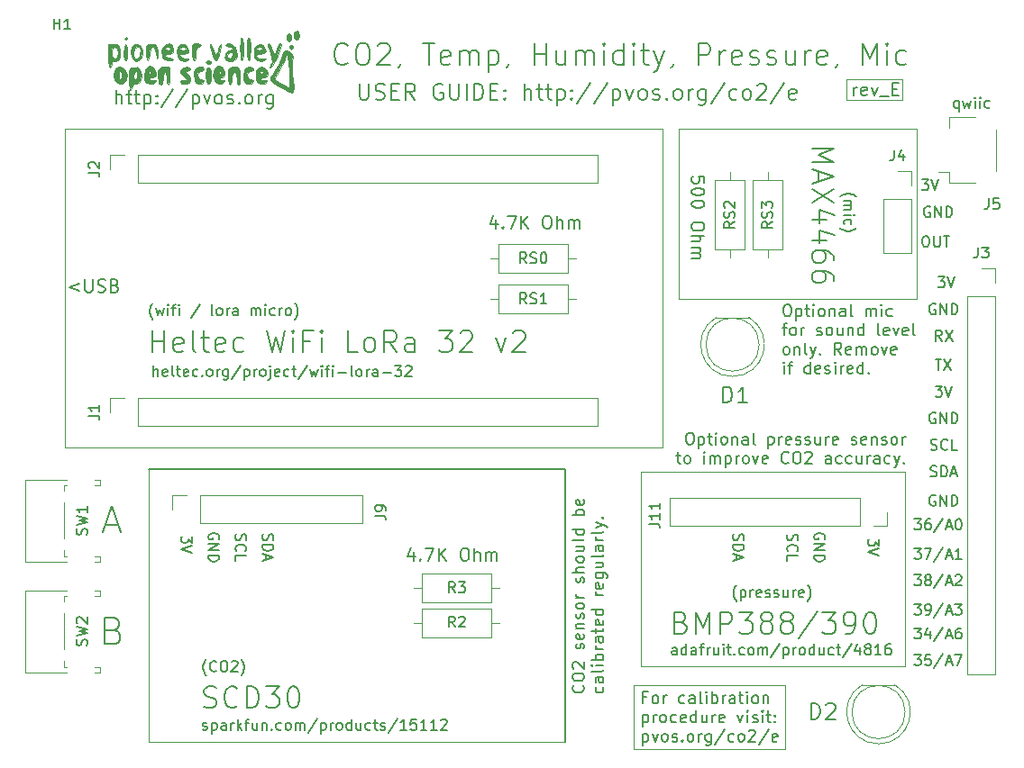
<source format=gbr>
%TF.GenerationSoftware,KiCad,Pcbnew,5.1.6-c6e7f7d~87~ubuntu18.04.1*%
%TF.CreationDate,2020-12-14T21:37:13-05:00*%
%TF.ProjectId,remote,72656d6f-7465-42e6-9b69-6361645f7063,rev?*%
%TF.SameCoordinates,Original*%
%TF.FileFunction,Legend,Top*%
%TF.FilePolarity,Positive*%
%FSLAX46Y46*%
G04 Gerber Fmt 4.6, Leading zero omitted, Abs format (unit mm)*
G04 Created by KiCad (PCBNEW 5.1.6-c6e7f7d~87~ubuntu18.04.1) date 2020-12-14 21:37:13*
%MOMM*%
%LPD*%
G01*
G04 APERTURE LIST*
%ADD10C,0.120000*%
%ADD11C,0.150000*%
%ADD12C,0.010000*%
G04 APERTURE END LIST*
D10*
X120250000Y-131250000D02*
X120250000Y-125250000D01*
X134500000Y-131250000D02*
X120250000Y-131250000D01*
X134500000Y-125250000D02*
X134500000Y-131250000D01*
X120250000Y-125250000D02*
X134500000Y-125250000D01*
D11*
X121476071Y-126371428D02*
X121109404Y-126371428D01*
X121109404Y-126947619D02*
X121109404Y-125847619D01*
X121633214Y-125847619D01*
X122209404Y-126947619D02*
X122104642Y-126895238D01*
X122052261Y-126842857D01*
X121999880Y-126738095D01*
X121999880Y-126423809D01*
X122052261Y-126319047D01*
X122104642Y-126266666D01*
X122209404Y-126214285D01*
X122366547Y-126214285D01*
X122471309Y-126266666D01*
X122523690Y-126319047D01*
X122576071Y-126423809D01*
X122576071Y-126738095D01*
X122523690Y-126842857D01*
X122471309Y-126895238D01*
X122366547Y-126947619D01*
X122209404Y-126947619D01*
X123047500Y-126947619D02*
X123047500Y-126214285D01*
X123047500Y-126423809D02*
X123099880Y-126319047D01*
X123152261Y-126266666D01*
X123257023Y-126214285D01*
X123361785Y-126214285D01*
X125037976Y-126895238D02*
X124933214Y-126947619D01*
X124723690Y-126947619D01*
X124618928Y-126895238D01*
X124566547Y-126842857D01*
X124514166Y-126738095D01*
X124514166Y-126423809D01*
X124566547Y-126319047D01*
X124618928Y-126266666D01*
X124723690Y-126214285D01*
X124933214Y-126214285D01*
X125037976Y-126266666D01*
X125980833Y-126947619D02*
X125980833Y-126371428D01*
X125928452Y-126266666D01*
X125823690Y-126214285D01*
X125614166Y-126214285D01*
X125509404Y-126266666D01*
X125980833Y-126895238D02*
X125876071Y-126947619D01*
X125614166Y-126947619D01*
X125509404Y-126895238D01*
X125457023Y-126790476D01*
X125457023Y-126685714D01*
X125509404Y-126580952D01*
X125614166Y-126528571D01*
X125876071Y-126528571D01*
X125980833Y-126476190D01*
X126661785Y-126947619D02*
X126557023Y-126895238D01*
X126504642Y-126790476D01*
X126504642Y-125847619D01*
X127080833Y-126947619D02*
X127080833Y-126214285D01*
X127080833Y-125847619D02*
X127028452Y-125900000D01*
X127080833Y-125952380D01*
X127133214Y-125900000D01*
X127080833Y-125847619D01*
X127080833Y-125952380D01*
X127604642Y-126947619D02*
X127604642Y-125847619D01*
X127604642Y-126266666D02*
X127709404Y-126214285D01*
X127918928Y-126214285D01*
X128023690Y-126266666D01*
X128076071Y-126319047D01*
X128128452Y-126423809D01*
X128128452Y-126738095D01*
X128076071Y-126842857D01*
X128023690Y-126895238D01*
X127918928Y-126947619D01*
X127709404Y-126947619D01*
X127604642Y-126895238D01*
X128599880Y-126947619D02*
X128599880Y-126214285D01*
X128599880Y-126423809D02*
X128652261Y-126319047D01*
X128704642Y-126266666D01*
X128809404Y-126214285D01*
X128914166Y-126214285D01*
X129752261Y-126947619D02*
X129752261Y-126371428D01*
X129699880Y-126266666D01*
X129595119Y-126214285D01*
X129385595Y-126214285D01*
X129280833Y-126266666D01*
X129752261Y-126895238D02*
X129647500Y-126947619D01*
X129385595Y-126947619D01*
X129280833Y-126895238D01*
X129228452Y-126790476D01*
X129228452Y-126685714D01*
X129280833Y-126580952D01*
X129385595Y-126528571D01*
X129647500Y-126528571D01*
X129752261Y-126476190D01*
X130118928Y-126214285D02*
X130537976Y-126214285D01*
X130276071Y-125847619D02*
X130276071Y-126790476D01*
X130328452Y-126895238D01*
X130433214Y-126947619D01*
X130537976Y-126947619D01*
X130904642Y-126947619D02*
X130904642Y-126214285D01*
X130904642Y-125847619D02*
X130852261Y-125900000D01*
X130904642Y-125952380D01*
X130957023Y-125900000D01*
X130904642Y-125847619D01*
X130904642Y-125952380D01*
X131585595Y-126947619D02*
X131480833Y-126895238D01*
X131428452Y-126842857D01*
X131376071Y-126738095D01*
X131376071Y-126423809D01*
X131428452Y-126319047D01*
X131480833Y-126266666D01*
X131585595Y-126214285D01*
X131742738Y-126214285D01*
X131847500Y-126266666D01*
X131899880Y-126319047D01*
X131952261Y-126423809D01*
X131952261Y-126738095D01*
X131899880Y-126842857D01*
X131847500Y-126895238D01*
X131742738Y-126947619D01*
X131585595Y-126947619D01*
X132423690Y-126214285D02*
X132423690Y-126947619D01*
X132423690Y-126319047D02*
X132476071Y-126266666D01*
X132580833Y-126214285D01*
X132737976Y-126214285D01*
X132842738Y-126266666D01*
X132895119Y-126371428D01*
X132895119Y-126947619D01*
X121109404Y-128014285D02*
X121109404Y-129114285D01*
X121109404Y-128066666D02*
X121214166Y-128014285D01*
X121423690Y-128014285D01*
X121528452Y-128066666D01*
X121580833Y-128119047D01*
X121633214Y-128223809D01*
X121633214Y-128538095D01*
X121580833Y-128642857D01*
X121528452Y-128695238D01*
X121423690Y-128747619D01*
X121214166Y-128747619D01*
X121109404Y-128695238D01*
X122104642Y-128747619D02*
X122104642Y-128014285D01*
X122104642Y-128223809D02*
X122157023Y-128119047D01*
X122209404Y-128066666D01*
X122314166Y-128014285D01*
X122418928Y-128014285D01*
X122942738Y-128747619D02*
X122837976Y-128695238D01*
X122785595Y-128642857D01*
X122733214Y-128538095D01*
X122733214Y-128223809D01*
X122785595Y-128119047D01*
X122837976Y-128066666D01*
X122942738Y-128014285D01*
X123099880Y-128014285D01*
X123204642Y-128066666D01*
X123257023Y-128119047D01*
X123309404Y-128223809D01*
X123309404Y-128538095D01*
X123257023Y-128642857D01*
X123204642Y-128695238D01*
X123099880Y-128747619D01*
X122942738Y-128747619D01*
X124252261Y-128695238D02*
X124147500Y-128747619D01*
X123937976Y-128747619D01*
X123833214Y-128695238D01*
X123780833Y-128642857D01*
X123728452Y-128538095D01*
X123728452Y-128223809D01*
X123780833Y-128119047D01*
X123833214Y-128066666D01*
X123937976Y-128014285D01*
X124147500Y-128014285D01*
X124252261Y-128066666D01*
X125142738Y-128695238D02*
X125037976Y-128747619D01*
X124828452Y-128747619D01*
X124723690Y-128695238D01*
X124671309Y-128590476D01*
X124671309Y-128171428D01*
X124723690Y-128066666D01*
X124828452Y-128014285D01*
X125037976Y-128014285D01*
X125142738Y-128066666D01*
X125195119Y-128171428D01*
X125195119Y-128276190D01*
X124671309Y-128380952D01*
X126137976Y-128747619D02*
X126137976Y-127647619D01*
X126137976Y-128695238D02*
X126033214Y-128747619D01*
X125823690Y-128747619D01*
X125718928Y-128695238D01*
X125666547Y-128642857D01*
X125614166Y-128538095D01*
X125614166Y-128223809D01*
X125666547Y-128119047D01*
X125718928Y-128066666D01*
X125823690Y-128014285D01*
X126033214Y-128014285D01*
X126137976Y-128066666D01*
X127133214Y-128014285D02*
X127133214Y-128747619D01*
X126661785Y-128014285D02*
X126661785Y-128590476D01*
X126714166Y-128695238D01*
X126818928Y-128747619D01*
X126976071Y-128747619D01*
X127080833Y-128695238D01*
X127133214Y-128642857D01*
X127657023Y-128747619D02*
X127657023Y-128014285D01*
X127657023Y-128223809D02*
X127709404Y-128119047D01*
X127761785Y-128066666D01*
X127866547Y-128014285D01*
X127971309Y-128014285D01*
X128757023Y-128695238D02*
X128652261Y-128747619D01*
X128442738Y-128747619D01*
X128337976Y-128695238D01*
X128285595Y-128590476D01*
X128285595Y-128171428D01*
X128337976Y-128066666D01*
X128442738Y-128014285D01*
X128652261Y-128014285D01*
X128757023Y-128066666D01*
X128809404Y-128171428D01*
X128809404Y-128276190D01*
X128285595Y-128380952D01*
X130014166Y-128014285D02*
X130276071Y-128747619D01*
X130537976Y-128014285D01*
X130957023Y-128747619D02*
X130957023Y-128014285D01*
X130957023Y-127647619D02*
X130904642Y-127700000D01*
X130957023Y-127752380D01*
X131009404Y-127700000D01*
X130957023Y-127647619D01*
X130957023Y-127752380D01*
X131428452Y-128695238D02*
X131533214Y-128747619D01*
X131742738Y-128747619D01*
X131847500Y-128695238D01*
X131899880Y-128590476D01*
X131899880Y-128538095D01*
X131847500Y-128433333D01*
X131742738Y-128380952D01*
X131585595Y-128380952D01*
X131480833Y-128328571D01*
X131428452Y-128223809D01*
X131428452Y-128171428D01*
X131480833Y-128066666D01*
X131585595Y-128014285D01*
X131742738Y-128014285D01*
X131847500Y-128066666D01*
X132371309Y-128747619D02*
X132371309Y-128014285D01*
X132371309Y-127647619D02*
X132318928Y-127700000D01*
X132371309Y-127752380D01*
X132423690Y-127700000D01*
X132371309Y-127647619D01*
X132371309Y-127752380D01*
X132737976Y-128014285D02*
X133157023Y-128014285D01*
X132895119Y-127647619D02*
X132895119Y-128590476D01*
X132947500Y-128695238D01*
X133052261Y-128747619D01*
X133157023Y-128747619D01*
X133523690Y-128642857D02*
X133576071Y-128695238D01*
X133523690Y-128747619D01*
X133471309Y-128695238D01*
X133523690Y-128642857D01*
X133523690Y-128747619D01*
X133523690Y-128066666D02*
X133576071Y-128119047D01*
X133523690Y-128171428D01*
X133471309Y-128119047D01*
X133523690Y-128066666D01*
X133523690Y-128171428D01*
X121109404Y-129814285D02*
X121109404Y-130914285D01*
X121109404Y-129866666D02*
X121214166Y-129814285D01*
X121423690Y-129814285D01*
X121528452Y-129866666D01*
X121580833Y-129919047D01*
X121633214Y-130023809D01*
X121633214Y-130338095D01*
X121580833Y-130442857D01*
X121528452Y-130495238D01*
X121423690Y-130547619D01*
X121214166Y-130547619D01*
X121109404Y-130495238D01*
X121999880Y-129814285D02*
X122261785Y-130547619D01*
X122523690Y-129814285D01*
X123099880Y-130547619D02*
X122995119Y-130495238D01*
X122942738Y-130442857D01*
X122890357Y-130338095D01*
X122890357Y-130023809D01*
X122942738Y-129919047D01*
X122995119Y-129866666D01*
X123099880Y-129814285D01*
X123257023Y-129814285D01*
X123361785Y-129866666D01*
X123414166Y-129919047D01*
X123466547Y-130023809D01*
X123466547Y-130338095D01*
X123414166Y-130442857D01*
X123361785Y-130495238D01*
X123257023Y-130547619D01*
X123099880Y-130547619D01*
X123885595Y-130495238D02*
X123990357Y-130547619D01*
X124199880Y-130547619D01*
X124304642Y-130495238D01*
X124357023Y-130390476D01*
X124357023Y-130338095D01*
X124304642Y-130233333D01*
X124199880Y-130180952D01*
X124042738Y-130180952D01*
X123937976Y-130128571D01*
X123885595Y-130023809D01*
X123885595Y-129971428D01*
X123937976Y-129866666D01*
X124042738Y-129814285D01*
X124199880Y-129814285D01*
X124304642Y-129866666D01*
X124828452Y-130442857D02*
X124880833Y-130495238D01*
X124828452Y-130547619D01*
X124776071Y-130495238D01*
X124828452Y-130442857D01*
X124828452Y-130547619D01*
X125509404Y-130547619D02*
X125404642Y-130495238D01*
X125352261Y-130442857D01*
X125299880Y-130338095D01*
X125299880Y-130023809D01*
X125352261Y-129919047D01*
X125404642Y-129866666D01*
X125509404Y-129814285D01*
X125666547Y-129814285D01*
X125771309Y-129866666D01*
X125823690Y-129919047D01*
X125876071Y-130023809D01*
X125876071Y-130338095D01*
X125823690Y-130442857D01*
X125771309Y-130495238D01*
X125666547Y-130547619D01*
X125509404Y-130547619D01*
X126347500Y-130547619D02*
X126347500Y-129814285D01*
X126347500Y-130023809D02*
X126399880Y-129919047D01*
X126452261Y-129866666D01*
X126557023Y-129814285D01*
X126661785Y-129814285D01*
X127499880Y-129814285D02*
X127499880Y-130704761D01*
X127447500Y-130809523D01*
X127395119Y-130861904D01*
X127290357Y-130914285D01*
X127133214Y-130914285D01*
X127028452Y-130861904D01*
X127499880Y-130495238D02*
X127395119Y-130547619D01*
X127185595Y-130547619D01*
X127080833Y-130495238D01*
X127028452Y-130442857D01*
X126976071Y-130338095D01*
X126976071Y-130023809D01*
X127028452Y-129919047D01*
X127080833Y-129866666D01*
X127185595Y-129814285D01*
X127395119Y-129814285D01*
X127499880Y-129866666D01*
X128809404Y-129395238D02*
X127866547Y-130809523D01*
X129647500Y-130495238D02*
X129542738Y-130547619D01*
X129333214Y-130547619D01*
X129228452Y-130495238D01*
X129176071Y-130442857D01*
X129123690Y-130338095D01*
X129123690Y-130023809D01*
X129176071Y-129919047D01*
X129228452Y-129866666D01*
X129333214Y-129814285D01*
X129542738Y-129814285D01*
X129647500Y-129866666D01*
X130276071Y-130547619D02*
X130171309Y-130495238D01*
X130118928Y-130442857D01*
X130066547Y-130338095D01*
X130066547Y-130023809D01*
X130118928Y-129919047D01*
X130171309Y-129866666D01*
X130276071Y-129814285D01*
X130433214Y-129814285D01*
X130537976Y-129866666D01*
X130590357Y-129919047D01*
X130642738Y-130023809D01*
X130642738Y-130338095D01*
X130590357Y-130442857D01*
X130537976Y-130495238D01*
X130433214Y-130547619D01*
X130276071Y-130547619D01*
X131061785Y-129552380D02*
X131114166Y-129500000D01*
X131218928Y-129447619D01*
X131480833Y-129447619D01*
X131585595Y-129500000D01*
X131637976Y-129552380D01*
X131690357Y-129657142D01*
X131690357Y-129761904D01*
X131637976Y-129919047D01*
X131009404Y-130547619D01*
X131690357Y-130547619D01*
X132947500Y-129395238D02*
X132004642Y-130809523D01*
X133733214Y-130495238D02*
X133628452Y-130547619D01*
X133418928Y-130547619D01*
X133314166Y-130495238D01*
X133261785Y-130390476D01*
X133261785Y-129971428D01*
X133314166Y-129866666D01*
X133418928Y-129814285D01*
X133628452Y-129814285D01*
X133733214Y-129866666D01*
X133785595Y-129971428D01*
X133785595Y-130076190D01*
X133261785Y-130180952D01*
X125421547Y-101497619D02*
X125631071Y-101497619D01*
X125735833Y-101550000D01*
X125840595Y-101654761D01*
X125892976Y-101864285D01*
X125892976Y-102230952D01*
X125840595Y-102440476D01*
X125735833Y-102545238D01*
X125631071Y-102597619D01*
X125421547Y-102597619D01*
X125316785Y-102545238D01*
X125212023Y-102440476D01*
X125159642Y-102230952D01*
X125159642Y-101864285D01*
X125212023Y-101654761D01*
X125316785Y-101550000D01*
X125421547Y-101497619D01*
X126364404Y-101864285D02*
X126364404Y-102964285D01*
X126364404Y-101916666D02*
X126469166Y-101864285D01*
X126678690Y-101864285D01*
X126783452Y-101916666D01*
X126835833Y-101969047D01*
X126888214Y-102073809D01*
X126888214Y-102388095D01*
X126835833Y-102492857D01*
X126783452Y-102545238D01*
X126678690Y-102597619D01*
X126469166Y-102597619D01*
X126364404Y-102545238D01*
X127202500Y-101864285D02*
X127621547Y-101864285D01*
X127359642Y-101497619D02*
X127359642Y-102440476D01*
X127412023Y-102545238D01*
X127516785Y-102597619D01*
X127621547Y-102597619D01*
X127988214Y-102597619D02*
X127988214Y-101864285D01*
X127988214Y-101497619D02*
X127935833Y-101550000D01*
X127988214Y-101602380D01*
X128040595Y-101550000D01*
X127988214Y-101497619D01*
X127988214Y-101602380D01*
X128669166Y-102597619D02*
X128564404Y-102545238D01*
X128512023Y-102492857D01*
X128459642Y-102388095D01*
X128459642Y-102073809D01*
X128512023Y-101969047D01*
X128564404Y-101916666D01*
X128669166Y-101864285D01*
X128826309Y-101864285D01*
X128931071Y-101916666D01*
X128983452Y-101969047D01*
X129035833Y-102073809D01*
X129035833Y-102388095D01*
X128983452Y-102492857D01*
X128931071Y-102545238D01*
X128826309Y-102597619D01*
X128669166Y-102597619D01*
X129507261Y-101864285D02*
X129507261Y-102597619D01*
X129507261Y-101969047D02*
X129559642Y-101916666D01*
X129664404Y-101864285D01*
X129821547Y-101864285D01*
X129926309Y-101916666D01*
X129978690Y-102021428D01*
X129978690Y-102597619D01*
X130973928Y-102597619D02*
X130973928Y-102021428D01*
X130921547Y-101916666D01*
X130816785Y-101864285D01*
X130607261Y-101864285D01*
X130502500Y-101916666D01*
X130973928Y-102545238D02*
X130869166Y-102597619D01*
X130607261Y-102597619D01*
X130502500Y-102545238D01*
X130450119Y-102440476D01*
X130450119Y-102335714D01*
X130502500Y-102230952D01*
X130607261Y-102178571D01*
X130869166Y-102178571D01*
X130973928Y-102126190D01*
X131654880Y-102597619D02*
X131550119Y-102545238D01*
X131497738Y-102440476D01*
X131497738Y-101497619D01*
X132912023Y-101864285D02*
X132912023Y-102964285D01*
X132912023Y-101916666D02*
X133016785Y-101864285D01*
X133226309Y-101864285D01*
X133331071Y-101916666D01*
X133383452Y-101969047D01*
X133435833Y-102073809D01*
X133435833Y-102388095D01*
X133383452Y-102492857D01*
X133331071Y-102545238D01*
X133226309Y-102597619D01*
X133016785Y-102597619D01*
X132912023Y-102545238D01*
X133907261Y-102597619D02*
X133907261Y-101864285D01*
X133907261Y-102073809D02*
X133959642Y-101969047D01*
X134012023Y-101916666D01*
X134116785Y-101864285D01*
X134221547Y-101864285D01*
X135007261Y-102545238D02*
X134902500Y-102597619D01*
X134692976Y-102597619D01*
X134588214Y-102545238D01*
X134535833Y-102440476D01*
X134535833Y-102021428D01*
X134588214Y-101916666D01*
X134692976Y-101864285D01*
X134902500Y-101864285D01*
X135007261Y-101916666D01*
X135059642Y-102021428D01*
X135059642Y-102126190D01*
X134535833Y-102230952D01*
X135478690Y-102545238D02*
X135583452Y-102597619D01*
X135792976Y-102597619D01*
X135897738Y-102545238D01*
X135950119Y-102440476D01*
X135950119Y-102388095D01*
X135897738Y-102283333D01*
X135792976Y-102230952D01*
X135635833Y-102230952D01*
X135531071Y-102178571D01*
X135478690Y-102073809D01*
X135478690Y-102021428D01*
X135531071Y-101916666D01*
X135635833Y-101864285D01*
X135792976Y-101864285D01*
X135897738Y-101916666D01*
X136369166Y-102545238D02*
X136473928Y-102597619D01*
X136683452Y-102597619D01*
X136788214Y-102545238D01*
X136840595Y-102440476D01*
X136840595Y-102388095D01*
X136788214Y-102283333D01*
X136683452Y-102230952D01*
X136526309Y-102230952D01*
X136421547Y-102178571D01*
X136369166Y-102073809D01*
X136369166Y-102021428D01*
X136421547Y-101916666D01*
X136526309Y-101864285D01*
X136683452Y-101864285D01*
X136788214Y-101916666D01*
X137783452Y-101864285D02*
X137783452Y-102597619D01*
X137312023Y-101864285D02*
X137312023Y-102440476D01*
X137364404Y-102545238D01*
X137469166Y-102597619D01*
X137626309Y-102597619D01*
X137731071Y-102545238D01*
X137783452Y-102492857D01*
X138307261Y-102597619D02*
X138307261Y-101864285D01*
X138307261Y-102073809D02*
X138359642Y-101969047D01*
X138412023Y-101916666D01*
X138516785Y-101864285D01*
X138621547Y-101864285D01*
X139407261Y-102545238D02*
X139302500Y-102597619D01*
X139092976Y-102597619D01*
X138988214Y-102545238D01*
X138935833Y-102440476D01*
X138935833Y-102021428D01*
X138988214Y-101916666D01*
X139092976Y-101864285D01*
X139302500Y-101864285D01*
X139407261Y-101916666D01*
X139459642Y-102021428D01*
X139459642Y-102126190D01*
X138935833Y-102230952D01*
X140716785Y-102545238D02*
X140821547Y-102597619D01*
X141031071Y-102597619D01*
X141135833Y-102545238D01*
X141188214Y-102440476D01*
X141188214Y-102388095D01*
X141135833Y-102283333D01*
X141031071Y-102230952D01*
X140873928Y-102230952D01*
X140769166Y-102178571D01*
X140716785Y-102073809D01*
X140716785Y-102021428D01*
X140769166Y-101916666D01*
X140873928Y-101864285D01*
X141031071Y-101864285D01*
X141135833Y-101916666D01*
X142078690Y-102545238D02*
X141973928Y-102597619D01*
X141764404Y-102597619D01*
X141659642Y-102545238D01*
X141607261Y-102440476D01*
X141607261Y-102021428D01*
X141659642Y-101916666D01*
X141764404Y-101864285D01*
X141973928Y-101864285D01*
X142078690Y-101916666D01*
X142131071Y-102021428D01*
X142131071Y-102126190D01*
X141607261Y-102230952D01*
X142602500Y-101864285D02*
X142602500Y-102597619D01*
X142602500Y-101969047D02*
X142654880Y-101916666D01*
X142759642Y-101864285D01*
X142916785Y-101864285D01*
X143021547Y-101916666D01*
X143073928Y-102021428D01*
X143073928Y-102597619D01*
X143545357Y-102545238D02*
X143650119Y-102597619D01*
X143859642Y-102597619D01*
X143964404Y-102545238D01*
X144016785Y-102440476D01*
X144016785Y-102388095D01*
X143964404Y-102283333D01*
X143859642Y-102230952D01*
X143702500Y-102230952D01*
X143597738Y-102178571D01*
X143545357Y-102073809D01*
X143545357Y-102021428D01*
X143597738Y-101916666D01*
X143702500Y-101864285D01*
X143859642Y-101864285D01*
X143964404Y-101916666D01*
X144645357Y-102597619D02*
X144540595Y-102545238D01*
X144488214Y-102492857D01*
X144435833Y-102388095D01*
X144435833Y-102073809D01*
X144488214Y-101969047D01*
X144540595Y-101916666D01*
X144645357Y-101864285D01*
X144802500Y-101864285D01*
X144907261Y-101916666D01*
X144959642Y-101969047D01*
X145012023Y-102073809D01*
X145012023Y-102388095D01*
X144959642Y-102492857D01*
X144907261Y-102545238D01*
X144802500Y-102597619D01*
X144645357Y-102597619D01*
X145483452Y-102597619D02*
X145483452Y-101864285D01*
X145483452Y-102073809D02*
X145535833Y-101969047D01*
X145588214Y-101916666D01*
X145692976Y-101864285D01*
X145797738Y-101864285D01*
X124269166Y-103664285D02*
X124688214Y-103664285D01*
X124426309Y-103297619D02*
X124426309Y-104240476D01*
X124478690Y-104345238D01*
X124583452Y-104397619D01*
X124688214Y-104397619D01*
X125212023Y-104397619D02*
X125107261Y-104345238D01*
X125054880Y-104292857D01*
X125002500Y-104188095D01*
X125002500Y-103873809D01*
X125054880Y-103769047D01*
X125107261Y-103716666D01*
X125212023Y-103664285D01*
X125369166Y-103664285D01*
X125473928Y-103716666D01*
X125526309Y-103769047D01*
X125578690Y-103873809D01*
X125578690Y-104188095D01*
X125526309Y-104292857D01*
X125473928Y-104345238D01*
X125369166Y-104397619D01*
X125212023Y-104397619D01*
X126888214Y-104397619D02*
X126888214Y-103664285D01*
X126888214Y-103297619D02*
X126835833Y-103350000D01*
X126888214Y-103402380D01*
X126940595Y-103350000D01*
X126888214Y-103297619D01*
X126888214Y-103402380D01*
X127412023Y-104397619D02*
X127412023Y-103664285D01*
X127412023Y-103769047D02*
X127464404Y-103716666D01*
X127569166Y-103664285D01*
X127726309Y-103664285D01*
X127831071Y-103716666D01*
X127883452Y-103821428D01*
X127883452Y-104397619D01*
X127883452Y-103821428D02*
X127935833Y-103716666D01*
X128040595Y-103664285D01*
X128197738Y-103664285D01*
X128302500Y-103716666D01*
X128354880Y-103821428D01*
X128354880Y-104397619D01*
X128878690Y-103664285D02*
X128878690Y-104764285D01*
X128878690Y-103716666D02*
X128983452Y-103664285D01*
X129192976Y-103664285D01*
X129297738Y-103716666D01*
X129350119Y-103769047D01*
X129402500Y-103873809D01*
X129402500Y-104188095D01*
X129350119Y-104292857D01*
X129297738Y-104345238D01*
X129192976Y-104397619D01*
X128983452Y-104397619D01*
X128878690Y-104345238D01*
X129873928Y-104397619D02*
X129873928Y-103664285D01*
X129873928Y-103873809D02*
X129926309Y-103769047D01*
X129978690Y-103716666D01*
X130083452Y-103664285D01*
X130188214Y-103664285D01*
X130712023Y-104397619D02*
X130607261Y-104345238D01*
X130554880Y-104292857D01*
X130502500Y-104188095D01*
X130502500Y-103873809D01*
X130554880Y-103769047D01*
X130607261Y-103716666D01*
X130712023Y-103664285D01*
X130869166Y-103664285D01*
X130973928Y-103716666D01*
X131026309Y-103769047D01*
X131078690Y-103873809D01*
X131078690Y-104188095D01*
X131026309Y-104292857D01*
X130973928Y-104345238D01*
X130869166Y-104397619D01*
X130712023Y-104397619D01*
X131445357Y-103664285D02*
X131707261Y-104397619D01*
X131969166Y-103664285D01*
X132807261Y-104345238D02*
X132702500Y-104397619D01*
X132492976Y-104397619D01*
X132388214Y-104345238D01*
X132335833Y-104240476D01*
X132335833Y-103821428D01*
X132388214Y-103716666D01*
X132492976Y-103664285D01*
X132702500Y-103664285D01*
X132807261Y-103716666D01*
X132859642Y-103821428D01*
X132859642Y-103926190D01*
X132335833Y-104030952D01*
X134797738Y-104292857D02*
X134745357Y-104345238D01*
X134588214Y-104397619D01*
X134483452Y-104397619D01*
X134326309Y-104345238D01*
X134221547Y-104240476D01*
X134169166Y-104135714D01*
X134116785Y-103926190D01*
X134116785Y-103769047D01*
X134169166Y-103559523D01*
X134221547Y-103454761D01*
X134326309Y-103350000D01*
X134483452Y-103297619D01*
X134588214Y-103297619D01*
X134745357Y-103350000D01*
X134797738Y-103402380D01*
X135478690Y-103297619D02*
X135688214Y-103297619D01*
X135792976Y-103350000D01*
X135897738Y-103454761D01*
X135950119Y-103664285D01*
X135950119Y-104030952D01*
X135897738Y-104240476D01*
X135792976Y-104345238D01*
X135688214Y-104397619D01*
X135478690Y-104397619D01*
X135373928Y-104345238D01*
X135269166Y-104240476D01*
X135216785Y-104030952D01*
X135216785Y-103664285D01*
X135269166Y-103454761D01*
X135373928Y-103350000D01*
X135478690Y-103297619D01*
X136369166Y-103402380D02*
X136421547Y-103350000D01*
X136526309Y-103297619D01*
X136788214Y-103297619D01*
X136892976Y-103350000D01*
X136945357Y-103402380D01*
X136997738Y-103507142D01*
X136997738Y-103611904D01*
X136945357Y-103769047D01*
X136316785Y-104397619D01*
X136997738Y-104397619D01*
X138778690Y-104397619D02*
X138778690Y-103821428D01*
X138726309Y-103716666D01*
X138621547Y-103664285D01*
X138412023Y-103664285D01*
X138307261Y-103716666D01*
X138778690Y-104345238D02*
X138673928Y-104397619D01*
X138412023Y-104397619D01*
X138307261Y-104345238D01*
X138254880Y-104240476D01*
X138254880Y-104135714D01*
X138307261Y-104030952D01*
X138412023Y-103978571D01*
X138673928Y-103978571D01*
X138778690Y-103926190D01*
X139773928Y-104345238D02*
X139669166Y-104397619D01*
X139459642Y-104397619D01*
X139354880Y-104345238D01*
X139302500Y-104292857D01*
X139250119Y-104188095D01*
X139250119Y-103873809D01*
X139302500Y-103769047D01*
X139354880Y-103716666D01*
X139459642Y-103664285D01*
X139669166Y-103664285D01*
X139773928Y-103716666D01*
X140716785Y-104345238D02*
X140612023Y-104397619D01*
X140402500Y-104397619D01*
X140297738Y-104345238D01*
X140245357Y-104292857D01*
X140192976Y-104188095D01*
X140192976Y-103873809D01*
X140245357Y-103769047D01*
X140297738Y-103716666D01*
X140402500Y-103664285D01*
X140612023Y-103664285D01*
X140716785Y-103716666D01*
X141659642Y-103664285D02*
X141659642Y-104397619D01*
X141188214Y-103664285D02*
X141188214Y-104240476D01*
X141240595Y-104345238D01*
X141345357Y-104397619D01*
X141502500Y-104397619D01*
X141607261Y-104345238D01*
X141659642Y-104292857D01*
X142183452Y-104397619D02*
X142183452Y-103664285D01*
X142183452Y-103873809D02*
X142235833Y-103769047D01*
X142288214Y-103716666D01*
X142392976Y-103664285D01*
X142497738Y-103664285D01*
X143335833Y-104397619D02*
X143335833Y-103821428D01*
X143283452Y-103716666D01*
X143178690Y-103664285D01*
X142969166Y-103664285D01*
X142864404Y-103716666D01*
X143335833Y-104345238D02*
X143231071Y-104397619D01*
X142969166Y-104397619D01*
X142864404Y-104345238D01*
X142812023Y-104240476D01*
X142812023Y-104135714D01*
X142864404Y-104030952D01*
X142969166Y-103978571D01*
X143231071Y-103978571D01*
X143335833Y-103926190D01*
X144331071Y-104345238D02*
X144226309Y-104397619D01*
X144016785Y-104397619D01*
X143912023Y-104345238D01*
X143859642Y-104292857D01*
X143807261Y-104188095D01*
X143807261Y-103873809D01*
X143859642Y-103769047D01*
X143912023Y-103716666D01*
X144016785Y-103664285D01*
X144226309Y-103664285D01*
X144331071Y-103716666D01*
X144697738Y-103664285D02*
X144959642Y-104397619D01*
X145221547Y-103664285D02*
X144959642Y-104397619D01*
X144854880Y-104659523D01*
X144802500Y-104711904D01*
X144697738Y-104764285D01*
X145640595Y-104292857D02*
X145692976Y-104345238D01*
X145640595Y-104397619D01*
X145588214Y-104345238D01*
X145640595Y-104292857D01*
X145640595Y-104397619D01*
X134568928Y-89447619D02*
X134778452Y-89447619D01*
X134883214Y-89500000D01*
X134987976Y-89604761D01*
X135040357Y-89814285D01*
X135040357Y-90180952D01*
X134987976Y-90390476D01*
X134883214Y-90495238D01*
X134778452Y-90547619D01*
X134568928Y-90547619D01*
X134464166Y-90495238D01*
X134359404Y-90390476D01*
X134307023Y-90180952D01*
X134307023Y-89814285D01*
X134359404Y-89604761D01*
X134464166Y-89500000D01*
X134568928Y-89447619D01*
X135511785Y-89814285D02*
X135511785Y-90914285D01*
X135511785Y-89866666D02*
X135616547Y-89814285D01*
X135826071Y-89814285D01*
X135930833Y-89866666D01*
X135983214Y-89919047D01*
X136035595Y-90023809D01*
X136035595Y-90338095D01*
X135983214Y-90442857D01*
X135930833Y-90495238D01*
X135826071Y-90547619D01*
X135616547Y-90547619D01*
X135511785Y-90495238D01*
X136349880Y-89814285D02*
X136768928Y-89814285D01*
X136507023Y-89447619D02*
X136507023Y-90390476D01*
X136559404Y-90495238D01*
X136664166Y-90547619D01*
X136768928Y-90547619D01*
X137135595Y-90547619D02*
X137135595Y-89814285D01*
X137135595Y-89447619D02*
X137083214Y-89500000D01*
X137135595Y-89552380D01*
X137187976Y-89500000D01*
X137135595Y-89447619D01*
X137135595Y-89552380D01*
X137816547Y-90547619D02*
X137711785Y-90495238D01*
X137659404Y-90442857D01*
X137607023Y-90338095D01*
X137607023Y-90023809D01*
X137659404Y-89919047D01*
X137711785Y-89866666D01*
X137816547Y-89814285D01*
X137973690Y-89814285D01*
X138078452Y-89866666D01*
X138130833Y-89919047D01*
X138183214Y-90023809D01*
X138183214Y-90338095D01*
X138130833Y-90442857D01*
X138078452Y-90495238D01*
X137973690Y-90547619D01*
X137816547Y-90547619D01*
X138654642Y-89814285D02*
X138654642Y-90547619D01*
X138654642Y-89919047D02*
X138707023Y-89866666D01*
X138811785Y-89814285D01*
X138968928Y-89814285D01*
X139073690Y-89866666D01*
X139126071Y-89971428D01*
X139126071Y-90547619D01*
X140121309Y-90547619D02*
X140121309Y-89971428D01*
X140068928Y-89866666D01*
X139964166Y-89814285D01*
X139754642Y-89814285D01*
X139649880Y-89866666D01*
X140121309Y-90495238D02*
X140016547Y-90547619D01*
X139754642Y-90547619D01*
X139649880Y-90495238D01*
X139597500Y-90390476D01*
X139597500Y-90285714D01*
X139649880Y-90180952D01*
X139754642Y-90128571D01*
X140016547Y-90128571D01*
X140121309Y-90076190D01*
X140802261Y-90547619D02*
X140697500Y-90495238D01*
X140645119Y-90390476D01*
X140645119Y-89447619D01*
X142059404Y-90547619D02*
X142059404Y-89814285D01*
X142059404Y-89919047D02*
X142111785Y-89866666D01*
X142216547Y-89814285D01*
X142373690Y-89814285D01*
X142478452Y-89866666D01*
X142530833Y-89971428D01*
X142530833Y-90547619D01*
X142530833Y-89971428D02*
X142583214Y-89866666D01*
X142687976Y-89814285D01*
X142845119Y-89814285D01*
X142949880Y-89866666D01*
X143002261Y-89971428D01*
X143002261Y-90547619D01*
X143526071Y-90547619D02*
X143526071Y-89814285D01*
X143526071Y-89447619D02*
X143473690Y-89500000D01*
X143526071Y-89552380D01*
X143578452Y-89500000D01*
X143526071Y-89447619D01*
X143526071Y-89552380D01*
X144521309Y-90495238D02*
X144416547Y-90547619D01*
X144207023Y-90547619D01*
X144102261Y-90495238D01*
X144049880Y-90442857D01*
X143997500Y-90338095D01*
X143997500Y-90023809D01*
X144049880Y-89919047D01*
X144102261Y-89866666D01*
X144207023Y-89814285D01*
X144416547Y-89814285D01*
X144521309Y-89866666D01*
X134202261Y-91614285D02*
X134621309Y-91614285D01*
X134359404Y-92347619D02*
X134359404Y-91404761D01*
X134411785Y-91300000D01*
X134516547Y-91247619D01*
X134621309Y-91247619D01*
X135145119Y-92347619D02*
X135040357Y-92295238D01*
X134987976Y-92242857D01*
X134935595Y-92138095D01*
X134935595Y-91823809D01*
X134987976Y-91719047D01*
X135040357Y-91666666D01*
X135145119Y-91614285D01*
X135302261Y-91614285D01*
X135407023Y-91666666D01*
X135459404Y-91719047D01*
X135511785Y-91823809D01*
X135511785Y-92138095D01*
X135459404Y-92242857D01*
X135407023Y-92295238D01*
X135302261Y-92347619D01*
X135145119Y-92347619D01*
X135983214Y-92347619D02*
X135983214Y-91614285D01*
X135983214Y-91823809D02*
X136035595Y-91719047D01*
X136087976Y-91666666D01*
X136192738Y-91614285D01*
X136297500Y-91614285D01*
X137449880Y-92295238D02*
X137554642Y-92347619D01*
X137764166Y-92347619D01*
X137868928Y-92295238D01*
X137921309Y-92190476D01*
X137921309Y-92138095D01*
X137868928Y-92033333D01*
X137764166Y-91980952D01*
X137607023Y-91980952D01*
X137502261Y-91928571D01*
X137449880Y-91823809D01*
X137449880Y-91771428D01*
X137502261Y-91666666D01*
X137607023Y-91614285D01*
X137764166Y-91614285D01*
X137868928Y-91666666D01*
X138549880Y-92347619D02*
X138445119Y-92295238D01*
X138392738Y-92242857D01*
X138340357Y-92138095D01*
X138340357Y-91823809D01*
X138392738Y-91719047D01*
X138445119Y-91666666D01*
X138549880Y-91614285D01*
X138707023Y-91614285D01*
X138811785Y-91666666D01*
X138864166Y-91719047D01*
X138916547Y-91823809D01*
X138916547Y-92138095D01*
X138864166Y-92242857D01*
X138811785Y-92295238D01*
X138707023Y-92347619D01*
X138549880Y-92347619D01*
X139859404Y-91614285D02*
X139859404Y-92347619D01*
X139387976Y-91614285D02*
X139387976Y-92190476D01*
X139440357Y-92295238D01*
X139545119Y-92347619D01*
X139702261Y-92347619D01*
X139807023Y-92295238D01*
X139859404Y-92242857D01*
X140383214Y-91614285D02*
X140383214Y-92347619D01*
X140383214Y-91719047D02*
X140435595Y-91666666D01*
X140540357Y-91614285D01*
X140697500Y-91614285D01*
X140802261Y-91666666D01*
X140854642Y-91771428D01*
X140854642Y-92347619D01*
X141849880Y-92347619D02*
X141849880Y-91247619D01*
X141849880Y-92295238D02*
X141745119Y-92347619D01*
X141535595Y-92347619D01*
X141430833Y-92295238D01*
X141378452Y-92242857D01*
X141326071Y-92138095D01*
X141326071Y-91823809D01*
X141378452Y-91719047D01*
X141430833Y-91666666D01*
X141535595Y-91614285D01*
X141745119Y-91614285D01*
X141849880Y-91666666D01*
X143368928Y-92347619D02*
X143264166Y-92295238D01*
X143211785Y-92190476D01*
X143211785Y-91247619D01*
X144207023Y-92295238D02*
X144102261Y-92347619D01*
X143892738Y-92347619D01*
X143787976Y-92295238D01*
X143735595Y-92190476D01*
X143735595Y-91771428D01*
X143787976Y-91666666D01*
X143892738Y-91614285D01*
X144102261Y-91614285D01*
X144207023Y-91666666D01*
X144259404Y-91771428D01*
X144259404Y-91876190D01*
X143735595Y-91980952D01*
X144626071Y-91614285D02*
X144887976Y-92347619D01*
X145149880Y-91614285D01*
X145987976Y-92295238D02*
X145883214Y-92347619D01*
X145673690Y-92347619D01*
X145568928Y-92295238D01*
X145516547Y-92190476D01*
X145516547Y-91771428D01*
X145568928Y-91666666D01*
X145673690Y-91614285D01*
X145883214Y-91614285D01*
X145987976Y-91666666D01*
X146040357Y-91771428D01*
X146040357Y-91876190D01*
X145516547Y-91980952D01*
X146668928Y-92347619D02*
X146564166Y-92295238D01*
X146511785Y-92190476D01*
X146511785Y-91247619D01*
X134516547Y-94147619D02*
X134411785Y-94095238D01*
X134359404Y-94042857D01*
X134307023Y-93938095D01*
X134307023Y-93623809D01*
X134359404Y-93519047D01*
X134411785Y-93466666D01*
X134516547Y-93414285D01*
X134673690Y-93414285D01*
X134778452Y-93466666D01*
X134830833Y-93519047D01*
X134883214Y-93623809D01*
X134883214Y-93938095D01*
X134830833Y-94042857D01*
X134778452Y-94095238D01*
X134673690Y-94147619D01*
X134516547Y-94147619D01*
X135354642Y-93414285D02*
X135354642Y-94147619D01*
X135354642Y-93519047D02*
X135407023Y-93466666D01*
X135511785Y-93414285D01*
X135668928Y-93414285D01*
X135773690Y-93466666D01*
X135826071Y-93571428D01*
X135826071Y-94147619D01*
X136507023Y-94147619D02*
X136402261Y-94095238D01*
X136349880Y-93990476D01*
X136349880Y-93047619D01*
X136821309Y-93414285D02*
X137083214Y-94147619D01*
X137345119Y-93414285D02*
X137083214Y-94147619D01*
X136978452Y-94409523D01*
X136926071Y-94461904D01*
X136821309Y-94514285D01*
X137764166Y-94042857D02*
X137816547Y-94095238D01*
X137764166Y-94147619D01*
X137711785Y-94095238D01*
X137764166Y-94042857D01*
X137764166Y-94147619D01*
X139754642Y-94147619D02*
X139387976Y-93623809D01*
X139126071Y-94147619D02*
X139126071Y-93047619D01*
X139545119Y-93047619D01*
X139649880Y-93100000D01*
X139702261Y-93152380D01*
X139754642Y-93257142D01*
X139754642Y-93414285D01*
X139702261Y-93519047D01*
X139649880Y-93571428D01*
X139545119Y-93623809D01*
X139126071Y-93623809D01*
X140645119Y-94095238D02*
X140540357Y-94147619D01*
X140330833Y-94147619D01*
X140226071Y-94095238D01*
X140173690Y-93990476D01*
X140173690Y-93571428D01*
X140226071Y-93466666D01*
X140330833Y-93414285D01*
X140540357Y-93414285D01*
X140645119Y-93466666D01*
X140697500Y-93571428D01*
X140697500Y-93676190D01*
X140173690Y-93780952D01*
X141168928Y-94147619D02*
X141168928Y-93414285D01*
X141168928Y-93519047D02*
X141221309Y-93466666D01*
X141326071Y-93414285D01*
X141483214Y-93414285D01*
X141587976Y-93466666D01*
X141640357Y-93571428D01*
X141640357Y-94147619D01*
X141640357Y-93571428D02*
X141692738Y-93466666D01*
X141797500Y-93414285D01*
X141954642Y-93414285D01*
X142059404Y-93466666D01*
X142111785Y-93571428D01*
X142111785Y-94147619D01*
X142792738Y-94147619D02*
X142687976Y-94095238D01*
X142635595Y-94042857D01*
X142583214Y-93938095D01*
X142583214Y-93623809D01*
X142635595Y-93519047D01*
X142687976Y-93466666D01*
X142792738Y-93414285D01*
X142949880Y-93414285D01*
X143054642Y-93466666D01*
X143107023Y-93519047D01*
X143159404Y-93623809D01*
X143159404Y-93938095D01*
X143107023Y-94042857D01*
X143054642Y-94095238D01*
X142949880Y-94147619D01*
X142792738Y-94147619D01*
X143526071Y-93414285D02*
X143787976Y-94147619D01*
X144049880Y-93414285D01*
X144887976Y-94095238D02*
X144783214Y-94147619D01*
X144573690Y-94147619D01*
X144468928Y-94095238D01*
X144416547Y-93990476D01*
X144416547Y-93571428D01*
X144468928Y-93466666D01*
X144573690Y-93414285D01*
X144783214Y-93414285D01*
X144887976Y-93466666D01*
X144940357Y-93571428D01*
X144940357Y-93676190D01*
X144416547Y-93780952D01*
X134359404Y-95947619D02*
X134359404Y-95214285D01*
X134359404Y-94847619D02*
X134307023Y-94900000D01*
X134359404Y-94952380D01*
X134411785Y-94900000D01*
X134359404Y-94847619D01*
X134359404Y-94952380D01*
X134726071Y-95214285D02*
X135145119Y-95214285D01*
X134883214Y-95947619D02*
X134883214Y-95004761D01*
X134935595Y-94900000D01*
X135040357Y-94847619D01*
X135145119Y-94847619D01*
X136821309Y-95947619D02*
X136821309Y-94847619D01*
X136821309Y-95895238D02*
X136716547Y-95947619D01*
X136507023Y-95947619D01*
X136402261Y-95895238D01*
X136349880Y-95842857D01*
X136297500Y-95738095D01*
X136297500Y-95423809D01*
X136349880Y-95319047D01*
X136402261Y-95266666D01*
X136507023Y-95214285D01*
X136716547Y-95214285D01*
X136821309Y-95266666D01*
X137764166Y-95895238D02*
X137659404Y-95947619D01*
X137449880Y-95947619D01*
X137345119Y-95895238D01*
X137292738Y-95790476D01*
X137292738Y-95371428D01*
X137345119Y-95266666D01*
X137449880Y-95214285D01*
X137659404Y-95214285D01*
X137764166Y-95266666D01*
X137816547Y-95371428D01*
X137816547Y-95476190D01*
X137292738Y-95580952D01*
X138235595Y-95895238D02*
X138340357Y-95947619D01*
X138549880Y-95947619D01*
X138654642Y-95895238D01*
X138707023Y-95790476D01*
X138707023Y-95738095D01*
X138654642Y-95633333D01*
X138549880Y-95580952D01*
X138392738Y-95580952D01*
X138287976Y-95528571D01*
X138235595Y-95423809D01*
X138235595Y-95371428D01*
X138287976Y-95266666D01*
X138392738Y-95214285D01*
X138549880Y-95214285D01*
X138654642Y-95266666D01*
X139178452Y-95947619D02*
X139178452Y-95214285D01*
X139178452Y-94847619D02*
X139126071Y-94900000D01*
X139178452Y-94952380D01*
X139230833Y-94900000D01*
X139178452Y-94847619D01*
X139178452Y-94952380D01*
X139702261Y-95947619D02*
X139702261Y-95214285D01*
X139702261Y-95423809D02*
X139754642Y-95319047D01*
X139807023Y-95266666D01*
X139911785Y-95214285D01*
X140016547Y-95214285D01*
X140802261Y-95895238D02*
X140697500Y-95947619D01*
X140487976Y-95947619D01*
X140383214Y-95895238D01*
X140330833Y-95790476D01*
X140330833Y-95371428D01*
X140383214Y-95266666D01*
X140487976Y-95214285D01*
X140697500Y-95214285D01*
X140802261Y-95266666D01*
X140854642Y-95371428D01*
X140854642Y-95476190D01*
X140330833Y-95580952D01*
X141797500Y-95947619D02*
X141797500Y-94847619D01*
X141797500Y-95895238D02*
X141692738Y-95947619D01*
X141483214Y-95947619D01*
X141378452Y-95895238D01*
X141326071Y-95842857D01*
X141273690Y-95738095D01*
X141273690Y-95423809D01*
X141326071Y-95319047D01*
X141378452Y-95266666D01*
X141483214Y-95214285D01*
X141692738Y-95214285D01*
X141797500Y-95266666D01*
X142321309Y-95842857D02*
X142373690Y-95895238D01*
X142321309Y-95947619D01*
X142268928Y-95895238D01*
X142321309Y-95842857D01*
X142321309Y-95947619D01*
X115492857Y-125262023D02*
X115545238Y-125314404D01*
X115597619Y-125471547D01*
X115597619Y-125576309D01*
X115545238Y-125733452D01*
X115440476Y-125838214D01*
X115335714Y-125890595D01*
X115126190Y-125942976D01*
X114969047Y-125942976D01*
X114759523Y-125890595D01*
X114654761Y-125838214D01*
X114550000Y-125733452D01*
X114497619Y-125576309D01*
X114497619Y-125471547D01*
X114550000Y-125314404D01*
X114602380Y-125262023D01*
X114497619Y-124581071D02*
X114497619Y-124371547D01*
X114550000Y-124266785D01*
X114654761Y-124162023D01*
X114864285Y-124109642D01*
X115230952Y-124109642D01*
X115440476Y-124162023D01*
X115545238Y-124266785D01*
X115597619Y-124371547D01*
X115597619Y-124581071D01*
X115545238Y-124685833D01*
X115440476Y-124790595D01*
X115230952Y-124842976D01*
X114864285Y-124842976D01*
X114654761Y-124790595D01*
X114550000Y-124685833D01*
X114497619Y-124581071D01*
X114602380Y-123690595D02*
X114550000Y-123638214D01*
X114497619Y-123533452D01*
X114497619Y-123271547D01*
X114550000Y-123166785D01*
X114602380Y-123114404D01*
X114707142Y-123062023D01*
X114811904Y-123062023D01*
X114969047Y-123114404D01*
X115597619Y-123742976D01*
X115597619Y-123062023D01*
X115545238Y-121804880D02*
X115597619Y-121700119D01*
X115597619Y-121490595D01*
X115545238Y-121385833D01*
X115440476Y-121333452D01*
X115388095Y-121333452D01*
X115283333Y-121385833D01*
X115230952Y-121490595D01*
X115230952Y-121647738D01*
X115178571Y-121752500D01*
X115073809Y-121804880D01*
X115021428Y-121804880D01*
X114916666Y-121752500D01*
X114864285Y-121647738D01*
X114864285Y-121490595D01*
X114916666Y-121385833D01*
X115545238Y-120442976D02*
X115597619Y-120547738D01*
X115597619Y-120757261D01*
X115545238Y-120862023D01*
X115440476Y-120914404D01*
X115021428Y-120914404D01*
X114916666Y-120862023D01*
X114864285Y-120757261D01*
X114864285Y-120547738D01*
X114916666Y-120442976D01*
X115021428Y-120390595D01*
X115126190Y-120390595D01*
X115230952Y-120914404D01*
X114864285Y-119919166D02*
X115597619Y-119919166D01*
X114969047Y-119919166D02*
X114916666Y-119866785D01*
X114864285Y-119762023D01*
X114864285Y-119604880D01*
X114916666Y-119500119D01*
X115021428Y-119447738D01*
X115597619Y-119447738D01*
X115545238Y-118976309D02*
X115597619Y-118871547D01*
X115597619Y-118662023D01*
X115545238Y-118557261D01*
X115440476Y-118504880D01*
X115388095Y-118504880D01*
X115283333Y-118557261D01*
X115230952Y-118662023D01*
X115230952Y-118819166D01*
X115178571Y-118923928D01*
X115073809Y-118976309D01*
X115021428Y-118976309D01*
X114916666Y-118923928D01*
X114864285Y-118819166D01*
X114864285Y-118662023D01*
X114916666Y-118557261D01*
X115597619Y-117876309D02*
X115545238Y-117981071D01*
X115492857Y-118033452D01*
X115388095Y-118085833D01*
X115073809Y-118085833D01*
X114969047Y-118033452D01*
X114916666Y-117981071D01*
X114864285Y-117876309D01*
X114864285Y-117719166D01*
X114916666Y-117614404D01*
X114969047Y-117562023D01*
X115073809Y-117509642D01*
X115388095Y-117509642D01*
X115492857Y-117562023D01*
X115545238Y-117614404D01*
X115597619Y-117719166D01*
X115597619Y-117876309D01*
X115597619Y-117038214D02*
X114864285Y-117038214D01*
X115073809Y-117038214D02*
X114969047Y-116985833D01*
X114916666Y-116933452D01*
X114864285Y-116828690D01*
X114864285Y-116723928D01*
X115545238Y-115571547D02*
X115597619Y-115466785D01*
X115597619Y-115257261D01*
X115545238Y-115152500D01*
X115440476Y-115100119D01*
X115388095Y-115100119D01*
X115283333Y-115152500D01*
X115230952Y-115257261D01*
X115230952Y-115414404D01*
X115178571Y-115519166D01*
X115073809Y-115571547D01*
X115021428Y-115571547D01*
X114916666Y-115519166D01*
X114864285Y-115414404D01*
X114864285Y-115257261D01*
X114916666Y-115152500D01*
X115597619Y-114628690D02*
X114497619Y-114628690D01*
X115597619Y-114157261D02*
X115021428Y-114157261D01*
X114916666Y-114209642D01*
X114864285Y-114314404D01*
X114864285Y-114471547D01*
X114916666Y-114576309D01*
X114969047Y-114628690D01*
X115597619Y-113476309D02*
X115545238Y-113581071D01*
X115492857Y-113633452D01*
X115388095Y-113685833D01*
X115073809Y-113685833D01*
X114969047Y-113633452D01*
X114916666Y-113581071D01*
X114864285Y-113476309D01*
X114864285Y-113319166D01*
X114916666Y-113214404D01*
X114969047Y-113162023D01*
X115073809Y-113109642D01*
X115388095Y-113109642D01*
X115492857Y-113162023D01*
X115545238Y-113214404D01*
X115597619Y-113319166D01*
X115597619Y-113476309D01*
X114864285Y-112166785D02*
X115597619Y-112166785D01*
X114864285Y-112638214D02*
X115440476Y-112638214D01*
X115545238Y-112585833D01*
X115597619Y-112481071D01*
X115597619Y-112323928D01*
X115545238Y-112219166D01*
X115492857Y-112166785D01*
X115597619Y-111485833D02*
X115545238Y-111590595D01*
X115440476Y-111642976D01*
X114497619Y-111642976D01*
X115597619Y-110595357D02*
X114497619Y-110595357D01*
X115545238Y-110595357D02*
X115597619Y-110700119D01*
X115597619Y-110909642D01*
X115545238Y-111014404D01*
X115492857Y-111066785D01*
X115388095Y-111119166D01*
X115073809Y-111119166D01*
X114969047Y-111066785D01*
X114916666Y-111014404D01*
X114864285Y-110909642D01*
X114864285Y-110700119D01*
X114916666Y-110595357D01*
X115597619Y-109233452D02*
X114497619Y-109233452D01*
X114916666Y-109233452D02*
X114864285Y-109128690D01*
X114864285Y-108919166D01*
X114916666Y-108814404D01*
X114969047Y-108762023D01*
X115073809Y-108709642D01*
X115388095Y-108709642D01*
X115492857Y-108762023D01*
X115545238Y-108814404D01*
X115597619Y-108919166D01*
X115597619Y-109128690D01*
X115545238Y-109233452D01*
X115545238Y-107819166D02*
X115597619Y-107923928D01*
X115597619Y-108133452D01*
X115545238Y-108238214D01*
X115440476Y-108290595D01*
X115021428Y-108290595D01*
X114916666Y-108238214D01*
X114864285Y-108133452D01*
X114864285Y-107923928D01*
X114916666Y-107819166D01*
X115021428Y-107766785D01*
X115126190Y-107766785D01*
X115230952Y-108290595D01*
X117345238Y-125419166D02*
X117397619Y-125523928D01*
X117397619Y-125733452D01*
X117345238Y-125838214D01*
X117292857Y-125890595D01*
X117188095Y-125942976D01*
X116873809Y-125942976D01*
X116769047Y-125890595D01*
X116716666Y-125838214D01*
X116664285Y-125733452D01*
X116664285Y-125523928D01*
X116716666Y-125419166D01*
X117397619Y-124476309D02*
X116821428Y-124476309D01*
X116716666Y-124528690D01*
X116664285Y-124633452D01*
X116664285Y-124842976D01*
X116716666Y-124947738D01*
X117345238Y-124476309D02*
X117397619Y-124581071D01*
X117397619Y-124842976D01*
X117345238Y-124947738D01*
X117240476Y-125000119D01*
X117135714Y-125000119D01*
X117030952Y-124947738D01*
X116978571Y-124842976D01*
X116978571Y-124581071D01*
X116926190Y-124476309D01*
X117397619Y-123795357D02*
X117345238Y-123900119D01*
X117240476Y-123952500D01*
X116297619Y-123952500D01*
X117397619Y-123376309D02*
X116664285Y-123376309D01*
X116297619Y-123376309D02*
X116350000Y-123428690D01*
X116402380Y-123376309D01*
X116350000Y-123323928D01*
X116297619Y-123376309D01*
X116402380Y-123376309D01*
X117397619Y-122852500D02*
X116297619Y-122852500D01*
X116716666Y-122852500D02*
X116664285Y-122747738D01*
X116664285Y-122538214D01*
X116716666Y-122433452D01*
X116769047Y-122381071D01*
X116873809Y-122328690D01*
X117188095Y-122328690D01*
X117292857Y-122381071D01*
X117345238Y-122433452D01*
X117397619Y-122538214D01*
X117397619Y-122747738D01*
X117345238Y-122852500D01*
X117397619Y-121857261D02*
X116664285Y-121857261D01*
X116873809Y-121857261D02*
X116769047Y-121804880D01*
X116716666Y-121752500D01*
X116664285Y-121647738D01*
X116664285Y-121542976D01*
X117397619Y-120704880D02*
X116821428Y-120704880D01*
X116716666Y-120757261D01*
X116664285Y-120862023D01*
X116664285Y-121071547D01*
X116716666Y-121176309D01*
X117345238Y-120704880D02*
X117397619Y-120809642D01*
X117397619Y-121071547D01*
X117345238Y-121176309D01*
X117240476Y-121228690D01*
X117135714Y-121228690D01*
X117030952Y-121176309D01*
X116978571Y-121071547D01*
X116978571Y-120809642D01*
X116926190Y-120704880D01*
X116664285Y-120338214D02*
X116664285Y-119919166D01*
X116297619Y-120181071D02*
X117240476Y-120181071D01*
X117345238Y-120128690D01*
X117397619Y-120023928D01*
X117397619Y-119919166D01*
X117345238Y-119133452D02*
X117397619Y-119238214D01*
X117397619Y-119447738D01*
X117345238Y-119552500D01*
X117240476Y-119604880D01*
X116821428Y-119604880D01*
X116716666Y-119552500D01*
X116664285Y-119447738D01*
X116664285Y-119238214D01*
X116716666Y-119133452D01*
X116821428Y-119081071D01*
X116926190Y-119081071D01*
X117030952Y-119604880D01*
X117397619Y-118138214D02*
X116297619Y-118138214D01*
X117345238Y-118138214D02*
X117397619Y-118242976D01*
X117397619Y-118452500D01*
X117345238Y-118557261D01*
X117292857Y-118609642D01*
X117188095Y-118662023D01*
X116873809Y-118662023D01*
X116769047Y-118609642D01*
X116716666Y-118557261D01*
X116664285Y-118452500D01*
X116664285Y-118242976D01*
X116716666Y-118138214D01*
X117397619Y-116776309D02*
X116664285Y-116776309D01*
X116873809Y-116776309D02*
X116769047Y-116723928D01*
X116716666Y-116671547D01*
X116664285Y-116566785D01*
X116664285Y-116462023D01*
X117345238Y-115676309D02*
X117397619Y-115781071D01*
X117397619Y-115990595D01*
X117345238Y-116095357D01*
X117240476Y-116147738D01*
X116821428Y-116147738D01*
X116716666Y-116095357D01*
X116664285Y-115990595D01*
X116664285Y-115781071D01*
X116716666Y-115676309D01*
X116821428Y-115623928D01*
X116926190Y-115623928D01*
X117030952Y-116147738D01*
X116664285Y-114681071D02*
X117554761Y-114681071D01*
X117659523Y-114733452D01*
X117711904Y-114785833D01*
X117764285Y-114890595D01*
X117764285Y-115047738D01*
X117711904Y-115152500D01*
X117345238Y-114681071D02*
X117397619Y-114785833D01*
X117397619Y-114995357D01*
X117345238Y-115100119D01*
X117292857Y-115152500D01*
X117188095Y-115204880D01*
X116873809Y-115204880D01*
X116769047Y-115152500D01*
X116716666Y-115100119D01*
X116664285Y-114995357D01*
X116664285Y-114785833D01*
X116716666Y-114681071D01*
X116664285Y-113685833D02*
X117397619Y-113685833D01*
X116664285Y-114157261D02*
X117240476Y-114157261D01*
X117345238Y-114104880D01*
X117397619Y-114000119D01*
X117397619Y-113842976D01*
X117345238Y-113738214D01*
X117292857Y-113685833D01*
X117397619Y-113004880D02*
X117345238Y-113109642D01*
X117240476Y-113162023D01*
X116297619Y-113162023D01*
X117397619Y-112114404D02*
X116821428Y-112114404D01*
X116716666Y-112166785D01*
X116664285Y-112271547D01*
X116664285Y-112481071D01*
X116716666Y-112585833D01*
X117345238Y-112114404D02*
X117397619Y-112219166D01*
X117397619Y-112481071D01*
X117345238Y-112585833D01*
X117240476Y-112638214D01*
X117135714Y-112638214D01*
X117030952Y-112585833D01*
X116978571Y-112481071D01*
X116978571Y-112219166D01*
X116926190Y-112114404D01*
X117397619Y-111590595D02*
X116664285Y-111590595D01*
X116873809Y-111590595D02*
X116769047Y-111538214D01*
X116716666Y-111485833D01*
X116664285Y-111381071D01*
X116664285Y-111276309D01*
X117397619Y-110752500D02*
X117345238Y-110857261D01*
X117240476Y-110909642D01*
X116297619Y-110909642D01*
X116664285Y-110438214D02*
X117397619Y-110176309D01*
X116664285Y-109914404D02*
X117397619Y-110176309D01*
X117659523Y-110281071D01*
X117711904Y-110333452D01*
X117764285Y-110438214D01*
X117292857Y-109495357D02*
X117345238Y-109442976D01*
X117397619Y-109495357D01*
X117345238Y-109547738D01*
X117292857Y-109495357D01*
X117397619Y-109495357D01*
D10*
X145500000Y-68250000D02*
X140250000Y-68250000D01*
X145500000Y-70250000D02*
X145500000Y-68250000D01*
X140250000Y-70250000D02*
X145500000Y-70250000D01*
X140250000Y-68250000D02*
X140250000Y-70250000D01*
D11*
X146613904Y-122368380D02*
X147232952Y-122368380D01*
X146899619Y-122749333D01*
X147042476Y-122749333D01*
X147137714Y-122796952D01*
X147185333Y-122844571D01*
X147232952Y-122939809D01*
X147232952Y-123177904D01*
X147185333Y-123273142D01*
X147137714Y-123320761D01*
X147042476Y-123368380D01*
X146756761Y-123368380D01*
X146661523Y-123320761D01*
X146613904Y-123273142D01*
X148137714Y-122368380D02*
X147661523Y-122368380D01*
X147613904Y-122844571D01*
X147661523Y-122796952D01*
X147756761Y-122749333D01*
X147994857Y-122749333D01*
X148090095Y-122796952D01*
X148137714Y-122844571D01*
X148185333Y-122939809D01*
X148185333Y-123177904D01*
X148137714Y-123273142D01*
X148090095Y-123320761D01*
X147994857Y-123368380D01*
X147756761Y-123368380D01*
X147661523Y-123320761D01*
X147613904Y-123273142D01*
X149328190Y-122320761D02*
X148471047Y-123606476D01*
X149613904Y-123082666D02*
X150090095Y-123082666D01*
X149518666Y-123368380D02*
X149852000Y-122368380D01*
X150185333Y-123368380D01*
X150423428Y-122368380D02*
X151090095Y-122368380D01*
X150661523Y-123368380D01*
X146613904Y-119868380D02*
X147232952Y-119868380D01*
X146899619Y-120249333D01*
X147042476Y-120249333D01*
X147137714Y-120296952D01*
X147185333Y-120344571D01*
X147232952Y-120439809D01*
X147232952Y-120677904D01*
X147185333Y-120773142D01*
X147137714Y-120820761D01*
X147042476Y-120868380D01*
X146756761Y-120868380D01*
X146661523Y-120820761D01*
X146613904Y-120773142D01*
X148090095Y-120201714D02*
X148090095Y-120868380D01*
X147852000Y-119820761D02*
X147613904Y-120535047D01*
X148232952Y-120535047D01*
X149328190Y-119820761D02*
X148471047Y-121106476D01*
X149613904Y-120582666D02*
X150090095Y-120582666D01*
X149518666Y-120868380D02*
X149852000Y-119868380D01*
X150185333Y-120868380D01*
X150947238Y-119868380D02*
X150756761Y-119868380D01*
X150661523Y-119916000D01*
X150613904Y-119963619D01*
X150518666Y-120106476D01*
X150471047Y-120296952D01*
X150471047Y-120677904D01*
X150518666Y-120773142D01*
X150566285Y-120820761D01*
X150661523Y-120868380D01*
X150852000Y-120868380D01*
X150947238Y-120820761D01*
X150994857Y-120773142D01*
X151042476Y-120677904D01*
X151042476Y-120439809D01*
X150994857Y-120344571D01*
X150947238Y-120296952D01*
X150852000Y-120249333D01*
X150661523Y-120249333D01*
X150566285Y-120296952D01*
X150518666Y-120344571D01*
X150471047Y-120439809D01*
X146613904Y-117618380D02*
X147232952Y-117618380D01*
X146899619Y-117999333D01*
X147042476Y-117999333D01*
X147137714Y-118046952D01*
X147185333Y-118094571D01*
X147232952Y-118189809D01*
X147232952Y-118427904D01*
X147185333Y-118523142D01*
X147137714Y-118570761D01*
X147042476Y-118618380D01*
X146756761Y-118618380D01*
X146661523Y-118570761D01*
X146613904Y-118523142D01*
X147709142Y-118618380D02*
X147899619Y-118618380D01*
X147994857Y-118570761D01*
X148042476Y-118523142D01*
X148137714Y-118380285D01*
X148185333Y-118189809D01*
X148185333Y-117808857D01*
X148137714Y-117713619D01*
X148090095Y-117666000D01*
X147994857Y-117618380D01*
X147804380Y-117618380D01*
X147709142Y-117666000D01*
X147661523Y-117713619D01*
X147613904Y-117808857D01*
X147613904Y-118046952D01*
X147661523Y-118142190D01*
X147709142Y-118189809D01*
X147804380Y-118237428D01*
X147994857Y-118237428D01*
X148090095Y-118189809D01*
X148137714Y-118142190D01*
X148185333Y-118046952D01*
X149328190Y-117570761D02*
X148471047Y-118856476D01*
X149613904Y-118332666D02*
X150090095Y-118332666D01*
X149518666Y-118618380D02*
X149852000Y-117618380D01*
X150185333Y-118618380D01*
X150423428Y-117618380D02*
X151042476Y-117618380D01*
X150709142Y-117999333D01*
X150852000Y-117999333D01*
X150947238Y-118046952D01*
X150994857Y-118094571D01*
X151042476Y-118189809D01*
X151042476Y-118427904D01*
X150994857Y-118523142D01*
X150947238Y-118570761D01*
X150852000Y-118618380D01*
X150566285Y-118618380D01*
X150471047Y-118570761D01*
X150423428Y-118523142D01*
X146613904Y-114868380D02*
X147232952Y-114868380D01*
X146899619Y-115249333D01*
X147042476Y-115249333D01*
X147137714Y-115296952D01*
X147185333Y-115344571D01*
X147232952Y-115439809D01*
X147232952Y-115677904D01*
X147185333Y-115773142D01*
X147137714Y-115820761D01*
X147042476Y-115868380D01*
X146756761Y-115868380D01*
X146661523Y-115820761D01*
X146613904Y-115773142D01*
X147804380Y-115296952D02*
X147709142Y-115249333D01*
X147661523Y-115201714D01*
X147613904Y-115106476D01*
X147613904Y-115058857D01*
X147661523Y-114963619D01*
X147709142Y-114916000D01*
X147804380Y-114868380D01*
X147994857Y-114868380D01*
X148090095Y-114916000D01*
X148137714Y-114963619D01*
X148185333Y-115058857D01*
X148185333Y-115106476D01*
X148137714Y-115201714D01*
X148090095Y-115249333D01*
X147994857Y-115296952D01*
X147804380Y-115296952D01*
X147709142Y-115344571D01*
X147661523Y-115392190D01*
X147613904Y-115487428D01*
X147613904Y-115677904D01*
X147661523Y-115773142D01*
X147709142Y-115820761D01*
X147804380Y-115868380D01*
X147994857Y-115868380D01*
X148090095Y-115820761D01*
X148137714Y-115773142D01*
X148185333Y-115677904D01*
X148185333Y-115487428D01*
X148137714Y-115392190D01*
X148090095Y-115344571D01*
X147994857Y-115296952D01*
X149328190Y-114820761D02*
X148471047Y-116106476D01*
X149613904Y-115582666D02*
X150090095Y-115582666D01*
X149518666Y-115868380D02*
X149852000Y-114868380D01*
X150185333Y-115868380D01*
X150471047Y-114963619D02*
X150518666Y-114916000D01*
X150613904Y-114868380D01*
X150852000Y-114868380D01*
X150947238Y-114916000D01*
X150994857Y-114963619D01*
X151042476Y-115058857D01*
X151042476Y-115154095D01*
X150994857Y-115296952D01*
X150423428Y-115868380D01*
X151042476Y-115868380D01*
X146613904Y-112368380D02*
X147232952Y-112368380D01*
X146899619Y-112749333D01*
X147042476Y-112749333D01*
X147137714Y-112796952D01*
X147185333Y-112844571D01*
X147232952Y-112939809D01*
X147232952Y-113177904D01*
X147185333Y-113273142D01*
X147137714Y-113320761D01*
X147042476Y-113368380D01*
X146756761Y-113368380D01*
X146661523Y-113320761D01*
X146613904Y-113273142D01*
X147566285Y-112368380D02*
X148232952Y-112368380D01*
X147804380Y-113368380D01*
X149328190Y-112320761D02*
X148471047Y-113606476D01*
X149613904Y-113082666D02*
X150090095Y-113082666D01*
X149518666Y-113368380D02*
X149852000Y-112368380D01*
X150185333Y-113368380D01*
X151042476Y-113368380D02*
X150471047Y-113368380D01*
X150756761Y-113368380D02*
X150756761Y-112368380D01*
X150661523Y-112511238D01*
X150566285Y-112606476D01*
X150471047Y-112654095D01*
X146613904Y-109618380D02*
X147232952Y-109618380D01*
X146899619Y-109999333D01*
X147042476Y-109999333D01*
X147137714Y-110046952D01*
X147185333Y-110094571D01*
X147232952Y-110189809D01*
X147232952Y-110427904D01*
X147185333Y-110523142D01*
X147137714Y-110570761D01*
X147042476Y-110618380D01*
X146756761Y-110618380D01*
X146661523Y-110570761D01*
X146613904Y-110523142D01*
X148090095Y-109618380D02*
X147899619Y-109618380D01*
X147804380Y-109666000D01*
X147756761Y-109713619D01*
X147661523Y-109856476D01*
X147613904Y-110046952D01*
X147613904Y-110427904D01*
X147661523Y-110523142D01*
X147709142Y-110570761D01*
X147804380Y-110618380D01*
X147994857Y-110618380D01*
X148090095Y-110570761D01*
X148137714Y-110523142D01*
X148185333Y-110427904D01*
X148185333Y-110189809D01*
X148137714Y-110094571D01*
X148090095Y-110046952D01*
X147994857Y-109999333D01*
X147804380Y-109999333D01*
X147709142Y-110046952D01*
X147661523Y-110094571D01*
X147613904Y-110189809D01*
X149328190Y-109570761D02*
X148471047Y-110856476D01*
X149613904Y-110332666D02*
X150090095Y-110332666D01*
X149518666Y-110618380D02*
X149852000Y-109618380D01*
X150185333Y-110618380D01*
X150709142Y-109618380D02*
X150804380Y-109618380D01*
X150899619Y-109666000D01*
X150947238Y-109713619D01*
X150994857Y-109808857D01*
X151042476Y-109999333D01*
X151042476Y-110237428D01*
X150994857Y-110427904D01*
X150947238Y-110523142D01*
X150899619Y-110570761D01*
X150804380Y-110618380D01*
X150709142Y-110618380D01*
X150613904Y-110570761D01*
X150566285Y-110523142D01*
X150518666Y-110427904D01*
X150471047Y-110237428D01*
X150471047Y-109999333D01*
X150518666Y-109808857D01*
X150566285Y-109713619D01*
X150613904Y-109666000D01*
X150709142Y-109618380D01*
X148590095Y-107416000D02*
X148494857Y-107368380D01*
X148352000Y-107368380D01*
X148209142Y-107416000D01*
X148113904Y-107511238D01*
X148066285Y-107606476D01*
X148018666Y-107796952D01*
X148018666Y-107939809D01*
X148066285Y-108130285D01*
X148113904Y-108225523D01*
X148209142Y-108320761D01*
X148352000Y-108368380D01*
X148447238Y-108368380D01*
X148590095Y-108320761D01*
X148637714Y-108273142D01*
X148637714Y-107939809D01*
X148447238Y-107939809D01*
X149066285Y-108368380D02*
X149066285Y-107368380D01*
X149637714Y-108368380D01*
X149637714Y-107368380D01*
X150113904Y-108368380D02*
X150113904Y-107368380D01*
X150352000Y-107368380D01*
X150494857Y-107416000D01*
X150590095Y-107511238D01*
X150637714Y-107606476D01*
X150685333Y-107796952D01*
X150685333Y-107939809D01*
X150637714Y-108130285D01*
X150590095Y-108225523D01*
X150494857Y-108320761D01*
X150352000Y-108368380D01*
X150113904Y-108368380D01*
X148137714Y-105570761D02*
X148280571Y-105618380D01*
X148518666Y-105618380D01*
X148613904Y-105570761D01*
X148661523Y-105523142D01*
X148709142Y-105427904D01*
X148709142Y-105332666D01*
X148661523Y-105237428D01*
X148613904Y-105189809D01*
X148518666Y-105142190D01*
X148328190Y-105094571D01*
X148232952Y-105046952D01*
X148185333Y-104999333D01*
X148137714Y-104904095D01*
X148137714Y-104808857D01*
X148185333Y-104713619D01*
X148232952Y-104666000D01*
X148328190Y-104618380D01*
X148566285Y-104618380D01*
X148709142Y-104666000D01*
X149137714Y-105618380D02*
X149137714Y-104618380D01*
X149375809Y-104618380D01*
X149518666Y-104666000D01*
X149613904Y-104761238D01*
X149661523Y-104856476D01*
X149709142Y-105046952D01*
X149709142Y-105189809D01*
X149661523Y-105380285D01*
X149613904Y-105475523D01*
X149518666Y-105570761D01*
X149375809Y-105618380D01*
X149137714Y-105618380D01*
X150090095Y-105332666D02*
X150566285Y-105332666D01*
X149994857Y-105618380D02*
X150328190Y-104618380D01*
X150661523Y-105618380D01*
X148161523Y-103070761D02*
X148304380Y-103118380D01*
X148542476Y-103118380D01*
X148637714Y-103070761D01*
X148685333Y-103023142D01*
X148732952Y-102927904D01*
X148732952Y-102832666D01*
X148685333Y-102737428D01*
X148637714Y-102689809D01*
X148542476Y-102642190D01*
X148352000Y-102594571D01*
X148256761Y-102546952D01*
X148209142Y-102499333D01*
X148161523Y-102404095D01*
X148161523Y-102308857D01*
X148209142Y-102213619D01*
X148256761Y-102166000D01*
X148352000Y-102118380D01*
X148590095Y-102118380D01*
X148732952Y-102166000D01*
X149732952Y-103023142D02*
X149685333Y-103070761D01*
X149542476Y-103118380D01*
X149447238Y-103118380D01*
X149304380Y-103070761D01*
X149209142Y-102975523D01*
X149161523Y-102880285D01*
X149113904Y-102689809D01*
X149113904Y-102546952D01*
X149161523Y-102356476D01*
X149209142Y-102261238D01*
X149304380Y-102166000D01*
X149447238Y-102118380D01*
X149542476Y-102118380D01*
X149685333Y-102166000D01*
X149732952Y-102213619D01*
X150637714Y-103118380D02*
X150161523Y-103118380D01*
X150161523Y-102118380D01*
X148590095Y-99666000D02*
X148494857Y-99618380D01*
X148352000Y-99618380D01*
X148209142Y-99666000D01*
X148113904Y-99761238D01*
X148066285Y-99856476D01*
X148018666Y-100046952D01*
X148018666Y-100189809D01*
X148066285Y-100380285D01*
X148113904Y-100475523D01*
X148209142Y-100570761D01*
X148352000Y-100618380D01*
X148447238Y-100618380D01*
X148590095Y-100570761D01*
X148637714Y-100523142D01*
X148637714Y-100189809D01*
X148447238Y-100189809D01*
X149066285Y-100618380D02*
X149066285Y-99618380D01*
X149637714Y-100618380D01*
X149637714Y-99618380D01*
X150113904Y-100618380D02*
X150113904Y-99618380D01*
X150352000Y-99618380D01*
X150494857Y-99666000D01*
X150590095Y-99761238D01*
X150637714Y-99856476D01*
X150685333Y-100046952D01*
X150685333Y-100189809D01*
X150637714Y-100380285D01*
X150590095Y-100475523D01*
X150494857Y-100570761D01*
X150352000Y-100618380D01*
X150113904Y-100618380D01*
X148590095Y-97118380D02*
X149209142Y-97118380D01*
X148875809Y-97499333D01*
X149018666Y-97499333D01*
X149113904Y-97546952D01*
X149161523Y-97594571D01*
X149209142Y-97689809D01*
X149209142Y-97927904D01*
X149161523Y-98023142D01*
X149113904Y-98070761D01*
X149018666Y-98118380D01*
X148732952Y-98118380D01*
X148637714Y-98070761D01*
X148590095Y-98023142D01*
X149494857Y-97118380D02*
X149828190Y-98118380D01*
X150161523Y-97118380D01*
X148590095Y-94618380D02*
X149161523Y-94618380D01*
X148875809Y-95618380D02*
X148875809Y-94618380D01*
X149399619Y-94618380D02*
X150066285Y-95618380D01*
X150066285Y-94618380D02*
X149399619Y-95618380D01*
X149185333Y-92868380D02*
X148852000Y-92392190D01*
X148613904Y-92868380D02*
X148613904Y-91868380D01*
X148994857Y-91868380D01*
X149090095Y-91916000D01*
X149137714Y-91963619D01*
X149185333Y-92058857D01*
X149185333Y-92201714D01*
X149137714Y-92296952D01*
X149090095Y-92344571D01*
X148994857Y-92392190D01*
X148613904Y-92392190D01*
X149518666Y-91868380D02*
X150185333Y-92868380D01*
X150185333Y-91868380D02*
X149518666Y-92868380D01*
X75023809Y-93904761D02*
X75023809Y-91904761D01*
X75023809Y-92857142D02*
X76166666Y-92857142D01*
X76166666Y-93904761D02*
X76166666Y-91904761D01*
X77880952Y-93809523D02*
X77690476Y-93904761D01*
X77309523Y-93904761D01*
X77119047Y-93809523D01*
X77023809Y-93619047D01*
X77023809Y-92857142D01*
X77119047Y-92666666D01*
X77309523Y-92571428D01*
X77690476Y-92571428D01*
X77880952Y-92666666D01*
X77976190Y-92857142D01*
X77976190Y-93047619D01*
X77023809Y-93238095D01*
X79119047Y-93904761D02*
X78928571Y-93809523D01*
X78833333Y-93619047D01*
X78833333Y-91904761D01*
X79595238Y-92571428D02*
X80357142Y-92571428D01*
X79880952Y-91904761D02*
X79880952Y-93619047D01*
X79976190Y-93809523D01*
X80166666Y-93904761D01*
X80357142Y-93904761D01*
X81785714Y-93809523D02*
X81595238Y-93904761D01*
X81214285Y-93904761D01*
X81023809Y-93809523D01*
X80928571Y-93619047D01*
X80928571Y-92857142D01*
X81023809Y-92666666D01*
X81214285Y-92571428D01*
X81595238Y-92571428D01*
X81785714Y-92666666D01*
X81880952Y-92857142D01*
X81880952Y-93047619D01*
X80928571Y-93238095D01*
X83595238Y-93809523D02*
X83404761Y-93904761D01*
X83023809Y-93904761D01*
X82833333Y-93809523D01*
X82738095Y-93714285D01*
X82642857Y-93523809D01*
X82642857Y-92952380D01*
X82738095Y-92761904D01*
X82833333Y-92666666D01*
X83023809Y-92571428D01*
X83404761Y-92571428D01*
X83595238Y-92666666D01*
X85785714Y-91904761D02*
X86261904Y-93904761D01*
X86642857Y-92476190D01*
X87023809Y-93904761D01*
X87500000Y-91904761D01*
X88261904Y-93904761D02*
X88261904Y-92571428D01*
X88261904Y-91904761D02*
X88166666Y-92000000D01*
X88261904Y-92095238D01*
X88357142Y-92000000D01*
X88261904Y-91904761D01*
X88261904Y-92095238D01*
X89880952Y-92857142D02*
X89214285Y-92857142D01*
X89214285Y-93904761D02*
X89214285Y-91904761D01*
X90166666Y-91904761D01*
X90928571Y-93904761D02*
X90928571Y-92571428D01*
X90928571Y-91904761D02*
X90833333Y-92000000D01*
X90928571Y-92095238D01*
X91023809Y-92000000D01*
X90928571Y-91904761D01*
X90928571Y-92095238D01*
X94357142Y-93904761D02*
X93404761Y-93904761D01*
X93404761Y-91904761D01*
X95309523Y-93904761D02*
X95119047Y-93809523D01*
X95023809Y-93714285D01*
X94928571Y-93523809D01*
X94928571Y-92952380D01*
X95023809Y-92761904D01*
X95119047Y-92666666D01*
X95309523Y-92571428D01*
X95595238Y-92571428D01*
X95785714Y-92666666D01*
X95880952Y-92761904D01*
X95976190Y-92952380D01*
X95976190Y-93523809D01*
X95880952Y-93714285D01*
X95785714Y-93809523D01*
X95595238Y-93904761D01*
X95309523Y-93904761D01*
X97976190Y-93904761D02*
X97309523Y-92952380D01*
X96833333Y-93904761D02*
X96833333Y-91904761D01*
X97595238Y-91904761D01*
X97785714Y-92000000D01*
X97880952Y-92095238D01*
X97976190Y-92285714D01*
X97976190Y-92571428D01*
X97880952Y-92761904D01*
X97785714Y-92857142D01*
X97595238Y-92952380D01*
X96833333Y-92952380D01*
X99690476Y-93904761D02*
X99690476Y-92857142D01*
X99595238Y-92666666D01*
X99404761Y-92571428D01*
X99023809Y-92571428D01*
X98833333Y-92666666D01*
X99690476Y-93809523D02*
X99500000Y-93904761D01*
X99023809Y-93904761D01*
X98833333Y-93809523D01*
X98738095Y-93619047D01*
X98738095Y-93428571D01*
X98833333Y-93238095D01*
X99023809Y-93142857D01*
X99500000Y-93142857D01*
X99690476Y-93047619D01*
X101976190Y-91904761D02*
X103214285Y-91904761D01*
X102547619Y-92666666D01*
X102833333Y-92666666D01*
X103023809Y-92761904D01*
X103119047Y-92857142D01*
X103214285Y-93047619D01*
X103214285Y-93523809D01*
X103119047Y-93714285D01*
X103023809Y-93809523D01*
X102833333Y-93904761D01*
X102261904Y-93904761D01*
X102071428Y-93809523D01*
X101976190Y-93714285D01*
X103976190Y-92095238D02*
X104071428Y-92000000D01*
X104261904Y-91904761D01*
X104738095Y-91904761D01*
X104928571Y-92000000D01*
X105023809Y-92095238D01*
X105119047Y-92285714D01*
X105119047Y-92476190D01*
X105023809Y-92761904D01*
X103880952Y-93904761D01*
X105119047Y-93904761D01*
X107309523Y-92571428D02*
X107785714Y-93904761D01*
X108261904Y-92571428D01*
X108928571Y-92095238D02*
X109023809Y-92000000D01*
X109214285Y-91904761D01*
X109690476Y-91904761D01*
X109880952Y-92000000D01*
X109976190Y-92095238D01*
X110071428Y-92285714D01*
X110071428Y-92476190D01*
X109976190Y-92761904D01*
X108833333Y-93904761D01*
X110071428Y-93904761D01*
X75083333Y-90833333D02*
X75035714Y-90785714D01*
X74940476Y-90642857D01*
X74892857Y-90547619D01*
X74845238Y-90404761D01*
X74797619Y-90166666D01*
X74797619Y-89976190D01*
X74845238Y-89738095D01*
X74892857Y-89595238D01*
X74940476Y-89500000D01*
X75035714Y-89357142D01*
X75083333Y-89309523D01*
X75369047Y-89785714D02*
X75559523Y-90452380D01*
X75750000Y-89976190D01*
X75940476Y-90452380D01*
X76130952Y-89785714D01*
X76511904Y-90452380D02*
X76511904Y-89785714D01*
X76511904Y-89452380D02*
X76464285Y-89500000D01*
X76511904Y-89547619D01*
X76559523Y-89500000D01*
X76511904Y-89452380D01*
X76511904Y-89547619D01*
X76845238Y-89785714D02*
X77226190Y-89785714D01*
X76988095Y-90452380D02*
X76988095Y-89595238D01*
X77035714Y-89500000D01*
X77130952Y-89452380D01*
X77226190Y-89452380D01*
X77559523Y-90452380D02*
X77559523Y-89785714D01*
X77559523Y-89452380D02*
X77511904Y-89500000D01*
X77559523Y-89547619D01*
X77607142Y-89500000D01*
X77559523Y-89452380D01*
X77559523Y-89547619D01*
X79511904Y-89404761D02*
X78654761Y-90690476D01*
X80750000Y-90452380D02*
X80654761Y-90404761D01*
X80607142Y-90309523D01*
X80607142Y-89452380D01*
X81273809Y-90452380D02*
X81178571Y-90404761D01*
X81130952Y-90357142D01*
X81083333Y-90261904D01*
X81083333Y-89976190D01*
X81130952Y-89880952D01*
X81178571Y-89833333D01*
X81273809Y-89785714D01*
X81416666Y-89785714D01*
X81511904Y-89833333D01*
X81559523Y-89880952D01*
X81607142Y-89976190D01*
X81607142Y-90261904D01*
X81559523Y-90357142D01*
X81511904Y-90404761D01*
X81416666Y-90452380D01*
X81273809Y-90452380D01*
X82035714Y-90452380D02*
X82035714Y-89785714D01*
X82035714Y-89976190D02*
X82083333Y-89880952D01*
X82130952Y-89833333D01*
X82226190Y-89785714D01*
X82321428Y-89785714D01*
X83083333Y-90452380D02*
X83083333Y-89928571D01*
X83035714Y-89833333D01*
X82940476Y-89785714D01*
X82750000Y-89785714D01*
X82654761Y-89833333D01*
X83083333Y-90404761D02*
X82988095Y-90452380D01*
X82750000Y-90452380D01*
X82654761Y-90404761D01*
X82607142Y-90309523D01*
X82607142Y-90214285D01*
X82654761Y-90119047D01*
X82750000Y-90071428D01*
X82988095Y-90071428D01*
X83083333Y-90023809D01*
X84321428Y-90452380D02*
X84321428Y-89785714D01*
X84321428Y-89880952D02*
X84369047Y-89833333D01*
X84464285Y-89785714D01*
X84607142Y-89785714D01*
X84702380Y-89833333D01*
X84750000Y-89928571D01*
X84750000Y-90452380D01*
X84750000Y-89928571D02*
X84797619Y-89833333D01*
X84892857Y-89785714D01*
X85035714Y-89785714D01*
X85130952Y-89833333D01*
X85178571Y-89928571D01*
X85178571Y-90452380D01*
X85654761Y-90452380D02*
X85654761Y-89785714D01*
X85654761Y-89452380D02*
X85607142Y-89500000D01*
X85654761Y-89547619D01*
X85702380Y-89500000D01*
X85654761Y-89452380D01*
X85654761Y-89547619D01*
X86559523Y-90404761D02*
X86464285Y-90452380D01*
X86273809Y-90452380D01*
X86178571Y-90404761D01*
X86130952Y-90357142D01*
X86083333Y-90261904D01*
X86083333Y-89976190D01*
X86130952Y-89880952D01*
X86178571Y-89833333D01*
X86273809Y-89785714D01*
X86464285Y-89785714D01*
X86559523Y-89833333D01*
X86988095Y-90452380D02*
X86988095Y-89785714D01*
X86988095Y-89976190D02*
X87035714Y-89880952D01*
X87083333Y-89833333D01*
X87178571Y-89785714D01*
X87273809Y-89785714D01*
X87750000Y-90452380D02*
X87654761Y-90404761D01*
X87607142Y-90357142D01*
X87559523Y-90261904D01*
X87559523Y-89976190D01*
X87607142Y-89880952D01*
X87654761Y-89833333D01*
X87750000Y-89785714D01*
X87892857Y-89785714D01*
X87988095Y-89833333D01*
X88035714Y-89880952D01*
X88083333Y-89976190D01*
X88083333Y-90261904D01*
X88035714Y-90357142D01*
X87988095Y-90404761D01*
X87892857Y-90452380D01*
X87750000Y-90452380D01*
X88416666Y-90833333D02*
X88464285Y-90785714D01*
X88559523Y-90642857D01*
X88607142Y-90547619D01*
X88654761Y-90404761D01*
X88702380Y-90166666D01*
X88702380Y-89976190D01*
X88654761Y-89738095D01*
X88607142Y-89595238D01*
X88559523Y-89500000D01*
X88464285Y-89357142D01*
X88416666Y-89309523D01*
X150785714Y-70285714D02*
X150785714Y-71285714D01*
X150785714Y-70904761D02*
X150690476Y-70952380D01*
X150500000Y-70952380D01*
X150404761Y-70904761D01*
X150357142Y-70857142D01*
X150309523Y-70761904D01*
X150309523Y-70476190D01*
X150357142Y-70380952D01*
X150404761Y-70333333D01*
X150500000Y-70285714D01*
X150690476Y-70285714D01*
X150785714Y-70333333D01*
X151166666Y-70285714D02*
X151357142Y-70952380D01*
X151547619Y-70476190D01*
X151738095Y-70952380D01*
X151928571Y-70285714D01*
X152309523Y-70952380D02*
X152309523Y-70285714D01*
X152309523Y-69952380D02*
X152261904Y-70000000D01*
X152309523Y-70047619D01*
X152357142Y-70000000D01*
X152309523Y-69952380D01*
X152309523Y-70047619D01*
X152785714Y-70952380D02*
X152785714Y-70285714D01*
X152785714Y-69952380D02*
X152738095Y-70000000D01*
X152785714Y-70047619D01*
X152833333Y-70000000D01*
X152785714Y-69952380D01*
X152785714Y-70047619D01*
X153690476Y-70904761D02*
X153595238Y-70952380D01*
X153404761Y-70952380D01*
X153309523Y-70904761D01*
X153261904Y-70857142D01*
X153214285Y-70761904D01*
X153214285Y-70476190D01*
X153261904Y-70380952D01*
X153309523Y-70333333D01*
X153404761Y-70285714D01*
X153595238Y-70285714D01*
X153690476Y-70333333D01*
X148844095Y-86828380D02*
X149463142Y-86828380D01*
X149129809Y-87209333D01*
X149272666Y-87209333D01*
X149367904Y-87256952D01*
X149415523Y-87304571D01*
X149463142Y-87399809D01*
X149463142Y-87637904D01*
X149415523Y-87733142D01*
X149367904Y-87780761D01*
X149272666Y-87828380D01*
X148986952Y-87828380D01*
X148891714Y-87780761D01*
X148844095Y-87733142D01*
X149748857Y-86828380D02*
X150082190Y-87828380D01*
X150415523Y-86828380D01*
X148590095Y-89416000D02*
X148494857Y-89368380D01*
X148352000Y-89368380D01*
X148209142Y-89416000D01*
X148113904Y-89511238D01*
X148066285Y-89606476D01*
X148018666Y-89796952D01*
X148018666Y-89939809D01*
X148066285Y-90130285D01*
X148113904Y-90225523D01*
X148209142Y-90320761D01*
X148352000Y-90368380D01*
X148447238Y-90368380D01*
X148590095Y-90320761D01*
X148637714Y-90273142D01*
X148637714Y-89939809D01*
X148447238Y-89939809D01*
X149066285Y-90368380D02*
X149066285Y-89368380D01*
X149637714Y-90368380D01*
X149637714Y-89368380D01*
X150113904Y-90368380D02*
X150113904Y-89368380D01*
X150352000Y-89368380D01*
X150494857Y-89416000D01*
X150590095Y-89511238D01*
X150637714Y-89606476D01*
X150685333Y-89796952D01*
X150685333Y-89939809D01*
X150637714Y-90130285D01*
X150590095Y-90225523D01*
X150494857Y-90320761D01*
X150352000Y-90368380D01*
X150113904Y-90368380D01*
X139636666Y-79295809D02*
X139684285Y-79248190D01*
X139827142Y-79152952D01*
X139922380Y-79105333D01*
X140065238Y-79057714D01*
X140303333Y-79010095D01*
X140493809Y-79010095D01*
X140731904Y-79057714D01*
X140874761Y-79105333D01*
X140970000Y-79152952D01*
X141112857Y-79248190D01*
X141160476Y-79295809D01*
X140017619Y-79676761D02*
X140684285Y-79676761D01*
X140589047Y-79676761D02*
X140636666Y-79724380D01*
X140684285Y-79819619D01*
X140684285Y-79962476D01*
X140636666Y-80057714D01*
X140541428Y-80105333D01*
X140017619Y-80105333D01*
X140541428Y-80105333D02*
X140636666Y-80152952D01*
X140684285Y-80248190D01*
X140684285Y-80391047D01*
X140636666Y-80486285D01*
X140541428Y-80533904D01*
X140017619Y-80533904D01*
X140017619Y-81010095D02*
X140684285Y-81010095D01*
X141017619Y-81010095D02*
X140970000Y-80962476D01*
X140922380Y-81010095D01*
X140970000Y-81057714D01*
X141017619Y-81010095D01*
X140922380Y-81010095D01*
X140065238Y-81914857D02*
X140017619Y-81819619D01*
X140017619Y-81629142D01*
X140065238Y-81533904D01*
X140112857Y-81486285D01*
X140208095Y-81438666D01*
X140493809Y-81438666D01*
X140589047Y-81486285D01*
X140636666Y-81533904D01*
X140684285Y-81629142D01*
X140684285Y-81819619D01*
X140636666Y-81914857D01*
X139636666Y-82248190D02*
X139684285Y-82295809D01*
X139827142Y-82391047D01*
X139922380Y-82438666D01*
X140065238Y-82486285D01*
X140303333Y-82533904D01*
X140493809Y-82533904D01*
X140731904Y-82486285D01*
X140874761Y-82438666D01*
X140970000Y-82391047D01*
X141112857Y-82295809D01*
X141160476Y-82248190D01*
X80107142Y-124333333D02*
X80059523Y-124285714D01*
X79964285Y-124142857D01*
X79916666Y-124047619D01*
X79869047Y-123904761D01*
X79821428Y-123666666D01*
X79821428Y-123476190D01*
X79869047Y-123238095D01*
X79916666Y-123095238D01*
X79964285Y-123000000D01*
X80059523Y-122857142D01*
X80107142Y-122809523D01*
X81059523Y-123857142D02*
X81011904Y-123904761D01*
X80869047Y-123952380D01*
X80773809Y-123952380D01*
X80630952Y-123904761D01*
X80535714Y-123809523D01*
X80488095Y-123714285D01*
X80440476Y-123523809D01*
X80440476Y-123380952D01*
X80488095Y-123190476D01*
X80535714Y-123095238D01*
X80630952Y-123000000D01*
X80773809Y-122952380D01*
X80869047Y-122952380D01*
X81011904Y-123000000D01*
X81059523Y-123047619D01*
X81678571Y-122952380D02*
X81869047Y-122952380D01*
X81964285Y-123000000D01*
X82059523Y-123095238D01*
X82107142Y-123285714D01*
X82107142Y-123619047D01*
X82059523Y-123809523D01*
X81964285Y-123904761D01*
X81869047Y-123952380D01*
X81678571Y-123952380D01*
X81583333Y-123904761D01*
X81488095Y-123809523D01*
X81440476Y-123619047D01*
X81440476Y-123285714D01*
X81488095Y-123095238D01*
X81583333Y-123000000D01*
X81678571Y-122952380D01*
X82488095Y-123047619D02*
X82535714Y-123000000D01*
X82630952Y-122952380D01*
X82869047Y-122952380D01*
X82964285Y-123000000D01*
X83011904Y-123047619D01*
X83059523Y-123142857D01*
X83059523Y-123238095D01*
X83011904Y-123380952D01*
X82440476Y-123952380D01*
X83059523Y-123952380D01*
X83392857Y-124333333D02*
X83440476Y-124285714D01*
X83535714Y-124142857D01*
X83583333Y-124047619D01*
X83630952Y-123904761D01*
X83678571Y-123666666D01*
X83678571Y-123476190D01*
X83630952Y-123238095D01*
X83583333Y-123095238D01*
X83535714Y-123000000D01*
X83440476Y-122857142D01*
X83392857Y-122809523D01*
X129916666Y-117333333D02*
X129869047Y-117285714D01*
X129773809Y-117142857D01*
X129726190Y-117047619D01*
X129678571Y-116904761D01*
X129630952Y-116666666D01*
X129630952Y-116476190D01*
X129678571Y-116238095D01*
X129726190Y-116095238D01*
X129773809Y-116000000D01*
X129869047Y-115857142D01*
X129916666Y-115809523D01*
X130297619Y-116285714D02*
X130297619Y-117285714D01*
X130297619Y-116333333D02*
X130392857Y-116285714D01*
X130583333Y-116285714D01*
X130678571Y-116333333D01*
X130726190Y-116380952D01*
X130773809Y-116476190D01*
X130773809Y-116761904D01*
X130726190Y-116857142D01*
X130678571Y-116904761D01*
X130583333Y-116952380D01*
X130392857Y-116952380D01*
X130297619Y-116904761D01*
X131202380Y-116952380D02*
X131202380Y-116285714D01*
X131202380Y-116476190D02*
X131250000Y-116380952D01*
X131297619Y-116333333D01*
X131392857Y-116285714D01*
X131488095Y-116285714D01*
X132202380Y-116904761D02*
X132107142Y-116952380D01*
X131916666Y-116952380D01*
X131821428Y-116904761D01*
X131773809Y-116809523D01*
X131773809Y-116428571D01*
X131821428Y-116333333D01*
X131916666Y-116285714D01*
X132107142Y-116285714D01*
X132202380Y-116333333D01*
X132250000Y-116428571D01*
X132250000Y-116523809D01*
X131773809Y-116619047D01*
X132630952Y-116904761D02*
X132726190Y-116952380D01*
X132916666Y-116952380D01*
X133011904Y-116904761D01*
X133059523Y-116809523D01*
X133059523Y-116761904D01*
X133011904Y-116666666D01*
X132916666Y-116619047D01*
X132773809Y-116619047D01*
X132678571Y-116571428D01*
X132630952Y-116476190D01*
X132630952Y-116428571D01*
X132678571Y-116333333D01*
X132773809Y-116285714D01*
X132916666Y-116285714D01*
X133011904Y-116333333D01*
X133440476Y-116904761D02*
X133535714Y-116952380D01*
X133726190Y-116952380D01*
X133821428Y-116904761D01*
X133869047Y-116809523D01*
X133869047Y-116761904D01*
X133821428Y-116666666D01*
X133726190Y-116619047D01*
X133583333Y-116619047D01*
X133488095Y-116571428D01*
X133440476Y-116476190D01*
X133440476Y-116428571D01*
X133488095Y-116333333D01*
X133583333Y-116285714D01*
X133726190Y-116285714D01*
X133821428Y-116333333D01*
X134726190Y-116285714D02*
X134726190Y-116952380D01*
X134297619Y-116285714D02*
X134297619Y-116809523D01*
X134345238Y-116904761D01*
X134440476Y-116952380D01*
X134583333Y-116952380D01*
X134678571Y-116904761D01*
X134726190Y-116857142D01*
X135202380Y-116952380D02*
X135202380Y-116285714D01*
X135202380Y-116476190D02*
X135250000Y-116380952D01*
X135297619Y-116333333D01*
X135392857Y-116285714D01*
X135488095Y-116285714D01*
X136202380Y-116904761D02*
X136107142Y-116952380D01*
X135916666Y-116952380D01*
X135821428Y-116904761D01*
X135773809Y-116809523D01*
X135773809Y-116428571D01*
X135821428Y-116333333D01*
X135916666Y-116285714D01*
X136107142Y-116285714D01*
X136202380Y-116333333D01*
X136250000Y-116428571D01*
X136250000Y-116523809D01*
X135773809Y-116619047D01*
X136583333Y-117333333D02*
X136630952Y-117285714D01*
X136726190Y-117142857D01*
X136773809Y-117047619D01*
X136821428Y-116904761D01*
X136869047Y-116666666D01*
X136869047Y-116476190D01*
X136821428Y-116238095D01*
X136773809Y-116095238D01*
X136726190Y-116000000D01*
X136630952Y-115857142D01*
X136583333Y-115809523D01*
X107342857Y-81492857D02*
X107342857Y-82292857D01*
X107057142Y-81035714D02*
X106771428Y-81892857D01*
X107514285Y-81892857D01*
X107971428Y-82178571D02*
X108028571Y-82235714D01*
X107971428Y-82292857D01*
X107914285Y-82235714D01*
X107971428Y-82178571D01*
X107971428Y-82292857D01*
X108428571Y-81092857D02*
X109228571Y-81092857D01*
X108714285Y-82292857D01*
X109685714Y-82292857D02*
X109685714Y-81092857D01*
X110371428Y-82292857D02*
X109857142Y-81607142D01*
X110371428Y-81092857D02*
X109685714Y-81778571D01*
X112028571Y-81092857D02*
X112257142Y-81092857D01*
X112371428Y-81150000D01*
X112485714Y-81264285D01*
X112542857Y-81492857D01*
X112542857Y-81892857D01*
X112485714Y-82121428D01*
X112371428Y-82235714D01*
X112257142Y-82292857D01*
X112028571Y-82292857D01*
X111914285Y-82235714D01*
X111800000Y-82121428D01*
X111742857Y-81892857D01*
X111742857Y-81492857D01*
X111800000Y-81264285D01*
X111914285Y-81150000D01*
X112028571Y-81092857D01*
X113057142Y-82292857D02*
X113057142Y-81092857D01*
X113571428Y-82292857D02*
X113571428Y-81664285D01*
X113514285Y-81550000D01*
X113400000Y-81492857D01*
X113228571Y-81492857D01*
X113114285Y-81550000D01*
X113057142Y-81607142D01*
X114142857Y-82292857D02*
X114142857Y-81492857D01*
X114142857Y-81607142D02*
X114200000Y-81550000D01*
X114314285Y-81492857D01*
X114485714Y-81492857D01*
X114600000Y-81550000D01*
X114657142Y-81664285D01*
X114657142Y-82292857D01*
X114657142Y-81664285D02*
X114714285Y-81550000D01*
X114828571Y-81492857D01*
X115000000Y-81492857D01*
X115114285Y-81550000D01*
X115171428Y-81664285D01*
X115171428Y-82292857D01*
X126895142Y-77994285D02*
X126895142Y-77422857D01*
X126323714Y-77365714D01*
X126380857Y-77422857D01*
X126438000Y-77537142D01*
X126438000Y-77822857D01*
X126380857Y-77937142D01*
X126323714Y-77994285D01*
X126209428Y-78051428D01*
X125923714Y-78051428D01*
X125809428Y-77994285D01*
X125752285Y-77937142D01*
X125695142Y-77822857D01*
X125695142Y-77537142D01*
X125752285Y-77422857D01*
X125809428Y-77365714D01*
X126895142Y-78794285D02*
X126895142Y-78908571D01*
X126838000Y-79022857D01*
X126780857Y-79080000D01*
X126666571Y-79137142D01*
X126438000Y-79194285D01*
X126152285Y-79194285D01*
X125923714Y-79137142D01*
X125809428Y-79080000D01*
X125752285Y-79022857D01*
X125695142Y-78908571D01*
X125695142Y-78794285D01*
X125752285Y-78680000D01*
X125809428Y-78622857D01*
X125923714Y-78565714D01*
X126152285Y-78508571D01*
X126438000Y-78508571D01*
X126666571Y-78565714D01*
X126780857Y-78622857D01*
X126838000Y-78680000D01*
X126895142Y-78794285D01*
X126895142Y-79937142D02*
X126895142Y-80051428D01*
X126838000Y-80165714D01*
X126780857Y-80222857D01*
X126666571Y-80280000D01*
X126438000Y-80337142D01*
X126152285Y-80337142D01*
X125923714Y-80280000D01*
X125809428Y-80222857D01*
X125752285Y-80165714D01*
X125695142Y-80051428D01*
X125695142Y-79937142D01*
X125752285Y-79822857D01*
X125809428Y-79765714D01*
X125923714Y-79708571D01*
X126152285Y-79651428D01*
X126438000Y-79651428D01*
X126666571Y-79708571D01*
X126780857Y-79765714D01*
X126838000Y-79822857D01*
X126895142Y-79937142D01*
X126895142Y-81994285D02*
X126895142Y-82222857D01*
X126838000Y-82337142D01*
X126723714Y-82451428D01*
X126495142Y-82508571D01*
X126095142Y-82508571D01*
X125866571Y-82451428D01*
X125752285Y-82337142D01*
X125695142Y-82222857D01*
X125695142Y-81994285D01*
X125752285Y-81880000D01*
X125866571Y-81765714D01*
X126095142Y-81708571D01*
X126495142Y-81708571D01*
X126723714Y-81765714D01*
X126838000Y-81880000D01*
X126895142Y-81994285D01*
X125695142Y-83022857D02*
X126895142Y-83022857D01*
X125695142Y-83537142D02*
X126323714Y-83537142D01*
X126438000Y-83480000D01*
X126495142Y-83365714D01*
X126495142Y-83194285D01*
X126438000Y-83080000D01*
X126380857Y-83022857D01*
X125695142Y-84108571D02*
X126495142Y-84108571D01*
X126380857Y-84108571D02*
X126438000Y-84165714D01*
X126495142Y-84280000D01*
X126495142Y-84451428D01*
X126438000Y-84565714D01*
X126323714Y-84622857D01*
X125695142Y-84622857D01*
X126323714Y-84622857D02*
X126438000Y-84680000D01*
X126495142Y-84794285D01*
X126495142Y-84965714D01*
X126438000Y-85080000D01*
X126323714Y-85137142D01*
X125695142Y-85137142D01*
X71633333Y-70588095D02*
X71633333Y-69288095D01*
X72190476Y-70588095D02*
X72190476Y-69907142D01*
X72128571Y-69783333D01*
X72004761Y-69721428D01*
X71819047Y-69721428D01*
X71695238Y-69783333D01*
X71633333Y-69845238D01*
X72623809Y-69721428D02*
X73119047Y-69721428D01*
X72809523Y-69288095D02*
X72809523Y-70402380D01*
X72871428Y-70526190D01*
X72995238Y-70588095D01*
X73119047Y-70588095D01*
X73366666Y-69721428D02*
X73861904Y-69721428D01*
X73552380Y-69288095D02*
X73552380Y-70402380D01*
X73614285Y-70526190D01*
X73738095Y-70588095D01*
X73861904Y-70588095D01*
X74295238Y-69721428D02*
X74295238Y-71021428D01*
X74295238Y-69783333D02*
X74419047Y-69721428D01*
X74666666Y-69721428D01*
X74790476Y-69783333D01*
X74852380Y-69845238D01*
X74914285Y-69969047D01*
X74914285Y-70340476D01*
X74852380Y-70464285D01*
X74790476Y-70526190D01*
X74666666Y-70588095D01*
X74419047Y-70588095D01*
X74295238Y-70526190D01*
X75471428Y-70464285D02*
X75533333Y-70526190D01*
X75471428Y-70588095D01*
X75409523Y-70526190D01*
X75471428Y-70464285D01*
X75471428Y-70588095D01*
X75471428Y-69783333D02*
X75533333Y-69845238D01*
X75471428Y-69907142D01*
X75409523Y-69845238D01*
X75471428Y-69783333D01*
X75471428Y-69907142D01*
X77019047Y-69226190D02*
X75904761Y-70897619D01*
X78380952Y-69226190D02*
X77266666Y-70897619D01*
X78814285Y-69721428D02*
X78814285Y-71021428D01*
X78814285Y-69783333D02*
X78938095Y-69721428D01*
X79185714Y-69721428D01*
X79309523Y-69783333D01*
X79371428Y-69845238D01*
X79433333Y-69969047D01*
X79433333Y-70340476D01*
X79371428Y-70464285D01*
X79309523Y-70526190D01*
X79185714Y-70588095D01*
X78938095Y-70588095D01*
X78814285Y-70526190D01*
X79866666Y-69721428D02*
X80176190Y-70588095D01*
X80485714Y-69721428D01*
X81166666Y-70588095D02*
X81042857Y-70526190D01*
X80980952Y-70464285D01*
X80919047Y-70340476D01*
X80919047Y-69969047D01*
X80980952Y-69845238D01*
X81042857Y-69783333D01*
X81166666Y-69721428D01*
X81352380Y-69721428D01*
X81476190Y-69783333D01*
X81538095Y-69845238D01*
X81600000Y-69969047D01*
X81600000Y-70340476D01*
X81538095Y-70464285D01*
X81476190Y-70526190D01*
X81352380Y-70588095D01*
X81166666Y-70588095D01*
X82095238Y-70526190D02*
X82219047Y-70588095D01*
X82466666Y-70588095D01*
X82590476Y-70526190D01*
X82652380Y-70402380D01*
X82652380Y-70340476D01*
X82590476Y-70216666D01*
X82466666Y-70154761D01*
X82280952Y-70154761D01*
X82157142Y-70092857D01*
X82095238Y-69969047D01*
X82095238Y-69907142D01*
X82157142Y-69783333D01*
X82280952Y-69721428D01*
X82466666Y-69721428D01*
X82590476Y-69783333D01*
X83209523Y-70464285D02*
X83271428Y-70526190D01*
X83209523Y-70588095D01*
X83147619Y-70526190D01*
X83209523Y-70464285D01*
X83209523Y-70588095D01*
X84014285Y-70588095D02*
X83890476Y-70526190D01*
X83828571Y-70464285D01*
X83766666Y-70340476D01*
X83766666Y-69969047D01*
X83828571Y-69845238D01*
X83890476Y-69783333D01*
X84014285Y-69721428D01*
X84200000Y-69721428D01*
X84323809Y-69783333D01*
X84385714Y-69845238D01*
X84447619Y-69969047D01*
X84447619Y-70340476D01*
X84385714Y-70464285D01*
X84323809Y-70526190D01*
X84200000Y-70588095D01*
X84014285Y-70588095D01*
X85004761Y-70588095D02*
X85004761Y-69721428D01*
X85004761Y-69969047D02*
X85066666Y-69845238D01*
X85128571Y-69783333D01*
X85252380Y-69721428D01*
X85376190Y-69721428D01*
X86366666Y-69721428D02*
X86366666Y-70773809D01*
X86304761Y-70897619D01*
X86242857Y-70959523D01*
X86119047Y-71021428D01*
X85933333Y-71021428D01*
X85809523Y-70959523D01*
X86366666Y-70526190D02*
X86242857Y-70588095D01*
X85995238Y-70588095D01*
X85871428Y-70526190D01*
X85809523Y-70464285D01*
X85747619Y-70340476D01*
X85747619Y-69969047D01*
X85809523Y-69845238D01*
X85871428Y-69783333D01*
X85995238Y-69721428D01*
X86242857Y-69721428D01*
X86366666Y-69783333D01*
X147590000Y-83018380D02*
X147780476Y-83018380D01*
X147875714Y-83066000D01*
X147970952Y-83161238D01*
X148018571Y-83351714D01*
X148018571Y-83685047D01*
X147970952Y-83875523D01*
X147875714Y-83970761D01*
X147780476Y-84018380D01*
X147590000Y-84018380D01*
X147494761Y-83970761D01*
X147399523Y-83875523D01*
X147351904Y-83685047D01*
X147351904Y-83351714D01*
X147399523Y-83161238D01*
X147494761Y-83066000D01*
X147590000Y-83018380D01*
X148447142Y-83018380D02*
X148447142Y-83827904D01*
X148494761Y-83923142D01*
X148542380Y-83970761D01*
X148637619Y-84018380D01*
X148828095Y-84018380D01*
X148923333Y-83970761D01*
X148970952Y-83923142D01*
X149018571Y-83827904D01*
X149018571Y-83018380D01*
X149351904Y-83018380D02*
X149923333Y-83018380D01*
X149637619Y-84018380D02*
X149637619Y-83018380D01*
X147320095Y-77684380D02*
X147939142Y-77684380D01*
X147605809Y-78065333D01*
X147748666Y-78065333D01*
X147843904Y-78112952D01*
X147891523Y-78160571D01*
X147939142Y-78255809D01*
X147939142Y-78493904D01*
X147891523Y-78589142D01*
X147843904Y-78636761D01*
X147748666Y-78684380D01*
X147462952Y-78684380D01*
X147367714Y-78636761D01*
X147320095Y-78589142D01*
X148224857Y-77684380D02*
X148558190Y-78684380D01*
X148891523Y-77684380D01*
X148082095Y-80272000D02*
X147986857Y-80224380D01*
X147844000Y-80224380D01*
X147701142Y-80272000D01*
X147605904Y-80367238D01*
X147558285Y-80462476D01*
X147510666Y-80652952D01*
X147510666Y-80795809D01*
X147558285Y-80986285D01*
X147605904Y-81081523D01*
X147701142Y-81176761D01*
X147844000Y-81224380D01*
X147939238Y-81224380D01*
X148082095Y-81176761D01*
X148129714Y-81129142D01*
X148129714Y-80795809D01*
X147939238Y-80795809D01*
X148558285Y-81224380D02*
X148558285Y-80224380D01*
X149129714Y-81224380D01*
X149129714Y-80224380D01*
X149605904Y-81224380D02*
X149605904Y-80224380D01*
X149844000Y-80224380D01*
X149986857Y-80272000D01*
X150082095Y-80367238D01*
X150129714Y-80462476D01*
X150177333Y-80652952D01*
X150177333Y-80795809D01*
X150129714Y-80986285D01*
X150082095Y-81081523D01*
X149986857Y-81176761D01*
X149844000Y-81224380D01*
X149605904Y-81224380D01*
X137025238Y-74740285D02*
X139025238Y-74740285D01*
X137596666Y-75406952D01*
X139025238Y-76073619D01*
X137025238Y-76073619D01*
X137596666Y-76930761D02*
X137596666Y-77883142D01*
X137025238Y-76740285D02*
X139025238Y-77406952D01*
X137025238Y-78073619D01*
X139025238Y-78549809D02*
X137025238Y-79883142D01*
X139025238Y-79883142D02*
X137025238Y-78549809D01*
X138358571Y-81502190D02*
X137025238Y-81502190D01*
X139120476Y-81026000D02*
X137691904Y-80549809D01*
X137691904Y-81787904D01*
X138358571Y-83406952D02*
X137025238Y-83406952D01*
X139120476Y-82930761D02*
X137691904Y-82454571D01*
X137691904Y-83692666D01*
X139025238Y-85311714D02*
X139025238Y-84930761D01*
X138930000Y-84740285D01*
X138834761Y-84645047D01*
X138549047Y-84454571D01*
X138168095Y-84359333D01*
X137406190Y-84359333D01*
X137215714Y-84454571D01*
X137120476Y-84549809D01*
X137025238Y-84740285D01*
X137025238Y-85121238D01*
X137120476Y-85311714D01*
X137215714Y-85406952D01*
X137406190Y-85502190D01*
X137882380Y-85502190D01*
X138072857Y-85406952D01*
X138168095Y-85311714D01*
X138263333Y-85121238D01*
X138263333Y-84740285D01*
X138168095Y-84549809D01*
X138072857Y-84454571D01*
X137882380Y-84359333D01*
X139025238Y-87216476D02*
X139025238Y-86835523D01*
X138930000Y-86645047D01*
X138834761Y-86549809D01*
X138549047Y-86359333D01*
X138168095Y-86264095D01*
X137406190Y-86264095D01*
X137215714Y-86359333D01*
X137120476Y-86454571D01*
X137025238Y-86645047D01*
X137025238Y-87026000D01*
X137120476Y-87216476D01*
X137215714Y-87311714D01*
X137406190Y-87406952D01*
X137882380Y-87406952D01*
X138072857Y-87311714D01*
X138168095Y-87216476D01*
X138263333Y-87026000D01*
X138263333Y-86645047D01*
X138168095Y-86454571D01*
X138072857Y-86359333D01*
X137882380Y-86264095D01*
X140942857Y-69792857D02*
X140942857Y-68992857D01*
X140942857Y-69221428D02*
X141000000Y-69107142D01*
X141057142Y-69050000D01*
X141171428Y-68992857D01*
X141285714Y-68992857D01*
X142142857Y-69735714D02*
X142028571Y-69792857D01*
X141800000Y-69792857D01*
X141685714Y-69735714D01*
X141628571Y-69621428D01*
X141628571Y-69164285D01*
X141685714Y-69050000D01*
X141800000Y-68992857D01*
X142028571Y-68992857D01*
X142142857Y-69050000D01*
X142200000Y-69164285D01*
X142200000Y-69278571D01*
X141628571Y-69392857D01*
X142600000Y-68992857D02*
X142885714Y-69792857D01*
X143171428Y-68992857D01*
X143342857Y-69907142D02*
X144257142Y-69907142D01*
X144542857Y-69164285D02*
X144942857Y-69164285D01*
X145114285Y-69792857D02*
X144542857Y-69792857D01*
X144542857Y-68592857D01*
X145114285Y-68592857D01*
D10*
X124460000Y-72898000D02*
X146812000Y-72898000D01*
X146812000Y-88900000D02*
X146812000Y-72898000D01*
X124460000Y-88900000D02*
X124460000Y-72898000D01*
X124460000Y-88900000D02*
X146812000Y-88900000D01*
D11*
X99592857Y-112742857D02*
X99592857Y-113542857D01*
X99307142Y-112285714D02*
X99021428Y-113142857D01*
X99764285Y-113142857D01*
X100221428Y-113428571D02*
X100278571Y-113485714D01*
X100221428Y-113542857D01*
X100164285Y-113485714D01*
X100221428Y-113428571D01*
X100221428Y-113542857D01*
X100678571Y-112342857D02*
X101478571Y-112342857D01*
X100964285Y-113542857D01*
X101935714Y-113542857D02*
X101935714Y-112342857D01*
X102621428Y-113542857D02*
X102107142Y-112857142D01*
X102621428Y-112342857D02*
X101935714Y-113028571D01*
X104278571Y-112342857D02*
X104507142Y-112342857D01*
X104621428Y-112400000D01*
X104735714Y-112514285D01*
X104792857Y-112742857D01*
X104792857Y-113142857D01*
X104735714Y-113371428D01*
X104621428Y-113485714D01*
X104507142Y-113542857D01*
X104278571Y-113542857D01*
X104164285Y-113485714D01*
X104050000Y-113371428D01*
X103992857Y-113142857D01*
X103992857Y-112742857D01*
X104050000Y-112514285D01*
X104164285Y-112400000D01*
X104278571Y-112342857D01*
X105307142Y-113542857D02*
X105307142Y-112342857D01*
X105821428Y-113542857D02*
X105821428Y-112914285D01*
X105764285Y-112800000D01*
X105650000Y-112742857D01*
X105478571Y-112742857D01*
X105364285Y-112800000D01*
X105307142Y-112857142D01*
X106392857Y-113542857D02*
X106392857Y-112742857D01*
X106392857Y-112857142D02*
X106450000Y-112800000D01*
X106564285Y-112742857D01*
X106735714Y-112742857D01*
X106850000Y-112800000D01*
X106907142Y-112914285D01*
X106907142Y-113542857D01*
X106907142Y-112914285D02*
X106964285Y-112800000D01*
X107078571Y-112742857D01*
X107250000Y-112742857D01*
X107364285Y-112800000D01*
X107421428Y-112914285D01*
X107421428Y-113542857D01*
X75154761Y-96202380D02*
X75154761Y-95202380D01*
X75583333Y-96202380D02*
X75583333Y-95678571D01*
X75535714Y-95583333D01*
X75440476Y-95535714D01*
X75297619Y-95535714D01*
X75202380Y-95583333D01*
X75154761Y-95630952D01*
X76440476Y-96154761D02*
X76345238Y-96202380D01*
X76154761Y-96202380D01*
X76059523Y-96154761D01*
X76011904Y-96059523D01*
X76011904Y-95678571D01*
X76059523Y-95583333D01*
X76154761Y-95535714D01*
X76345238Y-95535714D01*
X76440476Y-95583333D01*
X76488095Y-95678571D01*
X76488095Y-95773809D01*
X76011904Y-95869047D01*
X77059523Y-96202380D02*
X76964285Y-96154761D01*
X76916666Y-96059523D01*
X76916666Y-95202380D01*
X77297619Y-95535714D02*
X77678571Y-95535714D01*
X77440476Y-95202380D02*
X77440476Y-96059523D01*
X77488095Y-96154761D01*
X77583333Y-96202380D01*
X77678571Y-96202380D01*
X78392857Y-96154761D02*
X78297619Y-96202380D01*
X78107142Y-96202380D01*
X78011904Y-96154761D01*
X77964285Y-96059523D01*
X77964285Y-95678571D01*
X78011904Y-95583333D01*
X78107142Y-95535714D01*
X78297619Y-95535714D01*
X78392857Y-95583333D01*
X78440476Y-95678571D01*
X78440476Y-95773809D01*
X77964285Y-95869047D01*
X79297619Y-96154761D02*
X79202380Y-96202380D01*
X79011904Y-96202380D01*
X78916666Y-96154761D01*
X78869047Y-96107142D01*
X78821428Y-96011904D01*
X78821428Y-95726190D01*
X78869047Y-95630952D01*
X78916666Y-95583333D01*
X79011904Y-95535714D01*
X79202380Y-95535714D01*
X79297619Y-95583333D01*
X79726190Y-96107142D02*
X79773809Y-96154761D01*
X79726190Y-96202380D01*
X79678571Y-96154761D01*
X79726190Y-96107142D01*
X79726190Y-96202380D01*
X80345238Y-96202380D02*
X80250000Y-96154761D01*
X80202380Y-96107142D01*
X80154761Y-96011904D01*
X80154761Y-95726190D01*
X80202380Y-95630952D01*
X80250000Y-95583333D01*
X80345238Y-95535714D01*
X80488095Y-95535714D01*
X80583333Y-95583333D01*
X80630952Y-95630952D01*
X80678571Y-95726190D01*
X80678571Y-96011904D01*
X80630952Y-96107142D01*
X80583333Y-96154761D01*
X80488095Y-96202380D01*
X80345238Y-96202380D01*
X81107142Y-96202380D02*
X81107142Y-95535714D01*
X81107142Y-95726190D02*
X81154761Y-95630952D01*
X81202380Y-95583333D01*
X81297619Y-95535714D01*
X81392857Y-95535714D01*
X82154761Y-95535714D02*
X82154761Y-96345238D01*
X82107142Y-96440476D01*
X82059523Y-96488095D01*
X81964285Y-96535714D01*
X81821428Y-96535714D01*
X81726190Y-96488095D01*
X82154761Y-96154761D02*
X82059523Y-96202380D01*
X81869047Y-96202380D01*
X81773809Y-96154761D01*
X81726190Y-96107142D01*
X81678571Y-96011904D01*
X81678571Y-95726190D01*
X81726190Y-95630952D01*
X81773809Y-95583333D01*
X81869047Y-95535714D01*
X82059523Y-95535714D01*
X82154761Y-95583333D01*
X83345238Y-95154761D02*
X82488095Y-96440476D01*
X83678571Y-95535714D02*
X83678571Y-96535714D01*
X83678571Y-95583333D02*
X83773809Y-95535714D01*
X83964285Y-95535714D01*
X84059523Y-95583333D01*
X84107142Y-95630952D01*
X84154761Y-95726190D01*
X84154761Y-96011904D01*
X84107142Y-96107142D01*
X84059523Y-96154761D01*
X83964285Y-96202380D01*
X83773809Y-96202380D01*
X83678571Y-96154761D01*
X84583333Y-96202380D02*
X84583333Y-95535714D01*
X84583333Y-95726190D02*
X84630952Y-95630952D01*
X84678571Y-95583333D01*
X84773809Y-95535714D01*
X84869047Y-95535714D01*
X85345238Y-96202380D02*
X85250000Y-96154761D01*
X85202380Y-96107142D01*
X85154761Y-96011904D01*
X85154761Y-95726190D01*
X85202380Y-95630952D01*
X85250000Y-95583333D01*
X85345238Y-95535714D01*
X85488095Y-95535714D01*
X85583333Y-95583333D01*
X85630952Y-95630952D01*
X85678571Y-95726190D01*
X85678571Y-96011904D01*
X85630952Y-96107142D01*
X85583333Y-96154761D01*
X85488095Y-96202380D01*
X85345238Y-96202380D01*
X86107142Y-95535714D02*
X86107142Y-96392857D01*
X86059523Y-96488095D01*
X85964285Y-96535714D01*
X85916666Y-96535714D01*
X86107142Y-95202380D02*
X86059523Y-95250000D01*
X86107142Y-95297619D01*
X86154761Y-95250000D01*
X86107142Y-95202380D01*
X86107142Y-95297619D01*
X86964285Y-96154761D02*
X86869047Y-96202380D01*
X86678571Y-96202380D01*
X86583333Y-96154761D01*
X86535714Y-96059523D01*
X86535714Y-95678571D01*
X86583333Y-95583333D01*
X86678571Y-95535714D01*
X86869047Y-95535714D01*
X86964285Y-95583333D01*
X87011904Y-95678571D01*
X87011904Y-95773809D01*
X86535714Y-95869047D01*
X87869047Y-96154761D02*
X87773809Y-96202380D01*
X87583333Y-96202380D01*
X87488095Y-96154761D01*
X87440476Y-96107142D01*
X87392857Y-96011904D01*
X87392857Y-95726190D01*
X87440476Y-95630952D01*
X87488095Y-95583333D01*
X87583333Y-95535714D01*
X87773809Y-95535714D01*
X87869047Y-95583333D01*
X88154761Y-95535714D02*
X88535714Y-95535714D01*
X88297619Y-95202380D02*
X88297619Y-96059523D01*
X88345238Y-96154761D01*
X88440476Y-96202380D01*
X88535714Y-96202380D01*
X89583333Y-95154761D02*
X88726190Y-96440476D01*
X89821428Y-95535714D02*
X90011904Y-96202380D01*
X90202380Y-95726190D01*
X90392857Y-96202380D01*
X90583333Y-95535714D01*
X90964285Y-96202380D02*
X90964285Y-95535714D01*
X90964285Y-95202380D02*
X90916666Y-95250000D01*
X90964285Y-95297619D01*
X91011904Y-95250000D01*
X90964285Y-95202380D01*
X90964285Y-95297619D01*
X91297619Y-95535714D02*
X91678571Y-95535714D01*
X91440476Y-96202380D02*
X91440476Y-95345238D01*
X91488095Y-95250000D01*
X91583333Y-95202380D01*
X91678571Y-95202380D01*
X92011904Y-96202380D02*
X92011904Y-95535714D01*
X92011904Y-95202380D02*
X91964285Y-95250000D01*
X92011904Y-95297619D01*
X92059523Y-95250000D01*
X92011904Y-95202380D01*
X92011904Y-95297619D01*
X92488095Y-95821428D02*
X93250000Y-95821428D01*
X93869047Y-96202380D02*
X93773809Y-96154761D01*
X93726190Y-96059523D01*
X93726190Y-95202380D01*
X94392857Y-96202380D02*
X94297619Y-96154761D01*
X94250000Y-96107142D01*
X94202380Y-96011904D01*
X94202380Y-95726190D01*
X94250000Y-95630952D01*
X94297619Y-95583333D01*
X94392857Y-95535714D01*
X94535714Y-95535714D01*
X94630952Y-95583333D01*
X94678571Y-95630952D01*
X94726190Y-95726190D01*
X94726190Y-96011904D01*
X94678571Y-96107142D01*
X94630952Y-96154761D01*
X94535714Y-96202380D01*
X94392857Y-96202380D01*
X95154761Y-96202380D02*
X95154761Y-95535714D01*
X95154761Y-95726190D02*
X95202380Y-95630952D01*
X95250000Y-95583333D01*
X95345238Y-95535714D01*
X95440476Y-95535714D01*
X96202380Y-96202380D02*
X96202380Y-95678571D01*
X96154761Y-95583333D01*
X96059523Y-95535714D01*
X95869047Y-95535714D01*
X95773809Y-95583333D01*
X96202380Y-96154761D02*
X96107142Y-96202380D01*
X95869047Y-96202380D01*
X95773809Y-96154761D01*
X95726190Y-96059523D01*
X95726190Y-95964285D01*
X95773809Y-95869047D01*
X95869047Y-95821428D01*
X96107142Y-95821428D01*
X96202380Y-95773809D01*
X96678571Y-95821428D02*
X97440476Y-95821428D01*
X97821428Y-95202380D02*
X98440476Y-95202380D01*
X98107142Y-95583333D01*
X98250000Y-95583333D01*
X98345238Y-95630952D01*
X98392857Y-95678571D01*
X98440476Y-95773809D01*
X98440476Y-96011904D01*
X98392857Y-96107142D01*
X98345238Y-96154761D01*
X98250000Y-96202380D01*
X97964285Y-96202380D01*
X97869047Y-96154761D01*
X97821428Y-96107142D01*
X98821428Y-95297619D02*
X98869047Y-95250000D01*
X98964285Y-95202380D01*
X99202380Y-95202380D01*
X99297619Y-95250000D01*
X99345238Y-95297619D01*
X99392857Y-95392857D01*
X99392857Y-95488095D01*
X99345238Y-95630952D01*
X98773809Y-96202380D01*
X99392857Y-96202380D01*
D10*
X122936000Y-102870000D02*
X122936000Y-72898000D01*
X66802000Y-102870000D02*
X122936000Y-102870000D01*
X66802000Y-72898000D02*
X66802000Y-102870000D01*
X122936000Y-72898000D02*
X66802000Y-72898000D01*
D11*
X68157142Y-87492857D02*
X67242857Y-87835714D01*
X68157142Y-88178571D01*
X68728571Y-87092857D02*
X68728571Y-88064285D01*
X68785714Y-88178571D01*
X68842857Y-88235714D01*
X68957142Y-88292857D01*
X69185714Y-88292857D01*
X69300000Y-88235714D01*
X69357142Y-88178571D01*
X69414285Y-88064285D01*
X69414285Y-87092857D01*
X69928571Y-88235714D02*
X70100000Y-88292857D01*
X70385714Y-88292857D01*
X70500000Y-88235714D01*
X70557142Y-88178571D01*
X70614285Y-88064285D01*
X70614285Y-87950000D01*
X70557142Y-87835714D01*
X70500000Y-87778571D01*
X70385714Y-87721428D01*
X70157142Y-87664285D01*
X70042857Y-87607142D01*
X69985714Y-87550000D01*
X69928571Y-87435714D01*
X69928571Y-87321428D01*
X69985714Y-87207142D01*
X70042857Y-87150000D01*
X70157142Y-87092857D01*
X70442857Y-87092857D01*
X70614285Y-87150000D01*
X71528571Y-87664285D02*
X71700000Y-87721428D01*
X71757142Y-87778571D01*
X71814285Y-87892857D01*
X71814285Y-88064285D01*
X71757142Y-88178571D01*
X71700000Y-88235714D01*
X71585714Y-88292857D01*
X71128571Y-88292857D01*
X71128571Y-87092857D01*
X71528571Y-87092857D01*
X71642857Y-87150000D01*
X71700000Y-87207142D01*
X71757142Y-87321428D01*
X71757142Y-87435714D01*
X71700000Y-87550000D01*
X71642857Y-87607142D01*
X71528571Y-87664285D01*
X71128571Y-87664285D01*
X79773809Y-129404761D02*
X79869047Y-129452380D01*
X80059523Y-129452380D01*
X80154761Y-129404761D01*
X80202380Y-129309523D01*
X80202380Y-129261904D01*
X80154761Y-129166666D01*
X80059523Y-129119047D01*
X79916666Y-129119047D01*
X79821428Y-129071428D01*
X79773809Y-128976190D01*
X79773809Y-128928571D01*
X79821428Y-128833333D01*
X79916666Y-128785714D01*
X80059523Y-128785714D01*
X80154761Y-128833333D01*
X80630952Y-128785714D02*
X80630952Y-129785714D01*
X80630952Y-128833333D02*
X80726190Y-128785714D01*
X80916666Y-128785714D01*
X81011904Y-128833333D01*
X81059523Y-128880952D01*
X81107142Y-128976190D01*
X81107142Y-129261904D01*
X81059523Y-129357142D01*
X81011904Y-129404761D01*
X80916666Y-129452380D01*
X80726190Y-129452380D01*
X80630952Y-129404761D01*
X81964285Y-129452380D02*
X81964285Y-128928571D01*
X81916666Y-128833333D01*
X81821428Y-128785714D01*
X81630952Y-128785714D01*
X81535714Y-128833333D01*
X81964285Y-129404761D02*
X81869047Y-129452380D01*
X81630952Y-129452380D01*
X81535714Y-129404761D01*
X81488095Y-129309523D01*
X81488095Y-129214285D01*
X81535714Y-129119047D01*
X81630952Y-129071428D01*
X81869047Y-129071428D01*
X81964285Y-129023809D01*
X82440476Y-129452380D02*
X82440476Y-128785714D01*
X82440476Y-128976190D02*
X82488095Y-128880952D01*
X82535714Y-128833333D01*
X82630952Y-128785714D01*
X82726190Y-128785714D01*
X83059523Y-129452380D02*
X83059523Y-128452380D01*
X83154761Y-129071428D02*
X83440476Y-129452380D01*
X83440476Y-128785714D02*
X83059523Y-129166666D01*
X83726190Y-128785714D02*
X84107142Y-128785714D01*
X83869047Y-129452380D02*
X83869047Y-128595238D01*
X83916666Y-128500000D01*
X84011904Y-128452380D01*
X84107142Y-128452380D01*
X84869047Y-128785714D02*
X84869047Y-129452380D01*
X84440476Y-128785714D02*
X84440476Y-129309523D01*
X84488095Y-129404761D01*
X84583333Y-129452380D01*
X84726190Y-129452380D01*
X84821428Y-129404761D01*
X84869047Y-129357142D01*
X85345238Y-128785714D02*
X85345238Y-129452380D01*
X85345238Y-128880952D02*
X85392857Y-128833333D01*
X85488095Y-128785714D01*
X85630952Y-128785714D01*
X85726190Y-128833333D01*
X85773809Y-128928571D01*
X85773809Y-129452380D01*
X86250000Y-129357142D02*
X86297619Y-129404761D01*
X86250000Y-129452380D01*
X86202380Y-129404761D01*
X86250000Y-129357142D01*
X86250000Y-129452380D01*
X87154761Y-129404761D02*
X87059523Y-129452380D01*
X86869047Y-129452380D01*
X86773809Y-129404761D01*
X86726190Y-129357142D01*
X86678571Y-129261904D01*
X86678571Y-128976190D01*
X86726190Y-128880952D01*
X86773809Y-128833333D01*
X86869047Y-128785714D01*
X87059523Y-128785714D01*
X87154761Y-128833333D01*
X87726190Y-129452380D02*
X87630952Y-129404761D01*
X87583333Y-129357142D01*
X87535714Y-129261904D01*
X87535714Y-128976190D01*
X87583333Y-128880952D01*
X87630952Y-128833333D01*
X87726190Y-128785714D01*
X87869047Y-128785714D01*
X87964285Y-128833333D01*
X88011904Y-128880952D01*
X88059523Y-128976190D01*
X88059523Y-129261904D01*
X88011904Y-129357142D01*
X87964285Y-129404761D01*
X87869047Y-129452380D01*
X87726190Y-129452380D01*
X88488095Y-129452380D02*
X88488095Y-128785714D01*
X88488095Y-128880952D02*
X88535714Y-128833333D01*
X88630952Y-128785714D01*
X88773809Y-128785714D01*
X88869047Y-128833333D01*
X88916666Y-128928571D01*
X88916666Y-129452380D01*
X88916666Y-128928571D02*
X88964285Y-128833333D01*
X89059523Y-128785714D01*
X89202380Y-128785714D01*
X89297619Y-128833333D01*
X89345238Y-128928571D01*
X89345238Y-129452380D01*
X90535714Y-128404761D02*
X89678571Y-129690476D01*
X90869047Y-128785714D02*
X90869047Y-129785714D01*
X90869047Y-128833333D02*
X90964285Y-128785714D01*
X91154761Y-128785714D01*
X91250000Y-128833333D01*
X91297619Y-128880952D01*
X91345238Y-128976190D01*
X91345238Y-129261904D01*
X91297619Y-129357142D01*
X91250000Y-129404761D01*
X91154761Y-129452380D01*
X90964285Y-129452380D01*
X90869047Y-129404761D01*
X91773809Y-129452380D02*
X91773809Y-128785714D01*
X91773809Y-128976190D02*
X91821428Y-128880952D01*
X91869047Y-128833333D01*
X91964285Y-128785714D01*
X92059523Y-128785714D01*
X92535714Y-129452380D02*
X92440476Y-129404761D01*
X92392857Y-129357142D01*
X92345238Y-129261904D01*
X92345238Y-128976190D01*
X92392857Y-128880952D01*
X92440476Y-128833333D01*
X92535714Y-128785714D01*
X92678571Y-128785714D01*
X92773809Y-128833333D01*
X92821428Y-128880952D01*
X92869047Y-128976190D01*
X92869047Y-129261904D01*
X92821428Y-129357142D01*
X92773809Y-129404761D01*
X92678571Y-129452380D01*
X92535714Y-129452380D01*
X93726190Y-129452380D02*
X93726190Y-128452380D01*
X93726190Y-129404761D02*
X93630952Y-129452380D01*
X93440476Y-129452380D01*
X93345238Y-129404761D01*
X93297619Y-129357142D01*
X93250000Y-129261904D01*
X93250000Y-128976190D01*
X93297619Y-128880952D01*
X93345238Y-128833333D01*
X93440476Y-128785714D01*
X93630952Y-128785714D01*
X93726190Y-128833333D01*
X94630952Y-128785714D02*
X94630952Y-129452380D01*
X94202380Y-128785714D02*
X94202380Y-129309523D01*
X94250000Y-129404761D01*
X94345238Y-129452380D01*
X94488095Y-129452380D01*
X94583333Y-129404761D01*
X94630952Y-129357142D01*
X95535714Y-129404761D02*
X95440476Y-129452380D01*
X95250000Y-129452380D01*
X95154761Y-129404761D01*
X95107142Y-129357142D01*
X95059523Y-129261904D01*
X95059523Y-128976190D01*
X95107142Y-128880952D01*
X95154761Y-128833333D01*
X95250000Y-128785714D01*
X95440476Y-128785714D01*
X95535714Y-128833333D01*
X95821428Y-128785714D02*
X96202380Y-128785714D01*
X95964285Y-128452380D02*
X95964285Y-129309523D01*
X96011904Y-129404761D01*
X96107142Y-129452380D01*
X96202380Y-129452380D01*
X96488095Y-129404761D02*
X96583333Y-129452380D01*
X96773809Y-129452380D01*
X96869047Y-129404761D01*
X96916666Y-129309523D01*
X96916666Y-129261904D01*
X96869047Y-129166666D01*
X96773809Y-129119047D01*
X96630952Y-129119047D01*
X96535714Y-129071428D01*
X96488095Y-128976190D01*
X96488095Y-128928571D01*
X96535714Y-128833333D01*
X96630952Y-128785714D01*
X96773809Y-128785714D01*
X96869047Y-128833333D01*
X98059523Y-128404761D02*
X97202380Y-129690476D01*
X98916666Y-129452380D02*
X98345238Y-129452380D01*
X98630952Y-129452380D02*
X98630952Y-128452380D01*
X98535714Y-128595238D01*
X98440476Y-128690476D01*
X98345238Y-128738095D01*
X99821428Y-128452380D02*
X99345238Y-128452380D01*
X99297619Y-128928571D01*
X99345238Y-128880952D01*
X99440476Y-128833333D01*
X99678571Y-128833333D01*
X99773809Y-128880952D01*
X99821428Y-128928571D01*
X99869047Y-129023809D01*
X99869047Y-129261904D01*
X99821428Y-129357142D01*
X99773809Y-129404761D01*
X99678571Y-129452380D01*
X99440476Y-129452380D01*
X99345238Y-129404761D01*
X99297619Y-129357142D01*
X100821428Y-129452380D02*
X100250000Y-129452380D01*
X100535714Y-129452380D02*
X100535714Y-128452380D01*
X100440476Y-128595238D01*
X100345238Y-128690476D01*
X100250000Y-128738095D01*
X101773809Y-129452380D02*
X101202380Y-129452380D01*
X101488095Y-129452380D02*
X101488095Y-128452380D01*
X101392857Y-128595238D01*
X101297619Y-128690476D01*
X101202380Y-128738095D01*
X102154761Y-128547619D02*
X102202380Y-128500000D01*
X102297619Y-128452380D01*
X102535714Y-128452380D01*
X102630952Y-128500000D01*
X102678571Y-128547619D01*
X102726190Y-128642857D01*
X102726190Y-128738095D01*
X102678571Y-128880952D01*
X102107142Y-129452380D01*
X102726190Y-129452380D01*
X124298666Y-122372380D02*
X124298666Y-121848571D01*
X124251047Y-121753333D01*
X124155809Y-121705714D01*
X123965333Y-121705714D01*
X123870095Y-121753333D01*
X124298666Y-122324761D02*
X124203428Y-122372380D01*
X123965333Y-122372380D01*
X123870095Y-122324761D01*
X123822476Y-122229523D01*
X123822476Y-122134285D01*
X123870095Y-122039047D01*
X123965333Y-121991428D01*
X124203428Y-121991428D01*
X124298666Y-121943809D01*
X125203428Y-122372380D02*
X125203428Y-121372380D01*
X125203428Y-122324761D02*
X125108190Y-122372380D01*
X124917714Y-122372380D01*
X124822476Y-122324761D01*
X124774857Y-122277142D01*
X124727238Y-122181904D01*
X124727238Y-121896190D01*
X124774857Y-121800952D01*
X124822476Y-121753333D01*
X124917714Y-121705714D01*
X125108190Y-121705714D01*
X125203428Y-121753333D01*
X126108190Y-122372380D02*
X126108190Y-121848571D01*
X126060571Y-121753333D01*
X125965333Y-121705714D01*
X125774857Y-121705714D01*
X125679619Y-121753333D01*
X126108190Y-122324761D02*
X126012952Y-122372380D01*
X125774857Y-122372380D01*
X125679619Y-122324761D01*
X125632000Y-122229523D01*
X125632000Y-122134285D01*
X125679619Y-122039047D01*
X125774857Y-121991428D01*
X126012952Y-121991428D01*
X126108190Y-121943809D01*
X126441523Y-121705714D02*
X126822476Y-121705714D01*
X126584380Y-122372380D02*
X126584380Y-121515238D01*
X126632000Y-121420000D01*
X126727238Y-121372380D01*
X126822476Y-121372380D01*
X127155809Y-122372380D02*
X127155809Y-121705714D01*
X127155809Y-121896190D02*
X127203428Y-121800952D01*
X127251047Y-121753333D01*
X127346285Y-121705714D01*
X127441523Y-121705714D01*
X128203428Y-121705714D02*
X128203428Y-122372380D01*
X127774857Y-121705714D02*
X127774857Y-122229523D01*
X127822476Y-122324761D01*
X127917714Y-122372380D01*
X128060571Y-122372380D01*
X128155809Y-122324761D01*
X128203428Y-122277142D01*
X128679619Y-122372380D02*
X128679619Y-121705714D01*
X128679619Y-121372380D02*
X128632000Y-121420000D01*
X128679619Y-121467619D01*
X128727238Y-121420000D01*
X128679619Y-121372380D01*
X128679619Y-121467619D01*
X129012952Y-121705714D02*
X129393904Y-121705714D01*
X129155809Y-121372380D02*
X129155809Y-122229523D01*
X129203428Y-122324761D01*
X129298666Y-122372380D01*
X129393904Y-122372380D01*
X129727238Y-122277142D02*
X129774857Y-122324761D01*
X129727238Y-122372380D01*
X129679619Y-122324761D01*
X129727238Y-122277142D01*
X129727238Y-122372380D01*
X130632000Y-122324761D02*
X130536761Y-122372380D01*
X130346285Y-122372380D01*
X130251047Y-122324761D01*
X130203428Y-122277142D01*
X130155809Y-122181904D01*
X130155809Y-121896190D01*
X130203428Y-121800952D01*
X130251047Y-121753333D01*
X130346285Y-121705714D01*
X130536761Y-121705714D01*
X130632000Y-121753333D01*
X131203428Y-122372380D02*
X131108190Y-122324761D01*
X131060571Y-122277142D01*
X131012952Y-122181904D01*
X131012952Y-121896190D01*
X131060571Y-121800952D01*
X131108190Y-121753333D01*
X131203428Y-121705714D01*
X131346285Y-121705714D01*
X131441523Y-121753333D01*
X131489142Y-121800952D01*
X131536761Y-121896190D01*
X131536761Y-122181904D01*
X131489142Y-122277142D01*
X131441523Y-122324761D01*
X131346285Y-122372380D01*
X131203428Y-122372380D01*
X131965333Y-122372380D02*
X131965333Y-121705714D01*
X131965333Y-121800952D02*
X132012952Y-121753333D01*
X132108190Y-121705714D01*
X132251047Y-121705714D01*
X132346285Y-121753333D01*
X132393904Y-121848571D01*
X132393904Y-122372380D01*
X132393904Y-121848571D02*
X132441523Y-121753333D01*
X132536761Y-121705714D01*
X132679619Y-121705714D01*
X132774857Y-121753333D01*
X132822476Y-121848571D01*
X132822476Y-122372380D01*
X134012952Y-121324761D02*
X133155809Y-122610476D01*
X134346285Y-121705714D02*
X134346285Y-122705714D01*
X134346285Y-121753333D02*
X134441523Y-121705714D01*
X134632000Y-121705714D01*
X134727238Y-121753333D01*
X134774857Y-121800952D01*
X134822476Y-121896190D01*
X134822476Y-122181904D01*
X134774857Y-122277142D01*
X134727238Y-122324761D01*
X134632000Y-122372380D01*
X134441523Y-122372380D01*
X134346285Y-122324761D01*
X135251047Y-122372380D02*
X135251047Y-121705714D01*
X135251047Y-121896190D02*
X135298666Y-121800952D01*
X135346285Y-121753333D01*
X135441523Y-121705714D01*
X135536761Y-121705714D01*
X136012952Y-122372380D02*
X135917714Y-122324761D01*
X135870095Y-122277142D01*
X135822476Y-122181904D01*
X135822476Y-121896190D01*
X135870095Y-121800952D01*
X135917714Y-121753333D01*
X136012952Y-121705714D01*
X136155809Y-121705714D01*
X136251047Y-121753333D01*
X136298666Y-121800952D01*
X136346285Y-121896190D01*
X136346285Y-122181904D01*
X136298666Y-122277142D01*
X136251047Y-122324761D01*
X136155809Y-122372380D01*
X136012952Y-122372380D01*
X137203428Y-122372380D02*
X137203428Y-121372380D01*
X137203428Y-122324761D02*
X137108190Y-122372380D01*
X136917714Y-122372380D01*
X136822476Y-122324761D01*
X136774857Y-122277142D01*
X136727238Y-122181904D01*
X136727238Y-121896190D01*
X136774857Y-121800952D01*
X136822476Y-121753333D01*
X136917714Y-121705714D01*
X137108190Y-121705714D01*
X137203428Y-121753333D01*
X138108190Y-121705714D02*
X138108190Y-122372380D01*
X137679619Y-121705714D02*
X137679619Y-122229523D01*
X137727238Y-122324761D01*
X137822476Y-122372380D01*
X137965333Y-122372380D01*
X138060571Y-122324761D01*
X138108190Y-122277142D01*
X139012952Y-122324761D02*
X138917714Y-122372380D01*
X138727238Y-122372380D01*
X138632000Y-122324761D01*
X138584380Y-122277142D01*
X138536761Y-122181904D01*
X138536761Y-121896190D01*
X138584380Y-121800952D01*
X138632000Y-121753333D01*
X138727238Y-121705714D01*
X138917714Y-121705714D01*
X139012952Y-121753333D01*
X139298666Y-121705714D02*
X139679619Y-121705714D01*
X139441523Y-121372380D02*
X139441523Y-122229523D01*
X139489142Y-122324761D01*
X139584380Y-122372380D01*
X139679619Y-122372380D01*
X140727238Y-121324761D02*
X139870095Y-122610476D01*
X141489142Y-121705714D02*
X141489142Y-122372380D01*
X141251047Y-121324761D02*
X141012952Y-122039047D01*
X141632000Y-122039047D01*
X142155809Y-121800952D02*
X142060571Y-121753333D01*
X142012952Y-121705714D01*
X141965333Y-121610476D01*
X141965333Y-121562857D01*
X142012952Y-121467619D01*
X142060571Y-121420000D01*
X142155809Y-121372380D01*
X142346285Y-121372380D01*
X142441523Y-121420000D01*
X142489142Y-121467619D01*
X142536761Y-121562857D01*
X142536761Y-121610476D01*
X142489142Y-121705714D01*
X142441523Y-121753333D01*
X142346285Y-121800952D01*
X142155809Y-121800952D01*
X142060571Y-121848571D01*
X142012952Y-121896190D01*
X141965333Y-121991428D01*
X141965333Y-122181904D01*
X142012952Y-122277142D01*
X142060571Y-122324761D01*
X142155809Y-122372380D01*
X142346285Y-122372380D01*
X142441523Y-122324761D01*
X142489142Y-122277142D01*
X142536761Y-122181904D01*
X142536761Y-121991428D01*
X142489142Y-121896190D01*
X142441523Y-121848571D01*
X142346285Y-121800952D01*
X143489142Y-122372380D02*
X142917714Y-122372380D01*
X143203428Y-122372380D02*
X143203428Y-121372380D01*
X143108190Y-121515238D01*
X143012952Y-121610476D01*
X142917714Y-121658095D01*
X144346285Y-121372380D02*
X144155809Y-121372380D01*
X144060571Y-121420000D01*
X144012952Y-121467619D01*
X143917714Y-121610476D01*
X143870095Y-121800952D01*
X143870095Y-122181904D01*
X143917714Y-122277142D01*
X143965333Y-122324761D01*
X144060571Y-122372380D01*
X144251047Y-122372380D01*
X144346285Y-122324761D01*
X144393904Y-122277142D01*
X144441523Y-122181904D01*
X144441523Y-121943809D01*
X144393904Y-121848571D01*
X144346285Y-121800952D01*
X144251047Y-121753333D01*
X144060571Y-121753333D01*
X143965333Y-121800952D01*
X143917714Y-121848571D01*
X143870095Y-121943809D01*
X85447238Y-111053714D02*
X85399619Y-111196571D01*
X85399619Y-111434666D01*
X85447238Y-111529904D01*
X85494857Y-111577523D01*
X85590095Y-111625142D01*
X85685333Y-111625142D01*
X85780571Y-111577523D01*
X85828190Y-111529904D01*
X85875809Y-111434666D01*
X85923428Y-111244190D01*
X85971047Y-111148952D01*
X86018666Y-111101333D01*
X86113904Y-111053714D01*
X86209142Y-111053714D01*
X86304380Y-111101333D01*
X86352000Y-111148952D01*
X86399619Y-111244190D01*
X86399619Y-111482285D01*
X86352000Y-111625142D01*
X85399619Y-112053714D02*
X86399619Y-112053714D01*
X86399619Y-112291809D01*
X86352000Y-112434666D01*
X86256761Y-112529904D01*
X86161523Y-112577523D01*
X85971047Y-112625142D01*
X85828190Y-112625142D01*
X85637714Y-112577523D01*
X85542476Y-112529904D01*
X85447238Y-112434666D01*
X85399619Y-112291809D01*
X85399619Y-112053714D01*
X85685333Y-113006095D02*
X85685333Y-113482285D01*
X85399619Y-112910857D02*
X86399619Y-113244190D01*
X85399619Y-113577523D01*
X78779619Y-111238095D02*
X78779619Y-111857142D01*
X78398666Y-111523809D01*
X78398666Y-111666666D01*
X78351047Y-111761904D01*
X78303428Y-111809523D01*
X78208190Y-111857142D01*
X77970095Y-111857142D01*
X77874857Y-111809523D01*
X77827238Y-111761904D01*
X77779619Y-111666666D01*
X77779619Y-111380952D01*
X77827238Y-111285714D01*
X77874857Y-111238095D01*
X78779619Y-112142857D02*
X77779619Y-112476190D01*
X78779619Y-112809523D01*
X71428571Y-120071428D02*
X71785714Y-120190476D01*
X71904761Y-120309523D01*
X72023809Y-120547619D01*
X72023809Y-120904761D01*
X71904761Y-121142857D01*
X71785714Y-121261904D01*
X71547619Y-121380952D01*
X70595238Y-121380952D01*
X70595238Y-118880952D01*
X71428571Y-118880952D01*
X71666666Y-119000000D01*
X71785714Y-119119047D01*
X71904761Y-119357142D01*
X71904761Y-119595238D01*
X71785714Y-119833333D01*
X71666666Y-119952380D01*
X71428571Y-120071428D01*
X70595238Y-120071428D01*
X70654761Y-110148666D02*
X71845238Y-110148666D01*
X70416666Y-110862952D02*
X71250000Y-108362952D01*
X72083333Y-110862952D01*
X81272000Y-111506095D02*
X81319619Y-111410857D01*
X81319619Y-111268000D01*
X81272000Y-111125142D01*
X81176761Y-111029904D01*
X81081523Y-110982285D01*
X80891047Y-110934666D01*
X80748190Y-110934666D01*
X80557714Y-110982285D01*
X80462476Y-111029904D01*
X80367238Y-111125142D01*
X80319619Y-111268000D01*
X80319619Y-111363238D01*
X80367238Y-111506095D01*
X80414857Y-111553714D01*
X80748190Y-111553714D01*
X80748190Y-111363238D01*
X80319619Y-111982285D02*
X81319619Y-111982285D01*
X80319619Y-112553714D01*
X81319619Y-112553714D01*
X80319619Y-113029904D02*
X81319619Y-113029904D01*
X81319619Y-113268000D01*
X81272000Y-113410857D01*
X81176761Y-113506095D01*
X81081523Y-113553714D01*
X80891047Y-113601333D01*
X80748190Y-113601333D01*
X80557714Y-113553714D01*
X80462476Y-113506095D01*
X80367238Y-113410857D01*
X80319619Y-113268000D01*
X80319619Y-113029904D01*
X82907238Y-111059523D02*
X82859619Y-111202380D01*
X82859619Y-111440476D01*
X82907238Y-111535714D01*
X82954857Y-111583333D01*
X83050095Y-111630952D01*
X83145333Y-111630952D01*
X83240571Y-111583333D01*
X83288190Y-111535714D01*
X83335809Y-111440476D01*
X83383428Y-111250000D01*
X83431047Y-111154761D01*
X83478666Y-111107142D01*
X83573904Y-111059523D01*
X83669142Y-111059523D01*
X83764380Y-111107142D01*
X83812000Y-111154761D01*
X83859619Y-111250000D01*
X83859619Y-111488095D01*
X83812000Y-111630952D01*
X82954857Y-112630952D02*
X82907238Y-112583333D01*
X82859619Y-112440476D01*
X82859619Y-112345238D01*
X82907238Y-112202380D01*
X83002476Y-112107142D01*
X83097714Y-112059523D01*
X83288190Y-112011904D01*
X83431047Y-112011904D01*
X83621523Y-112059523D01*
X83716761Y-112107142D01*
X83812000Y-112202380D01*
X83859619Y-112345238D01*
X83859619Y-112440476D01*
X83812000Y-112583333D01*
X83764380Y-112630952D01*
X82859619Y-113535714D02*
X82859619Y-113059523D01*
X83859619Y-113059523D01*
X129643238Y-111053714D02*
X129595619Y-111196571D01*
X129595619Y-111434666D01*
X129643238Y-111529904D01*
X129690857Y-111577523D01*
X129786095Y-111625142D01*
X129881333Y-111625142D01*
X129976571Y-111577523D01*
X130024190Y-111529904D01*
X130071809Y-111434666D01*
X130119428Y-111244190D01*
X130167047Y-111148952D01*
X130214666Y-111101333D01*
X130309904Y-111053714D01*
X130405142Y-111053714D01*
X130500380Y-111101333D01*
X130548000Y-111148952D01*
X130595619Y-111244190D01*
X130595619Y-111482285D01*
X130548000Y-111625142D01*
X129595619Y-112053714D02*
X130595619Y-112053714D01*
X130595619Y-112291809D01*
X130548000Y-112434666D01*
X130452761Y-112529904D01*
X130357523Y-112577523D01*
X130167047Y-112625142D01*
X130024190Y-112625142D01*
X129833714Y-112577523D01*
X129738476Y-112529904D01*
X129643238Y-112434666D01*
X129595619Y-112291809D01*
X129595619Y-112053714D01*
X129881333Y-113006095D02*
X129881333Y-113482285D01*
X129595619Y-112910857D02*
X130595619Y-113244190D01*
X129595619Y-113577523D01*
X143295619Y-111506095D02*
X143295619Y-112125142D01*
X142914666Y-111791809D01*
X142914666Y-111934666D01*
X142867047Y-112029904D01*
X142819428Y-112077523D01*
X142724190Y-112125142D01*
X142486095Y-112125142D01*
X142390857Y-112077523D01*
X142343238Y-112029904D01*
X142295619Y-111934666D01*
X142295619Y-111648952D01*
X142343238Y-111553714D01*
X142390857Y-111506095D01*
X143295619Y-112410857D02*
X142295619Y-112744190D01*
X143295619Y-113077523D01*
X138168000Y-111506095D02*
X138215619Y-111410857D01*
X138215619Y-111268000D01*
X138168000Y-111125142D01*
X138072761Y-111029904D01*
X137977523Y-110982285D01*
X137787047Y-110934666D01*
X137644190Y-110934666D01*
X137453714Y-110982285D01*
X137358476Y-111029904D01*
X137263238Y-111125142D01*
X137215619Y-111268000D01*
X137215619Y-111363238D01*
X137263238Y-111506095D01*
X137310857Y-111553714D01*
X137644190Y-111553714D01*
X137644190Y-111363238D01*
X137215619Y-111982285D02*
X138215619Y-111982285D01*
X137215619Y-112553714D01*
X138215619Y-112553714D01*
X137215619Y-113029904D02*
X138215619Y-113029904D01*
X138215619Y-113268000D01*
X138168000Y-113410857D01*
X138072761Y-113506095D01*
X137977523Y-113553714D01*
X137787047Y-113601333D01*
X137644190Y-113601333D01*
X137453714Y-113553714D01*
X137358476Y-113506095D01*
X137263238Y-113410857D01*
X137215619Y-113268000D01*
X137215619Y-113029904D01*
X134723238Y-111077523D02*
X134675619Y-111220380D01*
X134675619Y-111458476D01*
X134723238Y-111553714D01*
X134770857Y-111601333D01*
X134866095Y-111648952D01*
X134961333Y-111648952D01*
X135056571Y-111601333D01*
X135104190Y-111553714D01*
X135151809Y-111458476D01*
X135199428Y-111268000D01*
X135247047Y-111172761D01*
X135294666Y-111125142D01*
X135389904Y-111077523D01*
X135485142Y-111077523D01*
X135580380Y-111125142D01*
X135628000Y-111172761D01*
X135675619Y-111268000D01*
X135675619Y-111506095D01*
X135628000Y-111648952D01*
X134770857Y-112648952D02*
X134723238Y-112601333D01*
X134675619Y-112458476D01*
X134675619Y-112363238D01*
X134723238Y-112220380D01*
X134818476Y-112125142D01*
X134913714Y-112077523D01*
X135104190Y-112029904D01*
X135247047Y-112029904D01*
X135437523Y-112077523D01*
X135532761Y-112125142D01*
X135628000Y-112220380D01*
X135675619Y-112363238D01*
X135675619Y-112458476D01*
X135628000Y-112601333D01*
X135580380Y-112648952D01*
X134675619Y-113553714D02*
X134675619Y-113077523D01*
X135675619Y-113077523D01*
X93380952Y-66714285D02*
X93285714Y-66809523D01*
X93000000Y-66904761D01*
X92809523Y-66904761D01*
X92523809Y-66809523D01*
X92333333Y-66619047D01*
X92238095Y-66428571D01*
X92142857Y-66047619D01*
X92142857Y-65761904D01*
X92238095Y-65380952D01*
X92333333Y-65190476D01*
X92523809Y-65000000D01*
X92809523Y-64904761D01*
X93000000Y-64904761D01*
X93285714Y-65000000D01*
X93380952Y-65095238D01*
X94619047Y-64904761D02*
X95000000Y-64904761D01*
X95190476Y-65000000D01*
X95380952Y-65190476D01*
X95476190Y-65571428D01*
X95476190Y-66238095D01*
X95380952Y-66619047D01*
X95190476Y-66809523D01*
X95000000Y-66904761D01*
X94619047Y-66904761D01*
X94428571Y-66809523D01*
X94238095Y-66619047D01*
X94142857Y-66238095D01*
X94142857Y-65571428D01*
X94238095Y-65190476D01*
X94428571Y-65000000D01*
X94619047Y-64904761D01*
X96238095Y-65095238D02*
X96333333Y-65000000D01*
X96523809Y-64904761D01*
X97000000Y-64904761D01*
X97190476Y-65000000D01*
X97285714Y-65095238D01*
X97380952Y-65285714D01*
X97380952Y-65476190D01*
X97285714Y-65761904D01*
X96142857Y-66904761D01*
X97380952Y-66904761D01*
X98333333Y-66809523D02*
X98333333Y-66904761D01*
X98238095Y-67095238D01*
X98142857Y-67190476D01*
X100428571Y-64904761D02*
X101571428Y-64904761D01*
X101000000Y-66904761D02*
X101000000Y-64904761D01*
X103000000Y-66809523D02*
X102809523Y-66904761D01*
X102428571Y-66904761D01*
X102238095Y-66809523D01*
X102142857Y-66619047D01*
X102142857Y-65857142D01*
X102238095Y-65666666D01*
X102428571Y-65571428D01*
X102809523Y-65571428D01*
X103000000Y-65666666D01*
X103095238Y-65857142D01*
X103095238Y-66047619D01*
X102142857Y-66238095D01*
X103952380Y-66904761D02*
X103952380Y-65571428D01*
X103952380Y-65761904D02*
X104047619Y-65666666D01*
X104238095Y-65571428D01*
X104523809Y-65571428D01*
X104714285Y-65666666D01*
X104809523Y-65857142D01*
X104809523Y-66904761D01*
X104809523Y-65857142D02*
X104904761Y-65666666D01*
X105095238Y-65571428D01*
X105380952Y-65571428D01*
X105571428Y-65666666D01*
X105666666Y-65857142D01*
X105666666Y-66904761D01*
X106619047Y-65571428D02*
X106619047Y-67571428D01*
X106619047Y-65666666D02*
X106809523Y-65571428D01*
X107190476Y-65571428D01*
X107380952Y-65666666D01*
X107476190Y-65761904D01*
X107571428Y-65952380D01*
X107571428Y-66523809D01*
X107476190Y-66714285D01*
X107380952Y-66809523D01*
X107190476Y-66904761D01*
X106809523Y-66904761D01*
X106619047Y-66809523D01*
X108523809Y-66809523D02*
X108523809Y-66904761D01*
X108428571Y-67095238D01*
X108333333Y-67190476D01*
X110904761Y-66904761D02*
X110904761Y-64904761D01*
X110904761Y-65857142D02*
X112047619Y-65857142D01*
X112047619Y-66904761D02*
X112047619Y-64904761D01*
X113857142Y-65571428D02*
X113857142Y-66904761D01*
X113000000Y-65571428D02*
X113000000Y-66619047D01*
X113095238Y-66809523D01*
X113285714Y-66904761D01*
X113571428Y-66904761D01*
X113761904Y-66809523D01*
X113857142Y-66714285D01*
X114809523Y-66904761D02*
X114809523Y-65571428D01*
X114809523Y-65761904D02*
X114904761Y-65666666D01*
X115095238Y-65571428D01*
X115380952Y-65571428D01*
X115571428Y-65666666D01*
X115666666Y-65857142D01*
X115666666Y-66904761D01*
X115666666Y-65857142D02*
X115761904Y-65666666D01*
X115952380Y-65571428D01*
X116238095Y-65571428D01*
X116428571Y-65666666D01*
X116523809Y-65857142D01*
X116523809Y-66904761D01*
X117476190Y-66904761D02*
X117476190Y-65571428D01*
X117476190Y-64904761D02*
X117380952Y-65000000D01*
X117476190Y-65095238D01*
X117571428Y-65000000D01*
X117476190Y-64904761D01*
X117476190Y-65095238D01*
X119285714Y-66904761D02*
X119285714Y-64904761D01*
X119285714Y-66809523D02*
X119095238Y-66904761D01*
X118714285Y-66904761D01*
X118523809Y-66809523D01*
X118428571Y-66714285D01*
X118333333Y-66523809D01*
X118333333Y-65952380D01*
X118428571Y-65761904D01*
X118523809Y-65666666D01*
X118714285Y-65571428D01*
X119095238Y-65571428D01*
X119285714Y-65666666D01*
X120238095Y-66904761D02*
X120238095Y-65571428D01*
X120238095Y-64904761D02*
X120142857Y-65000000D01*
X120238095Y-65095238D01*
X120333333Y-65000000D01*
X120238095Y-64904761D01*
X120238095Y-65095238D01*
X120904761Y-65571428D02*
X121666666Y-65571428D01*
X121190476Y-64904761D02*
X121190476Y-66619047D01*
X121285714Y-66809523D01*
X121476190Y-66904761D01*
X121666666Y-66904761D01*
X122142857Y-65571428D02*
X122619047Y-66904761D01*
X123095238Y-65571428D02*
X122619047Y-66904761D01*
X122428571Y-67380952D01*
X122333333Y-67476190D01*
X122142857Y-67571428D01*
X123952380Y-66809523D02*
X123952380Y-66904761D01*
X123857142Y-67095238D01*
X123761904Y-67190476D01*
X126333333Y-66904761D02*
X126333333Y-64904761D01*
X127095238Y-64904761D01*
X127285714Y-65000000D01*
X127380952Y-65095238D01*
X127476190Y-65285714D01*
X127476190Y-65571428D01*
X127380952Y-65761904D01*
X127285714Y-65857142D01*
X127095238Y-65952380D01*
X126333333Y-65952380D01*
X128333333Y-66904761D02*
X128333333Y-65571428D01*
X128333333Y-65952380D02*
X128428571Y-65761904D01*
X128523809Y-65666666D01*
X128714285Y-65571428D01*
X128904761Y-65571428D01*
X130333333Y-66809523D02*
X130142857Y-66904761D01*
X129761904Y-66904761D01*
X129571428Y-66809523D01*
X129476190Y-66619047D01*
X129476190Y-65857142D01*
X129571428Y-65666666D01*
X129761904Y-65571428D01*
X130142857Y-65571428D01*
X130333333Y-65666666D01*
X130428571Y-65857142D01*
X130428571Y-66047619D01*
X129476190Y-66238095D01*
X131190476Y-66809523D02*
X131380952Y-66904761D01*
X131761904Y-66904761D01*
X131952380Y-66809523D01*
X132047619Y-66619047D01*
X132047619Y-66523809D01*
X131952380Y-66333333D01*
X131761904Y-66238095D01*
X131476190Y-66238095D01*
X131285714Y-66142857D01*
X131190476Y-65952380D01*
X131190476Y-65857142D01*
X131285714Y-65666666D01*
X131476190Y-65571428D01*
X131761904Y-65571428D01*
X131952380Y-65666666D01*
X132809523Y-66809523D02*
X133000000Y-66904761D01*
X133380952Y-66904761D01*
X133571428Y-66809523D01*
X133666666Y-66619047D01*
X133666666Y-66523809D01*
X133571428Y-66333333D01*
X133380952Y-66238095D01*
X133095238Y-66238095D01*
X132904761Y-66142857D01*
X132809523Y-65952380D01*
X132809523Y-65857142D01*
X132904761Y-65666666D01*
X133095238Y-65571428D01*
X133380952Y-65571428D01*
X133571428Y-65666666D01*
X135380952Y-65571428D02*
X135380952Y-66904761D01*
X134523809Y-65571428D02*
X134523809Y-66619047D01*
X134619047Y-66809523D01*
X134809523Y-66904761D01*
X135095238Y-66904761D01*
X135285714Y-66809523D01*
X135380952Y-66714285D01*
X136333333Y-66904761D02*
X136333333Y-65571428D01*
X136333333Y-65952380D02*
X136428571Y-65761904D01*
X136523809Y-65666666D01*
X136714285Y-65571428D01*
X136904761Y-65571428D01*
X138333333Y-66809523D02*
X138142857Y-66904761D01*
X137761904Y-66904761D01*
X137571428Y-66809523D01*
X137476190Y-66619047D01*
X137476190Y-65857142D01*
X137571428Y-65666666D01*
X137761904Y-65571428D01*
X138142857Y-65571428D01*
X138333333Y-65666666D01*
X138428571Y-65857142D01*
X138428571Y-66047619D01*
X137476190Y-66238095D01*
X139380952Y-66809523D02*
X139380952Y-66904761D01*
X139285714Y-67095238D01*
X139190476Y-67190476D01*
X141761904Y-66904761D02*
X141761904Y-64904761D01*
X142428571Y-66333333D01*
X143095238Y-64904761D01*
X143095238Y-66904761D01*
X144047619Y-66904761D02*
X144047619Y-65571428D01*
X144047619Y-64904761D02*
X143952380Y-65000000D01*
X144047619Y-65095238D01*
X144142857Y-65000000D01*
X144047619Y-64904761D01*
X144047619Y-65095238D01*
X145857142Y-66809523D02*
X145666666Y-66904761D01*
X145285714Y-66904761D01*
X145095238Y-66809523D01*
X145000000Y-66714285D01*
X144904761Y-66523809D01*
X144904761Y-65952380D01*
X145000000Y-65761904D01*
X145095238Y-65666666D01*
X145285714Y-65571428D01*
X145666666Y-65571428D01*
X145857142Y-65666666D01*
X124738095Y-119357142D02*
X125023809Y-119452380D01*
X125119047Y-119547619D01*
X125214285Y-119738095D01*
X125214285Y-120023809D01*
X125119047Y-120214285D01*
X125023809Y-120309523D01*
X124833333Y-120404761D01*
X124071428Y-120404761D01*
X124071428Y-118404761D01*
X124738095Y-118404761D01*
X124928571Y-118500000D01*
X125023809Y-118595238D01*
X125119047Y-118785714D01*
X125119047Y-118976190D01*
X125023809Y-119166666D01*
X124928571Y-119261904D01*
X124738095Y-119357142D01*
X124071428Y-119357142D01*
X126071428Y-120404761D02*
X126071428Y-118404761D01*
X126738095Y-119833333D01*
X127404761Y-118404761D01*
X127404761Y-120404761D01*
X128357142Y-120404761D02*
X128357142Y-118404761D01*
X129119047Y-118404761D01*
X129309523Y-118500000D01*
X129404761Y-118595238D01*
X129500000Y-118785714D01*
X129500000Y-119071428D01*
X129404761Y-119261904D01*
X129309523Y-119357142D01*
X129119047Y-119452380D01*
X128357142Y-119452380D01*
X130166666Y-118404761D02*
X131404761Y-118404761D01*
X130738095Y-119166666D01*
X131023809Y-119166666D01*
X131214285Y-119261904D01*
X131309523Y-119357142D01*
X131404761Y-119547619D01*
X131404761Y-120023809D01*
X131309523Y-120214285D01*
X131214285Y-120309523D01*
X131023809Y-120404761D01*
X130452380Y-120404761D01*
X130261904Y-120309523D01*
X130166666Y-120214285D01*
X132547619Y-119261904D02*
X132357142Y-119166666D01*
X132261904Y-119071428D01*
X132166666Y-118880952D01*
X132166666Y-118785714D01*
X132261904Y-118595238D01*
X132357142Y-118500000D01*
X132547619Y-118404761D01*
X132928571Y-118404761D01*
X133119047Y-118500000D01*
X133214285Y-118595238D01*
X133309523Y-118785714D01*
X133309523Y-118880952D01*
X133214285Y-119071428D01*
X133119047Y-119166666D01*
X132928571Y-119261904D01*
X132547619Y-119261904D01*
X132357142Y-119357142D01*
X132261904Y-119452380D01*
X132166666Y-119642857D01*
X132166666Y-120023809D01*
X132261904Y-120214285D01*
X132357142Y-120309523D01*
X132547619Y-120404761D01*
X132928571Y-120404761D01*
X133119047Y-120309523D01*
X133214285Y-120214285D01*
X133309523Y-120023809D01*
X133309523Y-119642857D01*
X133214285Y-119452380D01*
X133119047Y-119357142D01*
X132928571Y-119261904D01*
X134452380Y-119261904D02*
X134261904Y-119166666D01*
X134166666Y-119071428D01*
X134071428Y-118880952D01*
X134071428Y-118785714D01*
X134166666Y-118595238D01*
X134261904Y-118500000D01*
X134452380Y-118404761D01*
X134833333Y-118404761D01*
X135023809Y-118500000D01*
X135119047Y-118595238D01*
X135214285Y-118785714D01*
X135214285Y-118880952D01*
X135119047Y-119071428D01*
X135023809Y-119166666D01*
X134833333Y-119261904D01*
X134452380Y-119261904D01*
X134261904Y-119357142D01*
X134166666Y-119452380D01*
X134071428Y-119642857D01*
X134071428Y-120023809D01*
X134166666Y-120214285D01*
X134261904Y-120309523D01*
X134452380Y-120404761D01*
X134833333Y-120404761D01*
X135023809Y-120309523D01*
X135119047Y-120214285D01*
X135214285Y-120023809D01*
X135214285Y-119642857D01*
X135119047Y-119452380D01*
X135023809Y-119357142D01*
X134833333Y-119261904D01*
X137500000Y-118309523D02*
X135785714Y-120880952D01*
X137976190Y-118404761D02*
X139214285Y-118404761D01*
X138547619Y-119166666D01*
X138833333Y-119166666D01*
X139023809Y-119261904D01*
X139119047Y-119357142D01*
X139214285Y-119547619D01*
X139214285Y-120023809D01*
X139119047Y-120214285D01*
X139023809Y-120309523D01*
X138833333Y-120404761D01*
X138261904Y-120404761D01*
X138071428Y-120309523D01*
X137976190Y-120214285D01*
X140166666Y-120404761D02*
X140547619Y-120404761D01*
X140738095Y-120309523D01*
X140833333Y-120214285D01*
X141023809Y-119928571D01*
X141119047Y-119547619D01*
X141119047Y-118785714D01*
X141023809Y-118595238D01*
X140928571Y-118500000D01*
X140738095Y-118404761D01*
X140357142Y-118404761D01*
X140166666Y-118500000D01*
X140071428Y-118595238D01*
X139976190Y-118785714D01*
X139976190Y-119261904D01*
X140071428Y-119452380D01*
X140166666Y-119547619D01*
X140357142Y-119642857D01*
X140738095Y-119642857D01*
X140928571Y-119547619D01*
X141023809Y-119452380D01*
X141119047Y-119261904D01*
X142357142Y-118404761D02*
X142547619Y-118404761D01*
X142738095Y-118500000D01*
X142833333Y-118595238D01*
X142928571Y-118785714D01*
X143023809Y-119166666D01*
X143023809Y-119642857D01*
X142928571Y-120023809D01*
X142833333Y-120214285D01*
X142738095Y-120309523D01*
X142547619Y-120404761D01*
X142357142Y-120404761D01*
X142166666Y-120309523D01*
X142071428Y-120214285D01*
X141976190Y-120023809D01*
X141880952Y-119642857D01*
X141880952Y-119166666D01*
X141976190Y-118785714D01*
X142071428Y-118595238D01*
X142166666Y-118500000D01*
X142357142Y-118404761D01*
D10*
X145750000Y-105156000D02*
X145750000Y-123444000D01*
X120904000Y-123444000D02*
X145750000Y-123444000D01*
X120904000Y-105156000D02*
X145750000Y-105156000D01*
X120904000Y-105156000D02*
X120904000Y-123444000D01*
X113792000Y-130556000D02*
X74676000Y-130556000D01*
X74676000Y-104902000D02*
X74676000Y-130556000D01*
D11*
X79891809Y-127265523D02*
X80177523Y-127360761D01*
X80653714Y-127360761D01*
X80844190Y-127265523D01*
X80939428Y-127170285D01*
X81034666Y-126979809D01*
X81034666Y-126789333D01*
X80939428Y-126598857D01*
X80844190Y-126503619D01*
X80653714Y-126408380D01*
X80272761Y-126313142D01*
X80082285Y-126217904D01*
X79987047Y-126122666D01*
X79891809Y-125932190D01*
X79891809Y-125741714D01*
X79987047Y-125551238D01*
X80082285Y-125456000D01*
X80272761Y-125360761D01*
X80748952Y-125360761D01*
X81034666Y-125456000D01*
X83034666Y-127170285D02*
X82939428Y-127265523D01*
X82653714Y-127360761D01*
X82463238Y-127360761D01*
X82177523Y-127265523D01*
X81987047Y-127075047D01*
X81891809Y-126884571D01*
X81796571Y-126503619D01*
X81796571Y-126217904D01*
X81891809Y-125836952D01*
X81987047Y-125646476D01*
X82177523Y-125456000D01*
X82463238Y-125360761D01*
X82653714Y-125360761D01*
X82939428Y-125456000D01*
X83034666Y-125551238D01*
X83891809Y-127360761D02*
X83891809Y-125360761D01*
X84368000Y-125360761D01*
X84653714Y-125456000D01*
X84844190Y-125646476D01*
X84939428Y-125836952D01*
X85034666Y-126217904D01*
X85034666Y-126503619D01*
X84939428Y-126884571D01*
X84844190Y-127075047D01*
X84653714Y-127265523D01*
X84368000Y-127360761D01*
X83891809Y-127360761D01*
X85701333Y-125360761D02*
X86939428Y-125360761D01*
X86272761Y-126122666D01*
X86558476Y-126122666D01*
X86748952Y-126217904D01*
X86844190Y-126313142D01*
X86939428Y-126503619D01*
X86939428Y-126979809D01*
X86844190Y-127170285D01*
X86748952Y-127265523D01*
X86558476Y-127360761D01*
X85987047Y-127360761D01*
X85796571Y-127265523D01*
X85701333Y-127170285D01*
X88177523Y-125360761D02*
X88368000Y-125360761D01*
X88558476Y-125456000D01*
X88653714Y-125551238D01*
X88748952Y-125741714D01*
X88844190Y-126122666D01*
X88844190Y-126598857D01*
X88748952Y-126979809D01*
X88653714Y-127170285D01*
X88558476Y-127265523D01*
X88368000Y-127360761D01*
X88177523Y-127360761D01*
X87987047Y-127265523D01*
X87891809Y-127170285D01*
X87796571Y-126979809D01*
X87701333Y-126598857D01*
X87701333Y-126122666D01*
X87796571Y-125741714D01*
X87891809Y-125551238D01*
X87987047Y-125456000D01*
X88177523Y-125360761D01*
X113792000Y-104902000D02*
X113792000Y-130556000D01*
X113792000Y-104902000D02*
X74676000Y-104902000D01*
X94499999Y-68678571D02*
X94499999Y-69892857D01*
X94571428Y-70035714D01*
X94642857Y-70107142D01*
X94785714Y-70178571D01*
X95071428Y-70178571D01*
X95214285Y-70107142D01*
X95285714Y-70035714D01*
X95357142Y-69892857D01*
X95357142Y-68678571D01*
X95999999Y-70107142D02*
X96214285Y-70178571D01*
X96571428Y-70178571D01*
X96714285Y-70107142D01*
X96785714Y-70035714D01*
X96857142Y-69892857D01*
X96857142Y-69750000D01*
X96785714Y-69607142D01*
X96714285Y-69535714D01*
X96571428Y-69464285D01*
X96285714Y-69392857D01*
X96142857Y-69321428D01*
X96071428Y-69250000D01*
X95999999Y-69107142D01*
X95999999Y-68964285D01*
X96071428Y-68821428D01*
X96142857Y-68750000D01*
X96285714Y-68678571D01*
X96642857Y-68678571D01*
X96857142Y-68750000D01*
X97499999Y-69392857D02*
X97999999Y-69392857D01*
X98214285Y-70178571D02*
X97499999Y-70178571D01*
X97499999Y-68678571D01*
X98214285Y-68678571D01*
X99714285Y-70178571D02*
X99214285Y-69464285D01*
X98857142Y-70178571D02*
X98857142Y-68678571D01*
X99428571Y-68678571D01*
X99571428Y-68750000D01*
X99642857Y-68821428D01*
X99714285Y-68964285D01*
X99714285Y-69178571D01*
X99642857Y-69321428D01*
X99571428Y-69392857D01*
X99428571Y-69464285D01*
X98857142Y-69464285D01*
X102285714Y-68750000D02*
X102142857Y-68678571D01*
X101928571Y-68678571D01*
X101714285Y-68750000D01*
X101571428Y-68892857D01*
X101499999Y-69035714D01*
X101428571Y-69321428D01*
X101428571Y-69535714D01*
X101499999Y-69821428D01*
X101571428Y-69964285D01*
X101714285Y-70107142D01*
X101928571Y-70178571D01*
X102071428Y-70178571D01*
X102285714Y-70107142D01*
X102357142Y-70035714D01*
X102357142Y-69535714D01*
X102071428Y-69535714D01*
X102999999Y-68678571D02*
X102999999Y-69892857D01*
X103071428Y-70035714D01*
X103142857Y-70107142D01*
X103285714Y-70178571D01*
X103571428Y-70178571D01*
X103714285Y-70107142D01*
X103785714Y-70035714D01*
X103857142Y-69892857D01*
X103857142Y-68678571D01*
X104571428Y-70178571D02*
X104571428Y-68678571D01*
X105285714Y-70178571D02*
X105285714Y-68678571D01*
X105642857Y-68678571D01*
X105857142Y-68750000D01*
X105999999Y-68892857D01*
X106071428Y-69035714D01*
X106142857Y-69321428D01*
X106142857Y-69535714D01*
X106071428Y-69821428D01*
X105999999Y-69964285D01*
X105857142Y-70107142D01*
X105642857Y-70178571D01*
X105285714Y-70178571D01*
X106785714Y-69392857D02*
X107285714Y-69392857D01*
X107499999Y-70178571D02*
X106785714Y-70178571D01*
X106785714Y-68678571D01*
X107499999Y-68678571D01*
X108142857Y-70035714D02*
X108214285Y-70107142D01*
X108142857Y-70178571D01*
X108071428Y-70107142D01*
X108142857Y-70035714D01*
X108142857Y-70178571D01*
X108142857Y-69250000D02*
X108214285Y-69321428D01*
X108142857Y-69392857D01*
X108071428Y-69321428D01*
X108142857Y-69250000D01*
X108142857Y-69392857D01*
X109999999Y-70178571D02*
X109999999Y-68678571D01*
X110642857Y-70178571D02*
X110642857Y-69392857D01*
X110571428Y-69250000D01*
X110428571Y-69178571D01*
X110214285Y-69178571D01*
X110071428Y-69250000D01*
X109999999Y-69321428D01*
X111142857Y-69178571D02*
X111714285Y-69178571D01*
X111357142Y-68678571D02*
X111357142Y-69964285D01*
X111428571Y-70107142D01*
X111571428Y-70178571D01*
X111714285Y-70178571D01*
X112000000Y-69178571D02*
X112571428Y-69178571D01*
X112214285Y-68678571D02*
X112214285Y-69964285D01*
X112285714Y-70107142D01*
X112428571Y-70178571D01*
X112571428Y-70178571D01*
X113071428Y-69178571D02*
X113071428Y-70678571D01*
X113071428Y-69250000D02*
X113214285Y-69178571D01*
X113500000Y-69178571D01*
X113642857Y-69250000D01*
X113714285Y-69321428D01*
X113785714Y-69464285D01*
X113785714Y-69892857D01*
X113714285Y-70035714D01*
X113642857Y-70107142D01*
X113500000Y-70178571D01*
X113214285Y-70178571D01*
X113071428Y-70107142D01*
X114428571Y-70035714D02*
X114500000Y-70107142D01*
X114428571Y-70178571D01*
X114357142Y-70107142D01*
X114428571Y-70035714D01*
X114428571Y-70178571D01*
X114428571Y-69250000D02*
X114500000Y-69321428D01*
X114428571Y-69392857D01*
X114357142Y-69321428D01*
X114428571Y-69250000D01*
X114428571Y-69392857D01*
X116214285Y-68607142D02*
X114928571Y-70535714D01*
X117785714Y-68607142D02*
X116500000Y-70535714D01*
X118285714Y-69178571D02*
X118285714Y-70678571D01*
X118285714Y-69250000D02*
X118428571Y-69178571D01*
X118714285Y-69178571D01*
X118857142Y-69250000D01*
X118928571Y-69321428D01*
X119000000Y-69464285D01*
X119000000Y-69892857D01*
X118928571Y-70035714D01*
X118857142Y-70107142D01*
X118714285Y-70178571D01*
X118428571Y-70178571D01*
X118285714Y-70107142D01*
X119500000Y-69178571D02*
X119857142Y-70178571D01*
X120214285Y-69178571D01*
X121000000Y-70178571D02*
X120857142Y-70107142D01*
X120785714Y-70035714D01*
X120714285Y-69892857D01*
X120714285Y-69464285D01*
X120785714Y-69321428D01*
X120857142Y-69250000D01*
X121000000Y-69178571D01*
X121214285Y-69178571D01*
X121357142Y-69250000D01*
X121428571Y-69321428D01*
X121500000Y-69464285D01*
X121500000Y-69892857D01*
X121428571Y-70035714D01*
X121357142Y-70107142D01*
X121214285Y-70178571D01*
X121000000Y-70178571D01*
X122071428Y-70107142D02*
X122214285Y-70178571D01*
X122500000Y-70178571D01*
X122642857Y-70107142D01*
X122714285Y-69964285D01*
X122714285Y-69892857D01*
X122642857Y-69750000D01*
X122500000Y-69678571D01*
X122285714Y-69678571D01*
X122142857Y-69607142D01*
X122071428Y-69464285D01*
X122071428Y-69392857D01*
X122142857Y-69250000D01*
X122285714Y-69178571D01*
X122500000Y-69178571D01*
X122642857Y-69250000D01*
X123357142Y-70035714D02*
X123428571Y-70107142D01*
X123357142Y-70178571D01*
X123285714Y-70107142D01*
X123357142Y-70035714D01*
X123357142Y-70178571D01*
X124285714Y-70178571D02*
X124142857Y-70107142D01*
X124071428Y-70035714D01*
X124000000Y-69892857D01*
X124000000Y-69464285D01*
X124071428Y-69321428D01*
X124142857Y-69250000D01*
X124285714Y-69178571D01*
X124500000Y-69178571D01*
X124642857Y-69250000D01*
X124714285Y-69321428D01*
X124785714Y-69464285D01*
X124785714Y-69892857D01*
X124714285Y-70035714D01*
X124642857Y-70107142D01*
X124500000Y-70178571D01*
X124285714Y-70178571D01*
X125428571Y-70178571D02*
X125428571Y-69178571D01*
X125428571Y-69464285D02*
X125500000Y-69321428D01*
X125571428Y-69250000D01*
X125714285Y-69178571D01*
X125857142Y-69178571D01*
X127000000Y-69178571D02*
X127000000Y-70392857D01*
X126928571Y-70535714D01*
X126857142Y-70607142D01*
X126714285Y-70678571D01*
X126500000Y-70678571D01*
X126357142Y-70607142D01*
X127000000Y-70107142D02*
X126857142Y-70178571D01*
X126571428Y-70178571D01*
X126428571Y-70107142D01*
X126357142Y-70035714D01*
X126285714Y-69892857D01*
X126285714Y-69464285D01*
X126357142Y-69321428D01*
X126428571Y-69250000D01*
X126571428Y-69178571D01*
X126857142Y-69178571D01*
X127000000Y-69250000D01*
X128785714Y-68607142D02*
X127500000Y-70535714D01*
X129928571Y-70107142D02*
X129785714Y-70178571D01*
X129500000Y-70178571D01*
X129357142Y-70107142D01*
X129285714Y-70035714D01*
X129214285Y-69892857D01*
X129214285Y-69464285D01*
X129285714Y-69321428D01*
X129357142Y-69250000D01*
X129500000Y-69178571D01*
X129785714Y-69178571D01*
X129928571Y-69250000D01*
X130785714Y-70178571D02*
X130642857Y-70107142D01*
X130571428Y-70035714D01*
X130500000Y-69892857D01*
X130500000Y-69464285D01*
X130571428Y-69321428D01*
X130642857Y-69250000D01*
X130785714Y-69178571D01*
X131000000Y-69178571D01*
X131142857Y-69250000D01*
X131214285Y-69321428D01*
X131285714Y-69464285D01*
X131285714Y-69892857D01*
X131214285Y-70035714D01*
X131142857Y-70107142D01*
X131000000Y-70178571D01*
X130785714Y-70178571D01*
X131857142Y-68821428D02*
X131928571Y-68750000D01*
X132071428Y-68678571D01*
X132428571Y-68678571D01*
X132571428Y-68750000D01*
X132642857Y-68821428D01*
X132714285Y-68964285D01*
X132714285Y-69107142D01*
X132642857Y-69321428D01*
X131785714Y-70178571D01*
X132714285Y-70178571D01*
X134428571Y-68607142D02*
X133142857Y-70535714D01*
X135500000Y-70107142D02*
X135357142Y-70178571D01*
X135071428Y-70178571D01*
X134928571Y-70107142D01*
X134857142Y-69964285D01*
X134857142Y-69392857D01*
X134928571Y-69250000D01*
X135071428Y-69178571D01*
X135357142Y-69178571D01*
X135500000Y-69250000D01*
X135571428Y-69392857D01*
X135571428Y-69535714D01*
X134857142Y-69678571D01*
D12*
%TO.C,G\u002A\u002A\u002A*%
G36*
X88651768Y-63653122D02*
G01*
X88793091Y-63841355D01*
X88832911Y-64088608D01*
X88756710Y-64409633D01*
X88586462Y-64532351D01*
X88409696Y-64409319D01*
X88375485Y-64336542D01*
X88339165Y-64005502D01*
X88441837Y-63734456D01*
X88633133Y-63647998D01*
X88651768Y-63653122D01*
G37*
X88651768Y-63653122D02*
X88793091Y-63841355D01*
X88832911Y-64088608D01*
X88756710Y-64409633D01*
X88586462Y-64532351D01*
X88409696Y-64409319D01*
X88375485Y-64336542D01*
X88339165Y-64005502D01*
X88441837Y-63734456D01*
X88633133Y-63647998D01*
X88651768Y-63653122D01*
G36*
X72674739Y-64373746D02*
G01*
X72676582Y-64410127D01*
X72552998Y-64564709D01*
X72506335Y-64570886D01*
X72410324Y-64472399D01*
X72435443Y-64410127D01*
X72579902Y-64256765D01*
X72605690Y-64249367D01*
X72674739Y-64373746D01*
G37*
X72674739Y-64373746D02*
X72676582Y-64410127D01*
X72552998Y-64564709D01*
X72506335Y-64570886D01*
X72410324Y-64472399D01*
X72435443Y-64410127D01*
X72579902Y-64256765D01*
X72605690Y-64249367D01*
X72674739Y-64373746D01*
G36*
X88045190Y-64152912D02*
G01*
X88052034Y-64474303D01*
X87975350Y-64608574D01*
X87800126Y-64675229D01*
X87691519Y-64506583D01*
X87684674Y-64185192D01*
X87761358Y-64050920D01*
X87936582Y-63984265D01*
X88045190Y-64152912D01*
G37*
X88045190Y-64152912D02*
X88052034Y-64474303D01*
X87975350Y-64608574D01*
X87800126Y-64675229D01*
X87691519Y-64506583D01*
X87684674Y-64185192D01*
X87761358Y-64050920D01*
X87936582Y-63984265D01*
X88045190Y-64152912D01*
G36*
X88265651Y-65168546D02*
G01*
X88270253Y-65204437D01*
X88153397Y-65422159D01*
X88109493Y-65455064D01*
X87971867Y-65418620D01*
X87948734Y-65303792D01*
X88032666Y-65083838D01*
X88109493Y-65053165D01*
X88265651Y-65168546D01*
G37*
X88265651Y-65168546D02*
X88270253Y-65204437D01*
X88153397Y-65422159D01*
X88109493Y-65455064D01*
X87971867Y-65418620D01*
X87948734Y-65303792D01*
X88032666Y-65083838D01*
X88109493Y-65053165D01*
X88265651Y-65168546D01*
G36*
X84173478Y-64530602D02*
G01*
X84231536Y-64956869D01*
X84251265Y-65464551D01*
X84228364Y-66006842D01*
X84167790Y-66377704D01*
X84090506Y-66500000D01*
X84008217Y-66351196D01*
X83951296Y-65951871D01*
X83929750Y-65372654D01*
X83929746Y-65365196D01*
X83950376Y-64746413D01*
X84009377Y-64395045D01*
X84090506Y-64329747D01*
X84173478Y-64530602D01*
G37*
X84173478Y-64530602D02*
X84231536Y-64956869D01*
X84251265Y-65464551D01*
X84228364Y-66006842D01*
X84167790Y-66377704D01*
X84090506Y-66500000D01*
X84008217Y-66351196D01*
X83951296Y-65951871D01*
X83929750Y-65372654D01*
X83929746Y-65365196D01*
X83950376Y-64746413D01*
X84009377Y-64395045D01*
X84090506Y-64329747D01*
X84173478Y-64530602D01*
G36*
X83530440Y-64530602D02*
G01*
X83588498Y-64956869D01*
X83608227Y-65464551D01*
X83585326Y-66006842D01*
X83524752Y-66377704D01*
X83447468Y-66500000D01*
X83365179Y-66351196D01*
X83308258Y-65951871D01*
X83286712Y-65372654D01*
X83286708Y-65365196D01*
X83307338Y-64746413D01*
X83366339Y-64395045D01*
X83447468Y-64329747D01*
X83530440Y-64530602D01*
G37*
X83530440Y-64530602D02*
X83588498Y-64956869D01*
X83608227Y-65464551D01*
X83585326Y-66006842D01*
X83524752Y-66377704D01*
X83447468Y-66500000D01*
X83365179Y-66351196D01*
X83308258Y-65951871D01*
X83286712Y-65372654D01*
X83286708Y-65365196D01*
X83307338Y-64746413D01*
X83366339Y-64395045D01*
X83447468Y-64329747D01*
X83530440Y-64530602D01*
G36*
X81461274Y-64942498D02*
G01*
X81485985Y-65146695D01*
X81421588Y-65520600D01*
X81301764Y-65947660D01*
X81160192Y-66311323D01*
X81030552Y-66495037D01*
X81011204Y-66500000D01*
X80854834Y-66367171D01*
X80711861Y-66091012D01*
X80512691Y-65505219D01*
X80425608Y-65106279D01*
X80457953Y-64937377D01*
X80517983Y-64950651D01*
X80672551Y-65171708D01*
X80795649Y-65538690D01*
X80918137Y-65876865D01*
X81055987Y-65901990D01*
X81192243Y-65620904D01*
X81257567Y-65352352D01*
X81352877Y-65035012D01*
X81450751Y-64934969D01*
X81461274Y-64942498D01*
G37*
X81461274Y-64942498D02*
X81485985Y-65146695D01*
X81421588Y-65520600D01*
X81301764Y-65947660D01*
X81160192Y-66311323D01*
X81030552Y-66495037D01*
X81011204Y-66500000D01*
X80854834Y-66367171D01*
X80711861Y-66091012D01*
X80512691Y-65505219D01*
X80425608Y-65106279D01*
X80457953Y-64937377D01*
X80517983Y-64950651D01*
X80672551Y-65171708D01*
X80795649Y-65538690D01*
X80918137Y-65876865D01*
X81055987Y-65901990D01*
X81192243Y-65620904D01*
X81257567Y-65352352D01*
X81352877Y-65035012D01*
X81450751Y-64934969D01*
X81461274Y-64942498D01*
G36*
X79489458Y-64947435D02*
G01*
X79589240Y-65053165D01*
X79459032Y-65195787D01*
X79348101Y-65213924D01*
X79180429Y-65320107D01*
X79111338Y-65672094D01*
X79106962Y-65856962D01*
X79071307Y-66259634D01*
X78982238Y-66483603D01*
X78946202Y-66500000D01*
X78854498Y-66355418D01*
X78796291Y-65985743D01*
X78785443Y-65696203D01*
X78798473Y-65219157D01*
X78864972Y-64981170D01*
X79026050Y-64900020D01*
X79187341Y-64892405D01*
X79489458Y-64947435D01*
G37*
X79489458Y-64947435D02*
X79589240Y-65053165D01*
X79459032Y-65195787D01*
X79348101Y-65213924D01*
X79180429Y-65320107D01*
X79111338Y-65672094D01*
X79106962Y-65856962D01*
X79071307Y-66259634D01*
X78982238Y-66483603D01*
X78946202Y-66500000D01*
X78854498Y-66355418D01*
X78796291Y-65985743D01*
X78785443Y-65696203D01*
X78798473Y-65219157D01*
X78864972Y-64981170D01*
X79026050Y-64900020D01*
X79187341Y-64892405D01*
X79489458Y-64947435D01*
G36*
X76905300Y-65081730D02*
G01*
X77017088Y-65450018D01*
X76954616Y-65756079D01*
X76703250Y-65853991D01*
X76601793Y-65856962D01*
X76298635Y-65919862D01*
X76256354Y-66057912D01*
X76452645Y-66214100D01*
X76671650Y-66246097D01*
X76945395Y-66288230D01*
X77017088Y-66366666D01*
X76877352Y-66460545D01*
X76541011Y-66499998D01*
X76537873Y-66500000D01*
X76163233Y-66434363D01*
X75983306Y-66188642D01*
X75960978Y-66110817D01*
X75914799Y-65509256D01*
X75980720Y-65374684D01*
X76213291Y-65374684D01*
X76348340Y-65504036D01*
X76544297Y-65535443D01*
X76766582Y-65473558D01*
X76775949Y-65374684D01*
X76543350Y-65226765D01*
X76444942Y-65213924D01*
X76237169Y-65303808D01*
X76213291Y-65374684D01*
X75980720Y-65374684D01*
X76118725Y-65092962D01*
X76231630Y-65004621D01*
X76612064Y-64909239D01*
X76905300Y-65081730D01*
G37*
X76905300Y-65081730D02*
X77017088Y-65450018D01*
X76954616Y-65756079D01*
X76703250Y-65853991D01*
X76601793Y-65856962D01*
X76298635Y-65919862D01*
X76256354Y-66057912D01*
X76452645Y-66214100D01*
X76671650Y-66246097D01*
X76945395Y-66288230D01*
X77017088Y-66366666D01*
X76877352Y-66460545D01*
X76541011Y-66499998D01*
X76537873Y-66500000D01*
X76163233Y-66434363D01*
X75983306Y-66188642D01*
X75960978Y-66110817D01*
X75914799Y-65509256D01*
X75980720Y-65374684D01*
X76213291Y-65374684D01*
X76348340Y-65504036D01*
X76544297Y-65535443D01*
X76766582Y-65473558D01*
X76775949Y-65374684D01*
X76543350Y-65226765D01*
X76444942Y-65213924D01*
X76237169Y-65303808D01*
X76213291Y-65374684D01*
X75980720Y-65374684D01*
X76118725Y-65092962D01*
X76231630Y-65004621D01*
X76612064Y-64909239D01*
X76905300Y-65081730D01*
G36*
X75269133Y-64990812D02*
G01*
X75476277Y-65211965D01*
X75549116Y-65656789D01*
X75549143Y-65937342D01*
X75525755Y-66258348D01*
X75485419Y-66324426D01*
X75464966Y-66258861D01*
X75373201Y-65826403D01*
X75319792Y-65575633D01*
X75179462Y-65250824D01*
X75000384Y-65201236D01*
X74842861Y-65396210D01*
X74767198Y-65805085D01*
X74766455Y-65856962D01*
X74730801Y-66259634D01*
X74641732Y-66483603D01*
X74605696Y-66500000D01*
X74513001Y-66355629D01*
X74454911Y-65987398D01*
X74444936Y-65716298D01*
X74457417Y-65247619D01*
X74526342Y-65016502D01*
X74698935Y-64939124D01*
X74887025Y-64931568D01*
X75269133Y-64990812D01*
G37*
X75269133Y-64990812D02*
X75476277Y-65211965D01*
X75549116Y-65656789D01*
X75549143Y-65937342D01*
X75525755Y-66258348D01*
X75485419Y-66324426D01*
X75464966Y-66258861D01*
X75373201Y-65826403D01*
X75319792Y-65575633D01*
X75179462Y-65250824D01*
X75000384Y-65201236D01*
X74842861Y-65396210D01*
X74767198Y-65805085D01*
X74766455Y-65856962D01*
X74730801Y-66259634D01*
X74641732Y-66483603D01*
X74605696Y-66500000D01*
X74513001Y-66355629D01*
X74454911Y-65987398D01*
X74444936Y-65716298D01*
X74457417Y-65247619D01*
X74526342Y-65016502D01*
X74698935Y-64939124D01*
X74887025Y-64931568D01*
X75269133Y-64990812D01*
G36*
X72614944Y-65052494D02*
G01*
X72669178Y-65410765D01*
X72676582Y-65686715D01*
X72647984Y-66148337D01*
X72574780Y-66443027D01*
X72515822Y-66500000D01*
X72419419Y-66356432D01*
X72362037Y-65993685D01*
X72355063Y-65786070D01*
X72388358Y-65331727D01*
X72472203Y-65026617D01*
X72515822Y-64972785D01*
X72614944Y-65052494D01*
G37*
X72614944Y-65052494D02*
X72669178Y-65410765D01*
X72676582Y-65686715D01*
X72647984Y-66148337D01*
X72574780Y-66443027D01*
X72515822Y-66500000D01*
X72419419Y-66356432D01*
X72362037Y-65993685D01*
X72355063Y-65786070D01*
X72388358Y-65331727D01*
X72472203Y-65026617D01*
X72515822Y-64972785D01*
X72614944Y-65052494D01*
G36*
X85464752Y-65085377D02*
G01*
X85656378Y-65444128D01*
X85669092Y-65511672D01*
X85652398Y-65756408D01*
X85444974Y-65848062D01*
X85232049Y-65856962D01*
X84897217Y-65893838D01*
X84818488Y-66030488D01*
X84841693Y-66112499D01*
X85066798Y-66300566D01*
X85318926Y-66295551D01*
X85607003Y-66282571D01*
X85698101Y-66342784D01*
X85564307Y-66488635D01*
X85258884Y-66551480D01*
X84925768Y-66509895D01*
X84836757Y-66470991D01*
X84641401Y-66201594D01*
X84576415Y-65778236D01*
X84637646Y-65374684D01*
X84813924Y-65374684D01*
X84863146Y-65501216D01*
X85045575Y-65535443D01*
X85311913Y-65469854D01*
X85376582Y-65374684D01*
X85247061Y-65230495D01*
X85144930Y-65213924D01*
X84871229Y-65311899D01*
X84813924Y-65374684D01*
X84637646Y-65374684D01*
X84642717Y-65341265D01*
X84827399Y-65041981D01*
X85156780Y-64933669D01*
X85464752Y-65085377D01*
G37*
X85464752Y-65085377D02*
X85656378Y-65444128D01*
X85669092Y-65511672D01*
X85652398Y-65756408D01*
X85444974Y-65848062D01*
X85232049Y-65856962D01*
X84897217Y-65893838D01*
X84818488Y-66030488D01*
X84841693Y-66112499D01*
X85066798Y-66300566D01*
X85318926Y-66295551D01*
X85607003Y-66282571D01*
X85698101Y-66342784D01*
X85564307Y-66488635D01*
X85258884Y-66551480D01*
X84925768Y-66509895D01*
X84836757Y-66470991D01*
X84641401Y-66201594D01*
X84576415Y-65778236D01*
X84637646Y-65374684D01*
X84813924Y-65374684D01*
X84863146Y-65501216D01*
X85045575Y-65535443D01*
X85311913Y-65469854D01*
X85376582Y-65374684D01*
X85247061Y-65230495D01*
X85144930Y-65213924D01*
X84871229Y-65311899D01*
X84813924Y-65374684D01*
X84637646Y-65374684D01*
X84642717Y-65341265D01*
X84827399Y-65041981D01*
X85156780Y-64933669D01*
X85464752Y-65085377D01*
G36*
X82507308Y-64947962D02*
G01*
X82779922Y-65171134D01*
X82798774Y-65203356D01*
X82923510Y-65597543D01*
X82965190Y-65988412D01*
X82904038Y-66351608D01*
X82669857Y-66514934D01*
X82573683Y-66537360D01*
X82198790Y-66552707D01*
X81996960Y-66497730D01*
X81844956Y-66249110D01*
X81870867Y-66057943D01*
X82039475Y-66057943D01*
X82086257Y-66186967D01*
X82292320Y-66305531D01*
X82513034Y-66185368D01*
X82615268Y-65964210D01*
X82548220Y-65735286D01*
X82423806Y-65696203D01*
X82131639Y-65806571D01*
X82039475Y-66057943D01*
X81870867Y-66057943D01*
X81889515Y-65920365D01*
X82089118Y-65647452D01*
X82281962Y-65564452D01*
X82589008Y-65455332D01*
X82608294Y-65312669D01*
X82351617Y-65219709D01*
X82232284Y-65213924D01*
X81958770Y-65162893D01*
X81920253Y-65053165D01*
X82172112Y-64900324D01*
X82507308Y-64947962D01*
G37*
X82507308Y-64947962D02*
X82779922Y-65171134D01*
X82798774Y-65203356D01*
X82923510Y-65597543D01*
X82965190Y-65988412D01*
X82904038Y-66351608D01*
X82669857Y-66514934D01*
X82573683Y-66537360D01*
X82198790Y-66552707D01*
X81996960Y-66497730D01*
X81844956Y-66249110D01*
X81870867Y-66057943D01*
X82039475Y-66057943D01*
X82086257Y-66186967D01*
X82292320Y-66305531D01*
X82513034Y-66185368D01*
X82615268Y-65964210D01*
X82548220Y-65735286D01*
X82423806Y-65696203D01*
X82131639Y-65806571D01*
X82039475Y-66057943D01*
X81870867Y-66057943D01*
X81889515Y-65920365D01*
X82089118Y-65647452D01*
X82281962Y-65564452D01*
X82589008Y-65455332D01*
X82608294Y-65312669D01*
X82351617Y-65219709D01*
X82232284Y-65213924D01*
X81958770Y-65162893D01*
X81920253Y-65053165D01*
X82172112Y-64900324D01*
X82507308Y-64947962D01*
G36*
X78115690Y-64998525D02*
G01*
X78359353Y-65288258D01*
X78434915Y-65511672D01*
X78420441Y-65752300D01*
X78221971Y-65845721D01*
X77973142Y-65856962D01*
X77639070Y-65876863D01*
X77572356Y-65966017D01*
X77669402Y-66109278D01*
X77971780Y-66284452D01*
X78171364Y-66285088D01*
X78412267Y-66277231D01*
X78463924Y-66335542D01*
X78334103Y-66494775D01*
X78038497Y-66547855D01*
X77717887Y-66485529D01*
X77576919Y-66393827D01*
X77373731Y-66040553D01*
X77341759Y-65634893D01*
X77416140Y-65374684D01*
X77579746Y-65374684D01*
X77637406Y-65493199D01*
X77901265Y-65535443D01*
X78180640Y-65485442D01*
X78222784Y-65374684D01*
X77989512Y-65225139D01*
X77901265Y-65213924D01*
X77631610Y-65315844D01*
X77579746Y-65374684D01*
X77416140Y-65374684D01*
X77449006Y-65259709D01*
X77663476Y-64997864D01*
X77953174Y-64932220D01*
X78115690Y-64998525D01*
G37*
X78115690Y-64998525D02*
X78359353Y-65288258D01*
X78434915Y-65511672D01*
X78420441Y-65752300D01*
X78221971Y-65845721D01*
X77973142Y-65856962D01*
X77639070Y-65876863D01*
X77572356Y-65966017D01*
X77669402Y-66109278D01*
X77971780Y-66284452D01*
X78171364Y-66285088D01*
X78412267Y-66277231D01*
X78463924Y-66335542D01*
X78334103Y-66494775D01*
X78038497Y-66547855D01*
X77717887Y-66485529D01*
X77576919Y-66393827D01*
X77373731Y-66040553D01*
X77341759Y-65634893D01*
X77416140Y-65374684D01*
X77579746Y-65374684D01*
X77637406Y-65493199D01*
X77901265Y-65535443D01*
X78180640Y-65485442D01*
X78222784Y-65374684D01*
X77989512Y-65225139D01*
X77901265Y-65213924D01*
X77631610Y-65315844D01*
X77579746Y-65374684D01*
X77416140Y-65374684D01*
X77449006Y-65259709D01*
X77663476Y-64997864D01*
X77953174Y-64932220D01*
X78115690Y-64998525D01*
G36*
X73948411Y-65137886D02*
G01*
X74104841Y-65551509D01*
X74123417Y-65790611D01*
X74029653Y-66256262D01*
X73792169Y-66525091D01*
X73476681Y-66551744D01*
X73241723Y-66399138D01*
X73058044Y-66029343D01*
X73048870Y-65695893D01*
X73256378Y-65695893D01*
X73289856Y-66057912D01*
X73447463Y-66305070D01*
X73671517Y-66294981D01*
X73862781Y-66045940D01*
X73894350Y-65946479D01*
X73918612Y-65496145D01*
X73734123Y-65248588D01*
X73563059Y-65213924D01*
X73350986Y-65351775D01*
X73256378Y-65695893D01*
X73048870Y-65695893D01*
X73045258Y-65564642D01*
X73192271Y-65153584D01*
X73346334Y-64998320D01*
X73677482Y-64935042D01*
X73948411Y-65137886D01*
G37*
X73948411Y-65137886D02*
X74104841Y-65551509D01*
X74123417Y-65790611D01*
X74029653Y-66256262D01*
X73792169Y-66525091D01*
X73476681Y-66551744D01*
X73241723Y-66399138D01*
X73058044Y-66029343D01*
X73048870Y-65695893D01*
X73256378Y-65695893D01*
X73289856Y-66057912D01*
X73447463Y-66305070D01*
X73671517Y-66294981D01*
X73862781Y-66045940D01*
X73894350Y-65946479D01*
X73918612Y-65496145D01*
X73734123Y-65248588D01*
X73563059Y-65213924D01*
X73350986Y-65351775D01*
X73256378Y-65695893D01*
X73048870Y-65695893D01*
X73045258Y-65564642D01*
X73192271Y-65153584D01*
X73346334Y-64998320D01*
X73677482Y-64935042D01*
X73948411Y-65137886D01*
G36*
X80526592Y-66586806D02*
G01*
X80553797Y-66660760D01*
X80423589Y-66803382D01*
X80312658Y-66821519D01*
X80098724Y-66734714D01*
X80071519Y-66660760D01*
X80201727Y-66518137D01*
X80312658Y-66500000D01*
X80526592Y-66586806D01*
G37*
X80526592Y-66586806D02*
X80553797Y-66660760D01*
X80423589Y-66803382D01*
X80312658Y-66821519D01*
X80098724Y-66734714D01*
X80071519Y-66660760D01*
X80201727Y-66518137D01*
X80312658Y-66500000D01*
X80526592Y-66586806D01*
G36*
X87096773Y-64916692D02*
G01*
X87119996Y-65029938D01*
X87055288Y-65292719D01*
X86891318Y-65765612D01*
X86773671Y-66085978D01*
X86553378Y-66596299D01*
X86332380Y-66971503D01*
X86180379Y-67116868D01*
X86024920Y-67142785D01*
X86095800Y-67007604D01*
X86164107Y-66922941D01*
X86279572Y-66627626D01*
X86244160Y-66168731D01*
X86051493Y-65500829D01*
X85910574Y-65116812D01*
X85920674Y-64920470D01*
X85989647Y-64892405D01*
X86135766Y-65031138D01*
X86258770Y-65365754D01*
X86260759Y-65374684D01*
X86373683Y-65712066D01*
X86499150Y-65856865D01*
X86501898Y-65856962D01*
X86626901Y-65718490D01*
X86740874Y-65384409D01*
X86743038Y-65374684D01*
X86859690Y-65037186D01*
X86994053Y-64892496D01*
X86996950Y-64892405D01*
X87096773Y-64916692D01*
G37*
X87096773Y-64916692D02*
X87119996Y-65029938D01*
X87055288Y-65292719D01*
X86891318Y-65765612D01*
X86773671Y-66085978D01*
X86553378Y-66596299D01*
X86332380Y-66971503D01*
X86180379Y-67116868D01*
X86024920Y-67142785D01*
X86095800Y-67007604D01*
X86164107Y-66922941D01*
X86279572Y-66627626D01*
X86244160Y-66168731D01*
X86051493Y-65500829D01*
X85910574Y-65116812D01*
X85920674Y-64920470D01*
X85989647Y-64892405D01*
X86135766Y-65031138D01*
X86258770Y-65365754D01*
X86260759Y-65374684D01*
X86373683Y-65712066D01*
X86499150Y-65856865D01*
X86501898Y-65856962D01*
X86626901Y-65718490D01*
X86740874Y-65384409D01*
X86743038Y-65374684D01*
X86859690Y-65037186D01*
X86994053Y-64892496D01*
X86996950Y-64892405D01*
X87096773Y-64916692D01*
G36*
X71430696Y-64946581D02*
G01*
X71774600Y-64993391D01*
X71934413Y-65152822D01*
X71998308Y-65523395D01*
X72003727Y-65586852D01*
X71976821Y-66125051D01*
X71815369Y-66473274D01*
X71550178Y-66576833D01*
X71459132Y-66553625D01*
X71271294Y-66592032D01*
X71229746Y-66804320D01*
X71165501Y-67074748D01*
X71068987Y-67143038D01*
X70986259Y-66994521D01*
X70929184Y-66597219D01*
X70908227Y-66031708D01*
X70908227Y-65657622D01*
X71229746Y-65657622D01*
X71264434Y-66031458D01*
X71340269Y-66235417D01*
X71561021Y-66312191D01*
X71730298Y-66125746D01*
X71792405Y-65765388D01*
X71707364Y-65373249D01*
X71511076Y-65244528D01*
X71304716Y-65281904D01*
X71232219Y-65549028D01*
X71229746Y-65657622D01*
X70908227Y-65657622D01*
X70908227Y-64920377D01*
X71430696Y-64946581D01*
G37*
X71430696Y-64946581D02*
X71774600Y-64993391D01*
X71934413Y-65152822D01*
X71998308Y-65523395D01*
X72003727Y-65586852D01*
X71976821Y-66125051D01*
X71815369Y-66473274D01*
X71550178Y-66576833D01*
X71459132Y-66553625D01*
X71271294Y-66592032D01*
X71229746Y-66804320D01*
X71165501Y-67074748D01*
X71068987Y-67143038D01*
X70986259Y-66994521D01*
X70929184Y-66597219D01*
X70908227Y-66031708D01*
X70908227Y-65657622D01*
X71229746Y-65657622D01*
X71264434Y-66031458D01*
X71340269Y-66235417D01*
X71561021Y-66312191D01*
X71730298Y-66125746D01*
X71792405Y-65765388D01*
X71707364Y-65373249D01*
X71511076Y-65244528D01*
X71304716Y-65281904D01*
X71232219Y-65549028D01*
X71229746Y-65657622D01*
X70908227Y-65657622D01*
X70908227Y-64920377D01*
X71430696Y-64946581D01*
G36*
X85720274Y-67295997D02*
G01*
X85858264Y-67683111D01*
X85858860Y-67713685D01*
X85792578Y-68011744D01*
X85531655Y-68105511D01*
X85447474Y-68107595D01*
X85168983Y-68159861D01*
X85139484Y-68274894D01*
X85355118Y-68367113D01*
X85569890Y-68338404D01*
X85810678Y-68312804D01*
X85825098Y-68452434D01*
X85613053Y-68663006D01*
X85268999Y-68711950D01*
X84949345Y-68579733D01*
X84932616Y-68563882D01*
X84766024Y-68224171D01*
X84738260Y-67778562D01*
X84797975Y-67540173D01*
X85122567Y-67540173D01*
X85135443Y-67625317D01*
X85272949Y-67778511D01*
X85296202Y-67786076D01*
X85424013Y-67673953D01*
X85456962Y-67625317D01*
X85418787Y-67489122D01*
X85296202Y-67464557D01*
X85122567Y-67540173D01*
X84797975Y-67540173D01*
X84840483Y-67370483D01*
X85019024Y-67162326D01*
X85407848Y-67100947D01*
X85720274Y-67295997D01*
G37*
X85720274Y-67295997D02*
X85858264Y-67683111D01*
X85858860Y-67713685D01*
X85792578Y-68011744D01*
X85531655Y-68105511D01*
X85447474Y-68107595D01*
X85168983Y-68159861D01*
X85139484Y-68274894D01*
X85355118Y-68367113D01*
X85569890Y-68338404D01*
X85810678Y-68312804D01*
X85825098Y-68452434D01*
X85613053Y-68663006D01*
X85268999Y-68711950D01*
X84949345Y-68579733D01*
X84932616Y-68563882D01*
X84766024Y-68224171D01*
X84738260Y-67778562D01*
X84797975Y-67540173D01*
X85122567Y-67540173D01*
X85135443Y-67625317D01*
X85272949Y-67778511D01*
X85296202Y-67786076D01*
X85424013Y-67673953D01*
X85456962Y-67625317D01*
X85418787Y-67489122D01*
X85296202Y-67464557D01*
X85122567Y-67540173D01*
X84797975Y-67540173D01*
X84840483Y-67370483D01*
X85019024Y-67162326D01*
X85407848Y-67100947D01*
X85720274Y-67295997D01*
G36*
X84303104Y-67073951D02*
G01*
X84547068Y-67247740D01*
X84504253Y-67407734D01*
X84251265Y-67464557D01*
X83999142Y-67558751D01*
X83929746Y-67866456D01*
X84002948Y-68179359D01*
X84262376Y-68268352D01*
X84264662Y-68268355D01*
X84509670Y-68345156D01*
X84532670Y-68469304D01*
X84319945Y-68680466D01*
X83974053Y-68689482D01*
X83782384Y-68603816D01*
X83609075Y-68327754D01*
X83563016Y-67900301D01*
X83643009Y-67464808D01*
X83794032Y-67209856D01*
X84109124Y-67056443D01*
X84303104Y-67073951D01*
G37*
X84303104Y-67073951D02*
X84547068Y-67247740D01*
X84504253Y-67407734D01*
X84251265Y-67464557D01*
X83999142Y-67558751D01*
X83929746Y-67866456D01*
X84002948Y-68179359D01*
X84262376Y-68268352D01*
X84264662Y-68268355D01*
X84509670Y-68345156D01*
X84532670Y-68469304D01*
X84319945Y-68680466D01*
X83974053Y-68689482D01*
X83782384Y-68603816D01*
X83609075Y-68327754D01*
X83563016Y-67900301D01*
X83643009Y-67464808D01*
X83794032Y-67209856D01*
X84109124Y-67056443D01*
X84303104Y-67073951D01*
G36*
X82921392Y-67109214D02*
G01*
X83117672Y-67199065D01*
X83221343Y-67441256D01*
X83274975Y-67833515D01*
X83277949Y-68259823D01*
X83229646Y-68604162D01*
X83129446Y-68750514D01*
X83125949Y-68750633D01*
X83018970Y-68609485D01*
X82966325Y-68263151D01*
X82965190Y-68197463D01*
X82927193Y-67800458D01*
X82834398Y-67565755D01*
X82821275Y-67555348D01*
X82657863Y-67596585D01*
X82534449Y-67882996D01*
X82483020Y-68338335D01*
X82482911Y-68361883D01*
X82426190Y-68657651D01*
X82322152Y-68750633D01*
X82229524Y-68606247D01*
X82171426Y-68237918D01*
X82161392Y-67965577D01*
X82178736Y-67488320D01*
X82258638Y-67240547D01*
X82442899Y-67130894D01*
X82555014Y-67105275D01*
X82921392Y-67109214D01*
G37*
X82921392Y-67109214D02*
X83117672Y-67199065D01*
X83221343Y-67441256D01*
X83274975Y-67833515D01*
X83277949Y-68259823D01*
X83229646Y-68604162D01*
X83129446Y-68750514D01*
X83125949Y-68750633D01*
X83018970Y-68609485D01*
X82966325Y-68263151D01*
X82965190Y-68197463D01*
X82927193Y-67800458D01*
X82834398Y-67565755D01*
X82821275Y-67555348D01*
X82657863Y-67596585D01*
X82534449Y-67882996D01*
X82483020Y-68338335D01*
X82482911Y-68361883D01*
X82426190Y-68657651D01*
X82322152Y-68750633D01*
X82229524Y-68606247D01*
X82171426Y-68237918D01*
X82161392Y-67965577D01*
X82178736Y-67488320D01*
X82258638Y-67240547D01*
X82442899Y-67130894D01*
X82555014Y-67105275D01*
X82921392Y-67109214D01*
G36*
X81542404Y-67112821D02*
G01*
X81614632Y-67177321D01*
X81844589Y-67544303D01*
X81846428Y-67869680D01*
X81625965Y-68063785D01*
X81556160Y-68078899D01*
X81309014Y-68169384D01*
X81279979Y-68272827D01*
X81481882Y-68346552D01*
X81625818Y-68316097D01*
X81814654Y-68308992D01*
X81809027Y-68443687D01*
X81597467Y-68685454D01*
X81276653Y-68714583D01*
X80969925Y-68540412D01*
X80856468Y-68371566D01*
X80752656Y-67923707D01*
X80795614Y-67625317D01*
X81196835Y-67625317D01*
X81319169Y-67781405D01*
X81357595Y-67786076D01*
X81513683Y-67663742D01*
X81518354Y-67625317D01*
X81396020Y-67469229D01*
X81357595Y-67464557D01*
X81201507Y-67586891D01*
X81196835Y-67625317D01*
X80795614Y-67625317D01*
X80812892Y-67505306D01*
X80993628Y-67184960D01*
X81251314Y-67031266D01*
X81542404Y-67112821D01*
G37*
X81542404Y-67112821D02*
X81614632Y-67177321D01*
X81844589Y-67544303D01*
X81846428Y-67869680D01*
X81625965Y-68063785D01*
X81556160Y-68078899D01*
X81309014Y-68169384D01*
X81279979Y-68272827D01*
X81481882Y-68346552D01*
X81625818Y-68316097D01*
X81814654Y-68308992D01*
X81809027Y-68443687D01*
X81597467Y-68685454D01*
X81276653Y-68714583D01*
X80969925Y-68540412D01*
X80856468Y-68371566D01*
X80752656Y-67923707D01*
X80795614Y-67625317D01*
X81196835Y-67625317D01*
X81319169Y-67781405D01*
X81357595Y-67786076D01*
X81513683Y-67663742D01*
X81518354Y-67625317D01*
X81396020Y-67469229D01*
X81357595Y-67464557D01*
X81201507Y-67586891D01*
X81196835Y-67625317D01*
X80795614Y-67625317D01*
X80812892Y-67505306D01*
X80993628Y-67184960D01*
X81251314Y-67031266D01*
X81542404Y-67112821D01*
G36*
X80472543Y-67238898D02*
G01*
X80544656Y-67564013D01*
X80553797Y-67856969D01*
X80510664Y-68384150D01*
X80392461Y-68668351D01*
X80215977Y-68674964D01*
X80174321Y-68639090D01*
X80111150Y-68427904D01*
X80074901Y-68020011D01*
X80071519Y-67839663D01*
X80105487Y-67372625D01*
X80220127Y-67165970D01*
X80312658Y-67143038D01*
X80472543Y-67238898D01*
G37*
X80472543Y-67238898D02*
X80544656Y-67564013D01*
X80553797Y-67856969D01*
X80510664Y-68384150D01*
X80392461Y-68668351D01*
X80215977Y-68674964D01*
X80174321Y-68639090D01*
X80111150Y-68427904D01*
X80074901Y-68020011D01*
X80071519Y-67839663D01*
X80105487Y-67372625D01*
X80220127Y-67165970D01*
X80312658Y-67143038D01*
X80472543Y-67238898D01*
G36*
X79746721Y-67116401D02*
G01*
X79907835Y-67289476D01*
X79910759Y-67320997D01*
X79775964Y-67437686D01*
X79589240Y-67464557D01*
X79337117Y-67558751D01*
X79267721Y-67866456D01*
X79340923Y-68179359D01*
X79600350Y-68268352D01*
X79602637Y-68268355D01*
X79847645Y-68345156D01*
X79870644Y-68469304D01*
X79661955Y-68684098D01*
X79343514Y-68686855D01*
X79143806Y-68562414D01*
X78988897Y-68230570D01*
X78955401Y-67773579D01*
X79040701Y-67349799D01*
X79166965Y-67159949D01*
X79448752Y-67062180D01*
X79746721Y-67116401D01*
G37*
X79746721Y-67116401D02*
X79907835Y-67289476D01*
X79910759Y-67320997D01*
X79775964Y-67437686D01*
X79589240Y-67464557D01*
X79337117Y-67558751D01*
X79267721Y-67866456D01*
X79340923Y-68179359D01*
X79600350Y-68268352D01*
X79602637Y-68268355D01*
X79847645Y-68345156D01*
X79870644Y-68469304D01*
X79661955Y-68684098D01*
X79343514Y-68686855D01*
X79143806Y-68562414D01*
X78988897Y-68230570D01*
X78955401Y-67773579D01*
X79040701Y-67349799D01*
X79166965Y-67159949D01*
X79448752Y-67062180D01*
X79746721Y-67116401D01*
G36*
X78559178Y-67208531D02*
G01*
X78584493Y-67263608D01*
X78506962Y-67426318D01*
X78276371Y-67475438D01*
X77901265Y-67486318D01*
X78270939Y-67664317D01*
X78537291Y-67923228D01*
X78606933Y-68266188D01*
X78486151Y-68572388D01*
X78216169Y-68717225D01*
X77896731Y-68706470D01*
X77774080Y-68650242D01*
X77657991Y-68421549D01*
X77805125Y-68320301D01*
X77981645Y-68348735D01*
X78252061Y-68387930D01*
X78260844Y-68264634D01*
X78010112Y-68000236D01*
X77941455Y-67942486D01*
X77700129Y-67683221D01*
X77708267Y-67446201D01*
X77758027Y-67354059D01*
X78018557Y-67125729D01*
X78330314Y-67072326D01*
X78559178Y-67208531D01*
G37*
X78559178Y-67208531D02*
X78584493Y-67263608D01*
X78506962Y-67426318D01*
X78276371Y-67475438D01*
X77901265Y-67486318D01*
X78270939Y-67664317D01*
X78537291Y-67923228D01*
X78606933Y-68266188D01*
X78486151Y-68572388D01*
X78216169Y-68717225D01*
X77896731Y-68706470D01*
X77774080Y-68650242D01*
X77657991Y-68421549D01*
X77805125Y-68320301D01*
X77981645Y-68348735D01*
X78252061Y-68387930D01*
X78260844Y-68264634D01*
X78010112Y-68000236D01*
X77941455Y-67942486D01*
X77700129Y-67683221D01*
X77708267Y-67446201D01*
X77758027Y-67354059D01*
X78018557Y-67125729D01*
X78330314Y-67072326D01*
X78559178Y-67208531D01*
G36*
X76574084Y-67086931D02*
G01*
X76653577Y-67279076D01*
X76690499Y-67653568D01*
X76687552Y-68096016D01*
X76647436Y-68492026D01*
X76572851Y-68727207D01*
X76534810Y-68750633D01*
X76434142Y-68608015D01*
X76378150Y-68251738D01*
X76374050Y-68107595D01*
X76338396Y-67704923D01*
X76249327Y-67480955D01*
X76213291Y-67464557D01*
X76112623Y-67607175D01*
X76056631Y-67963452D01*
X76052531Y-68107595D01*
X76007116Y-68582371D01*
X75871676Y-68751084D01*
X75677426Y-68643460D01*
X75610758Y-68428703D01*
X75573256Y-68020583D01*
X75570253Y-67858404D01*
X75592924Y-67423105D01*
X75700048Y-67206930D01*
X75950293Y-67108520D01*
X76011426Y-67096185D01*
X76375917Y-67058498D01*
X76574084Y-67086931D01*
G37*
X76574084Y-67086931D02*
X76653577Y-67279076D01*
X76690499Y-67653568D01*
X76687552Y-68096016D01*
X76647436Y-68492026D01*
X76572851Y-68727207D01*
X76534810Y-68750633D01*
X76434142Y-68608015D01*
X76378150Y-68251738D01*
X76374050Y-68107595D01*
X76338396Y-67704923D01*
X76249327Y-67480955D01*
X76213291Y-67464557D01*
X76112623Y-67607175D01*
X76056631Y-67963452D01*
X76052531Y-68107595D01*
X76007116Y-68582371D01*
X75871676Y-68751084D01*
X75677426Y-68643460D01*
X75610758Y-68428703D01*
X75573256Y-68020583D01*
X75570253Y-67858404D01*
X75592924Y-67423105D01*
X75700048Y-67206930D01*
X75950293Y-67108520D01*
X76011426Y-67096185D01*
X76375917Y-67058498D01*
X76574084Y-67086931D01*
G36*
X75037316Y-67113047D02*
G01*
X75278533Y-67414284D01*
X75406496Y-67749388D01*
X75409493Y-67797559D01*
X75311562Y-68040360D01*
X74998107Y-68107595D01*
X74719616Y-68159861D01*
X74690117Y-68274894D01*
X74905751Y-68367113D01*
X75120523Y-68338404D01*
X75361311Y-68312804D01*
X75375731Y-68452434D01*
X75163686Y-68663006D01*
X74819632Y-68711950D01*
X74499977Y-68579733D01*
X74483249Y-68563882D01*
X74315890Y-68230543D01*
X74291056Y-67795831D01*
X74329706Y-67625317D01*
X74605696Y-67625317D01*
X74728030Y-67781405D01*
X74766455Y-67786076D01*
X74922543Y-67663742D01*
X74927215Y-67625317D01*
X74804881Y-67469229D01*
X74766455Y-67464557D01*
X74610367Y-67586891D01*
X74605696Y-67625317D01*
X74329706Y-67625317D01*
X74387455Y-67370552D01*
X74583800Y-67065513D01*
X74787124Y-66982279D01*
X75037316Y-67113047D01*
G37*
X75037316Y-67113047D02*
X75278533Y-67414284D01*
X75406496Y-67749388D01*
X75409493Y-67797559D01*
X75311562Y-68040360D01*
X74998107Y-68107595D01*
X74719616Y-68159861D01*
X74690117Y-68274894D01*
X74905751Y-68367113D01*
X75120523Y-68338404D01*
X75361311Y-68312804D01*
X75375731Y-68452434D01*
X75163686Y-68663006D01*
X74819632Y-68711950D01*
X74499977Y-68579733D01*
X74483249Y-68563882D01*
X74315890Y-68230543D01*
X74291056Y-67795831D01*
X74329706Y-67625317D01*
X74605696Y-67625317D01*
X74728030Y-67781405D01*
X74766455Y-67786076D01*
X74922543Y-67663742D01*
X74927215Y-67625317D01*
X74804881Y-67469229D01*
X74766455Y-67464557D01*
X74610367Y-67586891D01*
X74605696Y-67625317D01*
X74329706Y-67625317D01*
X74387455Y-67370552D01*
X74583800Y-67065513D01*
X74787124Y-66982279D01*
X75037316Y-67113047D01*
G36*
X72274375Y-67189248D02*
G01*
X72393845Y-67311771D01*
X72646051Y-67766915D01*
X72610107Y-68219664D01*
X72510166Y-68439683D01*
X72227531Y-68706494D01*
X71881749Y-68710772D01*
X71582166Y-68461319D01*
X71527416Y-68360589D01*
X71412443Y-67885249D01*
X71415436Y-67866456D01*
X71872784Y-67866456D01*
X71927814Y-68168573D01*
X72033544Y-68268355D01*
X72154391Y-68130780D01*
X72194303Y-67866456D01*
X72139274Y-67564339D01*
X72033544Y-67464557D01*
X71912697Y-67602132D01*
X71872784Y-67866456D01*
X71415436Y-67866456D01*
X71478360Y-67471485D01*
X71676458Y-67178257D01*
X71958032Y-67064525D01*
X72274375Y-67189248D01*
G37*
X72274375Y-67189248D02*
X72393845Y-67311771D01*
X72646051Y-67766915D01*
X72610107Y-68219664D01*
X72510166Y-68439683D01*
X72227531Y-68706494D01*
X71881749Y-68710772D01*
X71582166Y-68461319D01*
X71527416Y-68360589D01*
X71412443Y-67885249D01*
X71415436Y-67866456D01*
X71872784Y-67866456D01*
X71927814Y-68168573D01*
X72033544Y-68268355D01*
X72154391Y-68130780D01*
X72194303Y-67866456D01*
X72139274Y-67564339D01*
X72033544Y-67464557D01*
X71912697Y-67602132D01*
X71872784Y-67866456D01*
X71415436Y-67866456D01*
X71478360Y-67471485D01*
X71676458Y-67178257D01*
X71958032Y-67064525D01*
X72274375Y-67189248D01*
G36*
X73747716Y-67208876D02*
G01*
X73924130Y-67494431D01*
X74034937Y-67937732D01*
X73979689Y-68350088D01*
X73791976Y-68638532D01*
X73505386Y-68710098D01*
X73486513Y-68705657D01*
X73240228Y-68720617D01*
X73133211Y-68983551D01*
X73127669Y-69024599D01*
X73052368Y-69279030D01*
X72957911Y-69301921D01*
X72895061Y-69087733D01*
X72851444Y-68651888D01*
X72837341Y-68161182D01*
X72842450Y-67891427D01*
X73246868Y-67891427D01*
X73280121Y-68067405D01*
X73429465Y-68262751D01*
X73574318Y-68185041D01*
X73641105Y-67875228D01*
X73641139Y-67866456D01*
X73590666Y-67564270D01*
X73493776Y-67464557D01*
X73312268Y-67596795D01*
X73246868Y-67891427D01*
X72842450Y-67891427D01*
X72847886Y-67604501D01*
X72894646Y-67297204D01*
X73000312Y-67167438D01*
X73158860Y-67143038D01*
X73483078Y-67126793D01*
X73600949Y-67107368D01*
X73747716Y-67208876D01*
G37*
X73747716Y-67208876D02*
X73924130Y-67494431D01*
X74034937Y-67937732D01*
X73979689Y-68350088D01*
X73791976Y-68638532D01*
X73505386Y-68710098D01*
X73486513Y-68705657D01*
X73240228Y-68720617D01*
X73133211Y-68983551D01*
X73127669Y-69024599D01*
X73052368Y-69279030D01*
X72957911Y-69301921D01*
X72895061Y-69087733D01*
X72851444Y-68651888D01*
X72837341Y-68161182D01*
X72842450Y-67891427D01*
X73246868Y-67891427D01*
X73280121Y-68067405D01*
X73429465Y-68262751D01*
X73574318Y-68185041D01*
X73641105Y-67875228D01*
X73641139Y-67866456D01*
X73590666Y-67564270D01*
X73493776Y-67464557D01*
X73312268Y-67596795D01*
X73246868Y-67891427D01*
X72842450Y-67891427D01*
X72847886Y-67604501D01*
X72894646Y-67297204D01*
X73000312Y-67167438D01*
X73158860Y-67143038D01*
X73483078Y-67126793D01*
X73600949Y-67107368D01*
X73747716Y-67208876D01*
G36*
X87902827Y-65672370D02*
G01*
X87963772Y-65704251D01*
X88153537Y-65857514D01*
X88221266Y-66108325D01*
X88191106Y-66558786D01*
X88182375Y-66628618D01*
X88153043Y-67247552D01*
X88188803Y-67957828D01*
X88228876Y-68276202D01*
X88312857Y-68983055D01*
X88289012Y-69401891D01*
X88156229Y-69547989D01*
X88136287Y-69548150D01*
X87950915Y-69471743D01*
X87571056Y-69278141D01*
X87108578Y-69025682D01*
X86625009Y-68734464D01*
X86266194Y-68480874D01*
X86116996Y-68329704D01*
X86139684Y-68225458D01*
X86501898Y-68225458D01*
X86630312Y-68357787D01*
X86950868Y-68572335D01*
X87366536Y-68810771D01*
X87780286Y-69014764D01*
X87893729Y-69062180D01*
X87900266Y-68917594D01*
X87897147Y-68520696D01*
X87885247Y-67940523D01*
X87874426Y-67539032D01*
X87836204Y-66679817D01*
X87780494Y-66139198D01*
X87706616Y-65914689D01*
X87613893Y-66003808D01*
X87530324Y-66280082D01*
X87370841Y-66691505D01*
X87098145Y-67197307D01*
X86959842Y-67413142D01*
X86696232Y-67825724D01*
X86530699Y-68134341D01*
X86501898Y-68225458D01*
X86139684Y-68225458D01*
X86164784Y-68110137D01*
X86362325Y-67730696D01*
X86578350Y-67401081D01*
X86900655Y-66873929D01*
X87141555Y-66346311D01*
X87215508Y-66093845D01*
X87339683Y-65680444D01*
X87545557Y-65552048D01*
X87902827Y-65672370D01*
G37*
X87902827Y-65672370D02*
X87963772Y-65704251D01*
X88153537Y-65857514D01*
X88221266Y-66108325D01*
X88191106Y-66558786D01*
X88182375Y-66628618D01*
X88153043Y-67247552D01*
X88188803Y-67957828D01*
X88228876Y-68276202D01*
X88312857Y-68983055D01*
X88289012Y-69401891D01*
X88156229Y-69547989D01*
X88136287Y-69548150D01*
X87950915Y-69471743D01*
X87571056Y-69278141D01*
X87108578Y-69025682D01*
X86625009Y-68734464D01*
X86266194Y-68480874D01*
X86116996Y-68329704D01*
X86139684Y-68225458D01*
X86501898Y-68225458D01*
X86630312Y-68357787D01*
X86950868Y-68572335D01*
X87366536Y-68810771D01*
X87780286Y-69014764D01*
X87893729Y-69062180D01*
X87900266Y-68917594D01*
X87897147Y-68520696D01*
X87885247Y-67940523D01*
X87874426Y-67539032D01*
X87836204Y-66679817D01*
X87780494Y-66139198D01*
X87706616Y-65914689D01*
X87613893Y-66003808D01*
X87530324Y-66280082D01*
X87370841Y-66691505D01*
X87098145Y-67197307D01*
X86959842Y-67413142D01*
X86696232Y-67825724D01*
X86530699Y-68134341D01*
X86501898Y-68225458D01*
X86139684Y-68225458D01*
X86164784Y-68110137D01*
X86362325Y-67730696D01*
X86578350Y-67401081D01*
X86900655Y-66873929D01*
X87141555Y-66346311D01*
X87215508Y-66093845D01*
X87339683Y-65680444D01*
X87545557Y-65552048D01*
X87902827Y-65672370D01*
D10*
%TO.C,J2*%
X73660000Y-78038000D02*
X73660000Y-75378000D01*
X73660000Y-78038000D02*
X116900000Y-78038000D01*
X116900000Y-78038000D02*
X116900000Y-75378000D01*
X73660000Y-75378000D02*
X116900000Y-75378000D01*
X71060000Y-75378000D02*
X72390000Y-75378000D01*
X71060000Y-76708000D02*
X71060000Y-75378000D01*
%TO.C,SW2*%
X66756000Y-121878000D02*
X66756000Y-118478000D01*
X66756000Y-123518000D02*
X66756000Y-122978000D01*
X69586000Y-116318000D02*
X70096000Y-116318000D01*
X70096000Y-116838000D02*
X70096000Y-116318000D01*
X69586000Y-116838000D02*
X70096000Y-116838000D01*
X66756000Y-117378000D02*
X66756000Y-116838000D01*
X69586000Y-124038000D02*
X70096000Y-124038000D01*
X69586000Y-123518000D02*
X70096000Y-123518000D01*
X66756000Y-116838000D02*
X66986000Y-116838000D01*
X63086000Y-124038000D02*
X66986000Y-124038000D01*
X70096000Y-124038000D02*
X70096000Y-123518000D01*
X63086000Y-116318000D02*
X66986000Y-116318000D01*
X63086000Y-124038000D02*
X63086000Y-116318000D01*
X66756000Y-123518000D02*
X66986000Y-123518000D01*
%TO.C,SW1*%
X66756000Y-111464000D02*
X66756000Y-108064000D01*
X66756000Y-113104000D02*
X66756000Y-112564000D01*
X69586000Y-105904000D02*
X70096000Y-105904000D01*
X70096000Y-106424000D02*
X70096000Y-105904000D01*
X69586000Y-106424000D02*
X70096000Y-106424000D01*
X66756000Y-106964000D02*
X66756000Y-106424000D01*
X69586000Y-113624000D02*
X70096000Y-113624000D01*
X69586000Y-113104000D02*
X70096000Y-113104000D01*
X66756000Y-106424000D02*
X66986000Y-106424000D01*
X63086000Y-113624000D02*
X66986000Y-113624000D01*
X70096000Y-113624000D02*
X70096000Y-113104000D01*
X63086000Y-105904000D02*
X66986000Y-105904000D01*
X63086000Y-113624000D02*
X63086000Y-105904000D01*
X66756000Y-113104000D02*
X66986000Y-113104000D01*
%TO.C,J5*%
X152353000Y-78040000D02*
X149853000Y-78040000D01*
X149853000Y-78040000D02*
X149853000Y-76990000D01*
X149853000Y-76990000D02*
X148863000Y-76990000D01*
X152353000Y-71820000D02*
X149853000Y-71820000D01*
X149853000Y-71820000D02*
X149853000Y-72870000D01*
X154323000Y-76870000D02*
X154323000Y-72990000D01*
%TO.C,J3*%
X151578000Y-88646000D02*
X154238000Y-88646000D01*
X151578000Y-88646000D02*
X151578000Y-124266000D01*
X151578000Y-124266000D02*
X154238000Y-124266000D01*
X154238000Y-88646000D02*
X154238000Y-124266000D01*
X154238000Y-86046000D02*
X154238000Y-87376000D01*
X152908000Y-86046000D02*
X154238000Y-86046000D01*
%TO.C,RS3*%
X131472000Y-84296000D02*
X134212000Y-84296000D01*
X134212000Y-84296000D02*
X134212000Y-77756000D01*
X134212000Y-77756000D02*
X131472000Y-77756000D01*
X131472000Y-77756000D02*
X131472000Y-84296000D01*
X132842000Y-85066000D02*
X132842000Y-84296000D01*
X132842000Y-76986000D02*
X132842000Y-77756000D01*
%TO.C,D2*%
X145750000Y-127770000D02*
G75*
G03*
X145750000Y-127770000I-2500000J0D01*
G01*
X144795000Y-125210000D02*
X141705000Y-125210000D01*
X143250462Y-130760000D02*
G75*
G02*
X141705170Y-125210000I-462J2990000D01*
G01*
X143249538Y-130760000D02*
G75*
G03*
X144794830Y-125210000I462J2990000D01*
G01*
%TO.C,RS2*%
X127916000Y-84296000D02*
X130656000Y-84296000D01*
X130656000Y-84296000D02*
X130656000Y-77756000D01*
X130656000Y-77756000D02*
X127916000Y-77756000D01*
X127916000Y-77756000D02*
X127916000Y-84296000D01*
X129286000Y-85066000D02*
X129286000Y-84296000D01*
X129286000Y-76986000D02*
X129286000Y-77756000D01*
%TO.C,D1*%
X132040000Y-93218000D02*
G75*
G03*
X132040000Y-93218000I-2500000J0D01*
G01*
X131085000Y-90658000D02*
X127995000Y-90658000D01*
X129540462Y-96208000D02*
G75*
G02*
X127995170Y-90658000I-462J2990000D01*
G01*
X129539538Y-96208000D02*
G75*
G03*
X131084830Y-90658000I462J2990000D01*
G01*
%TO.C,J4*%
X143704000Y-79502000D02*
X146364000Y-79502000D01*
X143704000Y-79502000D02*
X143704000Y-84642000D01*
X143704000Y-84642000D02*
X146364000Y-84642000D01*
X146364000Y-79502000D02*
X146364000Y-84642000D01*
X146364000Y-76902000D02*
X146364000Y-78232000D01*
X145034000Y-76902000D02*
X146364000Y-76902000D01*
%TO.C,J1*%
X73660000Y-100898000D02*
X73660000Y-98238000D01*
X73660000Y-100898000D02*
X116900000Y-100898000D01*
X116900000Y-100898000D02*
X116900000Y-98238000D01*
X73660000Y-98238000D02*
X116900000Y-98238000D01*
X71060000Y-98238000D02*
X72390000Y-98238000D01*
X71060000Y-99568000D02*
X71060000Y-98238000D01*
%TO.C,RS1*%
X107542000Y-87542000D02*
X107542000Y-90282000D01*
X107542000Y-90282000D02*
X114082000Y-90282000D01*
X114082000Y-90282000D02*
X114082000Y-87542000D01*
X114082000Y-87542000D02*
X107542000Y-87542000D01*
X106772000Y-88912000D02*
X107542000Y-88912000D01*
X114852000Y-88912000D02*
X114082000Y-88912000D01*
%TO.C,RS0*%
X107542000Y-83732000D02*
X107542000Y-86472000D01*
X107542000Y-86472000D02*
X114082000Y-86472000D01*
X114082000Y-86472000D02*
X114082000Y-83732000D01*
X114082000Y-83732000D02*
X107542000Y-83732000D01*
X106772000Y-85102000D02*
X107542000Y-85102000D01*
X114852000Y-85102000D02*
X114082000Y-85102000D01*
%TO.C,J11*%
X141478000Y-107636000D02*
X141478000Y-110296000D01*
X141478000Y-107636000D02*
X123638000Y-107636000D01*
X123638000Y-107636000D02*
X123638000Y-110296000D01*
X141478000Y-110296000D02*
X123638000Y-110296000D01*
X144078000Y-110296000D02*
X142748000Y-110296000D01*
X144078000Y-108966000D02*
X144078000Y-110296000D01*
%TO.C,J9*%
X76902000Y-108712000D02*
X76902000Y-107382000D01*
X76902000Y-107382000D02*
X78232000Y-107382000D01*
X79502000Y-107382000D02*
X94802000Y-107382000D01*
X94802000Y-110042000D02*
X94802000Y-107382000D01*
X79502000Y-110042000D02*
X94802000Y-110042000D01*
X79502000Y-110042000D02*
X79502000Y-107382000D01*
%TO.C,R3*%
X107672000Y-116078000D02*
X106902000Y-116078000D01*
X99592000Y-116078000D02*
X100362000Y-116078000D01*
X106902000Y-114708000D02*
X100362000Y-114708000D01*
X106902000Y-117448000D02*
X106902000Y-114708000D01*
X100362000Y-117448000D02*
X106902000Y-117448000D01*
X100362000Y-114708000D02*
X100362000Y-117448000D01*
%TO.C,R2*%
X107672000Y-119380000D02*
X106902000Y-119380000D01*
X99592000Y-119380000D02*
X100362000Y-119380000D01*
X106902000Y-118010000D02*
X100362000Y-118010000D01*
X106902000Y-120750000D02*
X106902000Y-118010000D01*
X100362000Y-120750000D02*
X106902000Y-120750000D01*
X100362000Y-118010000D02*
X100362000Y-120750000D01*
%TO.C,J2*%
D11*
X69072380Y-77041333D02*
X69786666Y-77041333D01*
X69929523Y-77088952D01*
X70024761Y-77184190D01*
X70072380Y-77327047D01*
X70072380Y-77422285D01*
X69167619Y-76612761D02*
X69120000Y-76565142D01*
X69072380Y-76469904D01*
X69072380Y-76231809D01*
X69120000Y-76136571D01*
X69167619Y-76088952D01*
X69262857Y-76041333D01*
X69358095Y-76041333D01*
X69500952Y-76088952D01*
X70072380Y-76660380D01*
X70072380Y-76041333D01*
%TO.C,SW2*%
X68870761Y-121511333D02*
X68918380Y-121368476D01*
X68918380Y-121130380D01*
X68870761Y-121035142D01*
X68823142Y-120987523D01*
X68727904Y-120939904D01*
X68632666Y-120939904D01*
X68537428Y-120987523D01*
X68489809Y-121035142D01*
X68442190Y-121130380D01*
X68394571Y-121320857D01*
X68346952Y-121416095D01*
X68299333Y-121463714D01*
X68204095Y-121511333D01*
X68108857Y-121511333D01*
X68013619Y-121463714D01*
X67966000Y-121416095D01*
X67918380Y-121320857D01*
X67918380Y-121082761D01*
X67966000Y-120939904D01*
X67918380Y-120606571D02*
X68918380Y-120368476D01*
X68204095Y-120178000D01*
X68918380Y-119987523D01*
X67918380Y-119749428D01*
X68013619Y-119416095D02*
X67966000Y-119368476D01*
X67918380Y-119273238D01*
X67918380Y-119035142D01*
X67966000Y-118939904D01*
X68013619Y-118892285D01*
X68108857Y-118844666D01*
X68204095Y-118844666D01*
X68346952Y-118892285D01*
X68918380Y-119463714D01*
X68918380Y-118844666D01*
%TO.C,SW1*%
X68870761Y-111097333D02*
X68918380Y-110954476D01*
X68918380Y-110716380D01*
X68870761Y-110621142D01*
X68823142Y-110573523D01*
X68727904Y-110525904D01*
X68632666Y-110525904D01*
X68537428Y-110573523D01*
X68489809Y-110621142D01*
X68442190Y-110716380D01*
X68394571Y-110906857D01*
X68346952Y-111002095D01*
X68299333Y-111049714D01*
X68204095Y-111097333D01*
X68108857Y-111097333D01*
X68013619Y-111049714D01*
X67966000Y-111002095D01*
X67918380Y-110906857D01*
X67918380Y-110668761D01*
X67966000Y-110525904D01*
X67918380Y-110192571D02*
X68918380Y-109954476D01*
X68204095Y-109764000D01*
X68918380Y-109573523D01*
X67918380Y-109335428D01*
X68918380Y-108430666D02*
X68918380Y-109002095D01*
X68918380Y-108716380D02*
X67918380Y-108716380D01*
X68061238Y-108811619D01*
X68156476Y-108906857D01*
X68204095Y-109002095D01*
%TO.C,J5*%
X153590666Y-79462380D02*
X153590666Y-80176666D01*
X153543047Y-80319523D01*
X153447809Y-80414761D01*
X153304952Y-80462380D01*
X153209714Y-80462380D01*
X154543047Y-79462380D02*
X154066857Y-79462380D01*
X154019238Y-79938571D01*
X154066857Y-79890952D01*
X154162095Y-79843333D01*
X154400190Y-79843333D01*
X154495428Y-79890952D01*
X154543047Y-79938571D01*
X154590666Y-80033809D01*
X154590666Y-80271904D01*
X154543047Y-80367142D01*
X154495428Y-80414761D01*
X154400190Y-80462380D01*
X154162095Y-80462380D01*
X154066857Y-80414761D01*
X154019238Y-80367142D01*
%TO.C,J3*%
X152574666Y-84058380D02*
X152574666Y-84772666D01*
X152527047Y-84915523D01*
X152431809Y-85010761D01*
X152288952Y-85058380D01*
X152193714Y-85058380D01*
X152955619Y-84058380D02*
X153574666Y-84058380D01*
X153241333Y-84439333D01*
X153384190Y-84439333D01*
X153479428Y-84486952D01*
X153527047Y-84534571D01*
X153574666Y-84629809D01*
X153574666Y-84867904D01*
X153527047Y-84963142D01*
X153479428Y-85010761D01*
X153384190Y-85058380D01*
X153098476Y-85058380D01*
X153003238Y-85010761D01*
X152955619Y-84963142D01*
%TO.C,RS3*%
X133294380Y-81668857D02*
X132818190Y-82002190D01*
X133294380Y-82240285D02*
X132294380Y-82240285D01*
X132294380Y-81859333D01*
X132342000Y-81764095D01*
X132389619Y-81716476D01*
X132484857Y-81668857D01*
X132627714Y-81668857D01*
X132722952Y-81716476D01*
X132770571Y-81764095D01*
X132818190Y-81859333D01*
X132818190Y-82240285D01*
X133246761Y-81287904D02*
X133294380Y-81145047D01*
X133294380Y-80906952D01*
X133246761Y-80811714D01*
X133199142Y-80764095D01*
X133103904Y-80716476D01*
X133008666Y-80716476D01*
X132913428Y-80764095D01*
X132865809Y-80811714D01*
X132818190Y-80906952D01*
X132770571Y-81097428D01*
X132722952Y-81192666D01*
X132675333Y-81240285D01*
X132580095Y-81287904D01*
X132484857Y-81287904D01*
X132389619Y-81240285D01*
X132342000Y-81192666D01*
X132294380Y-81097428D01*
X132294380Y-80859333D01*
X132342000Y-80716476D01*
X132294380Y-80383142D02*
X132294380Y-79764095D01*
X132675333Y-80097428D01*
X132675333Y-79954571D01*
X132722952Y-79859333D01*
X132770571Y-79811714D01*
X132865809Y-79764095D01*
X133103904Y-79764095D01*
X133199142Y-79811714D01*
X133246761Y-79859333D01*
X133294380Y-79954571D01*
X133294380Y-80240285D01*
X133246761Y-80335523D01*
X133199142Y-80383142D01*
%TO.C,D2*%
X136892857Y-128428571D02*
X136892857Y-126928571D01*
X137250000Y-126928571D01*
X137464285Y-127000000D01*
X137607142Y-127142857D01*
X137678571Y-127285714D01*
X137750000Y-127571428D01*
X137750000Y-127785714D01*
X137678571Y-128071428D01*
X137607142Y-128214285D01*
X137464285Y-128357142D01*
X137250000Y-128428571D01*
X136892857Y-128428571D01*
X138321428Y-127071428D02*
X138392857Y-127000000D01*
X138535714Y-126928571D01*
X138892857Y-126928571D01*
X139035714Y-127000000D01*
X139107142Y-127071428D01*
X139178571Y-127214285D01*
X139178571Y-127357142D01*
X139107142Y-127571428D01*
X138250000Y-128428571D01*
X139178571Y-128428571D01*
%TO.C,H1*%
X65786095Y-63554380D02*
X65786095Y-62554380D01*
X65786095Y-63030571D02*
X66357523Y-63030571D01*
X66357523Y-63554380D02*
X66357523Y-62554380D01*
X67357523Y-63554380D02*
X66786095Y-63554380D01*
X67071809Y-63554380D02*
X67071809Y-62554380D01*
X66976571Y-62697238D01*
X66881333Y-62792476D01*
X66786095Y-62840095D01*
%TO.C,RS2*%
X129738380Y-81668857D02*
X129262190Y-82002190D01*
X129738380Y-82240285D02*
X128738380Y-82240285D01*
X128738380Y-81859333D01*
X128786000Y-81764095D01*
X128833619Y-81716476D01*
X128928857Y-81668857D01*
X129071714Y-81668857D01*
X129166952Y-81716476D01*
X129214571Y-81764095D01*
X129262190Y-81859333D01*
X129262190Y-82240285D01*
X129690761Y-81287904D02*
X129738380Y-81145047D01*
X129738380Y-80906952D01*
X129690761Y-80811714D01*
X129643142Y-80764095D01*
X129547904Y-80716476D01*
X129452666Y-80716476D01*
X129357428Y-80764095D01*
X129309809Y-80811714D01*
X129262190Y-80906952D01*
X129214571Y-81097428D01*
X129166952Y-81192666D01*
X129119333Y-81240285D01*
X129024095Y-81287904D01*
X128928857Y-81287904D01*
X128833619Y-81240285D01*
X128786000Y-81192666D01*
X128738380Y-81097428D01*
X128738380Y-80859333D01*
X128786000Y-80716476D01*
X128833619Y-80335523D02*
X128786000Y-80287904D01*
X128738380Y-80192666D01*
X128738380Y-79954571D01*
X128786000Y-79859333D01*
X128833619Y-79811714D01*
X128928857Y-79764095D01*
X129024095Y-79764095D01*
X129166952Y-79811714D01*
X129738380Y-80383142D01*
X129738380Y-79764095D01*
%TO.C,D1*%
X128642857Y-98678571D02*
X128642857Y-97178571D01*
X129000000Y-97178571D01*
X129214285Y-97250000D01*
X129357142Y-97392857D01*
X129428571Y-97535714D01*
X129500000Y-97821428D01*
X129500000Y-98035714D01*
X129428571Y-98321428D01*
X129357142Y-98464285D01*
X129214285Y-98607142D01*
X129000000Y-98678571D01*
X128642857Y-98678571D01*
X130928571Y-98678571D02*
X130071428Y-98678571D01*
X130500000Y-98678571D02*
X130500000Y-97178571D01*
X130357142Y-97392857D01*
X130214285Y-97535714D01*
X130071428Y-97607142D01*
%TO.C,J4*%
X144700666Y-74914380D02*
X144700666Y-75628666D01*
X144653047Y-75771523D01*
X144557809Y-75866761D01*
X144414952Y-75914380D01*
X144319714Y-75914380D01*
X145605428Y-75247714D02*
X145605428Y-75914380D01*
X145367333Y-74866761D02*
X145129238Y-75581047D01*
X145748285Y-75581047D01*
%TO.C,J1*%
X69072380Y-99901333D02*
X69786666Y-99901333D01*
X69929523Y-99948952D01*
X70024761Y-100044190D01*
X70072380Y-100187047D01*
X70072380Y-100282285D01*
X70072380Y-98901333D02*
X70072380Y-99472761D01*
X70072380Y-99187047D02*
X69072380Y-99187047D01*
X69215238Y-99282285D01*
X69310476Y-99377523D01*
X69358095Y-99472761D01*
%TO.C,RS1*%
X110169142Y-89364380D02*
X109835809Y-88888190D01*
X109597714Y-89364380D02*
X109597714Y-88364380D01*
X109978666Y-88364380D01*
X110073904Y-88412000D01*
X110121523Y-88459619D01*
X110169142Y-88554857D01*
X110169142Y-88697714D01*
X110121523Y-88792952D01*
X110073904Y-88840571D01*
X109978666Y-88888190D01*
X109597714Y-88888190D01*
X110550095Y-89316761D02*
X110692952Y-89364380D01*
X110931047Y-89364380D01*
X111026285Y-89316761D01*
X111073904Y-89269142D01*
X111121523Y-89173904D01*
X111121523Y-89078666D01*
X111073904Y-88983428D01*
X111026285Y-88935809D01*
X110931047Y-88888190D01*
X110740571Y-88840571D01*
X110645333Y-88792952D01*
X110597714Y-88745333D01*
X110550095Y-88650095D01*
X110550095Y-88554857D01*
X110597714Y-88459619D01*
X110645333Y-88412000D01*
X110740571Y-88364380D01*
X110978666Y-88364380D01*
X111121523Y-88412000D01*
X112073904Y-89364380D02*
X111502476Y-89364380D01*
X111788190Y-89364380D02*
X111788190Y-88364380D01*
X111692952Y-88507238D01*
X111597714Y-88602476D01*
X111502476Y-88650095D01*
%TO.C,RS0*%
X110169142Y-85554380D02*
X109835809Y-85078190D01*
X109597714Y-85554380D02*
X109597714Y-84554380D01*
X109978666Y-84554380D01*
X110073904Y-84602000D01*
X110121523Y-84649619D01*
X110169142Y-84744857D01*
X110169142Y-84887714D01*
X110121523Y-84982952D01*
X110073904Y-85030571D01*
X109978666Y-85078190D01*
X109597714Y-85078190D01*
X110550095Y-85506761D02*
X110692952Y-85554380D01*
X110931047Y-85554380D01*
X111026285Y-85506761D01*
X111073904Y-85459142D01*
X111121523Y-85363904D01*
X111121523Y-85268666D01*
X111073904Y-85173428D01*
X111026285Y-85125809D01*
X110931047Y-85078190D01*
X110740571Y-85030571D01*
X110645333Y-84982952D01*
X110597714Y-84935333D01*
X110550095Y-84840095D01*
X110550095Y-84744857D01*
X110597714Y-84649619D01*
X110645333Y-84602000D01*
X110740571Y-84554380D01*
X110978666Y-84554380D01*
X111121523Y-84602000D01*
X111740571Y-84554380D02*
X111835809Y-84554380D01*
X111931047Y-84602000D01*
X111978666Y-84649619D01*
X112026285Y-84744857D01*
X112073904Y-84935333D01*
X112073904Y-85173428D01*
X112026285Y-85363904D01*
X111978666Y-85459142D01*
X111931047Y-85506761D01*
X111835809Y-85554380D01*
X111740571Y-85554380D01*
X111645333Y-85506761D01*
X111597714Y-85459142D01*
X111550095Y-85363904D01*
X111502476Y-85173428D01*
X111502476Y-84935333D01*
X111550095Y-84744857D01*
X111597714Y-84649619D01*
X111645333Y-84602000D01*
X111740571Y-84554380D01*
%TO.C,J11*%
X121702380Y-110059523D02*
X122416666Y-110059523D01*
X122559523Y-110107142D01*
X122654761Y-110202380D01*
X122702380Y-110345238D01*
X122702380Y-110440476D01*
X122702380Y-109059523D02*
X122702380Y-109630952D01*
X122702380Y-109345238D02*
X121702380Y-109345238D01*
X121845238Y-109440476D01*
X121940476Y-109535714D01*
X121988095Y-109630952D01*
X122702380Y-108107142D02*
X122702380Y-108678571D01*
X122702380Y-108392857D02*
X121702380Y-108392857D01*
X121845238Y-108488095D01*
X121940476Y-108583333D01*
X121988095Y-108678571D01*
%TO.C,J9*%
X95972380Y-109299333D02*
X96686666Y-109299333D01*
X96829523Y-109346952D01*
X96924761Y-109442190D01*
X96972380Y-109585047D01*
X96972380Y-109680285D01*
X96972380Y-108775523D02*
X96972380Y-108585047D01*
X96924761Y-108489809D01*
X96877142Y-108442190D01*
X96734285Y-108346952D01*
X96543809Y-108299333D01*
X96162857Y-108299333D01*
X96067619Y-108346952D01*
X96020000Y-108394571D01*
X95972380Y-108489809D01*
X95972380Y-108680285D01*
X96020000Y-108775523D01*
X96067619Y-108823142D01*
X96162857Y-108870761D01*
X96400952Y-108870761D01*
X96496190Y-108823142D01*
X96543809Y-108775523D01*
X96591428Y-108680285D01*
X96591428Y-108489809D01*
X96543809Y-108394571D01*
X96496190Y-108346952D01*
X96400952Y-108299333D01*
%TO.C,R3*%
X103465333Y-116530380D02*
X103132000Y-116054190D01*
X102893904Y-116530380D02*
X102893904Y-115530380D01*
X103274857Y-115530380D01*
X103370095Y-115578000D01*
X103417714Y-115625619D01*
X103465333Y-115720857D01*
X103465333Y-115863714D01*
X103417714Y-115958952D01*
X103370095Y-116006571D01*
X103274857Y-116054190D01*
X102893904Y-116054190D01*
X103798666Y-115530380D02*
X104417714Y-115530380D01*
X104084380Y-115911333D01*
X104227238Y-115911333D01*
X104322476Y-115958952D01*
X104370095Y-116006571D01*
X104417714Y-116101809D01*
X104417714Y-116339904D01*
X104370095Y-116435142D01*
X104322476Y-116482761D01*
X104227238Y-116530380D01*
X103941523Y-116530380D01*
X103846285Y-116482761D01*
X103798666Y-116435142D01*
%TO.C,R2*%
X103465333Y-119768380D02*
X103132000Y-119292190D01*
X102893904Y-119768380D02*
X102893904Y-118768380D01*
X103274857Y-118768380D01*
X103370095Y-118816000D01*
X103417714Y-118863619D01*
X103465333Y-118958857D01*
X103465333Y-119101714D01*
X103417714Y-119196952D01*
X103370095Y-119244571D01*
X103274857Y-119292190D01*
X102893904Y-119292190D01*
X103846285Y-118863619D02*
X103893904Y-118816000D01*
X103989142Y-118768380D01*
X104227238Y-118768380D01*
X104322476Y-118816000D01*
X104370095Y-118863619D01*
X104417714Y-118958857D01*
X104417714Y-119054095D01*
X104370095Y-119196952D01*
X103798666Y-119768380D01*
X104417714Y-119768380D01*
%TD*%
M02*

</source>
